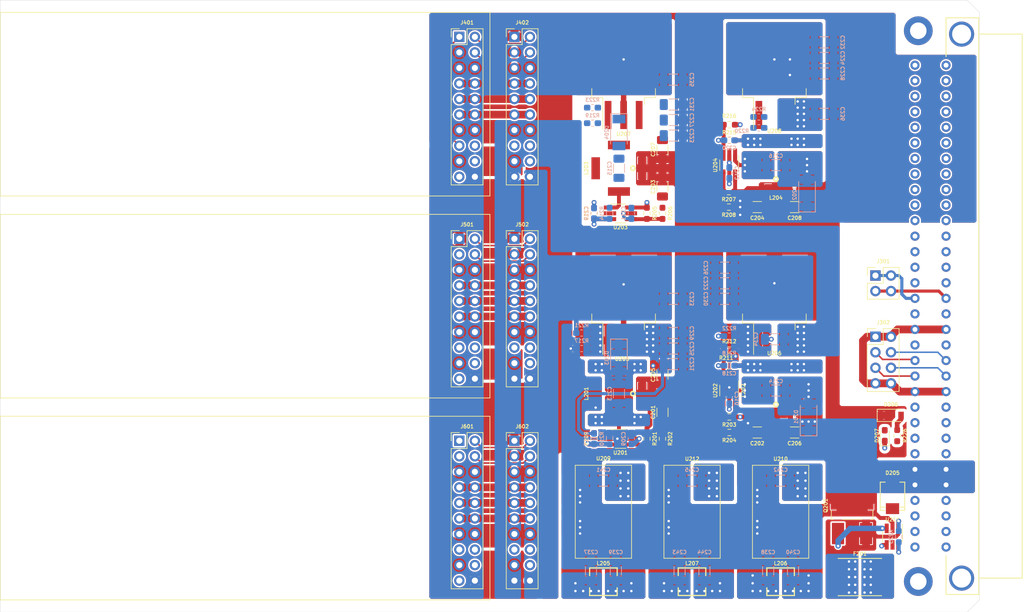
<source format=kicad_pcb>
(kicad_pcb (version 20171130) (host pcbnew 5.1.8)
  (layers (0 F.Cu power) (1 In1.Cu power) (2 In2.Cu power) (31 B.Cu power) (34 B.Paste user) (35 F.Paste user) (36 B.SilkS user) (37 F.SilkS user) (38 B.Mask user) (39 F.Mask user) (44 Edge.Cuts user))
  (net 0 "")
  (net 1 GND)
  (net 2 +24VF)
  (net 3 "Net-(C209-Pad1)")
  (net 4 "Net-(C210-Pad1)")
  (net 5 "Net-(C211-Pad1)")
  (net 6 "Net-(C212-Pad1)")
  (net 7 "Net-(C213-Pad2)")
  (net 8 "Net-(C213-Pad1)")
  (net 9 "Net-(C214-Pad2)")
  (net 10 "Net-(C214-Pad1)")
  (net 11 "Net-(C215-Pad2)")
  (net 12 "Net-(C215-Pad1)")
  (net 13 "Net-(C216-Pad2)")
  (net 14 "Net-(C216-Pad1)")
  (net 15 "Net-(C217-Pad2)")
  (net 16 "Net-(C217-Pad1)")
  (net 17 "Net-(C218-Pad2)")
  (net 18 "Net-(C218-Pad1)")
  (net 19 "Net-(C219-Pad2)")
  (net 20 "Net-(C219-Pad1)")
  (net 21 "Net-(C220-Pad2)")
  (net 22 "Net-(C220-Pad1)")
  (net 23 +3V3)
  (net 24 +5V)
  (net 25 +9V)
  (net 26 "Net-(D205-Pad1)")
  (net 27 "Net-(D206-Pad2)")
  (net 28 "Net-(D207-Pad2)")
  (net 29 +24V)
  (net 30 Earth)
  (net 31 "/Channel 1/SIGN3")
  (net 32 "/Channel 1/SIGN2")
  (net 33 "/Channel 1/SIGN1")
  (net 34 "/Channel 1/I2C_SDA")
  (net 35 "/Channel 1/I2C_SCL")
  (net 36 "/Channel 2/SIGN3")
  (net 37 "/Channel 2/SIGN2")
  (net 38 "/Channel 2/SIGN1")
  (net 39 "/Channel 2/I2C_SDA")
  (net 40 "/Channel 2/I2C_SCL")
  (net 41 "/Channel 3/SIGN3")
  (net 42 "/Channel 3/SIGN2")
  (net 43 "/Channel 3/SIGN1")
  (net 44 "/Channel 3/I2C_SDA")
  (net 45 "/Channel 3/I2C_SCL")
  (net 46 "Net-(Q201-Pad1)")
  (net 47 "Net-(R201-Pad2)")
  (net 48 "Net-(R203-Pad2)")
  (net 49 "Net-(R205-Pad2)")
  (net 50 "Net-(R207-Pad2)")
  (net 51 GND_TRIG)
  (net 52 /Connector/EXT_TRIG)
  (net 53 /Connector/TX-)
  (net 54 /Connector/RX-)
  (net 55 /Connector/TX+)
  (net 56 /Connector/RX+)
  (net 57 "Net-(C244-Pad1)")
  (net 58 +18V)
  (net 59 -18V)
  (net 60 +18VF)
  (net 61 -18VF)
  (net 62 "Net-(C239-Pad1)")
  (net 63 "Net-(C240-Pad1)")
  (net 64 "Net-(R217-Pad1)")
  (net 65 "Net-(R218-Pad1)")
  (net 66 "Net-(R219-Pad1)")
  (net 67 "Net-(R220-Pad1)")
  (net 68 "Net-(R225-Pad2)")
  (module ETH3CDAQ1:TSR1SM (layer F.Cu) (at 161.544 133.604 90)
    (fp_text reference U209 (at 8.706 0) (layer F.SilkS) (effects (font (size 0.6 0.6) (thickness 0.12))))
    (fp_text value TSR1-2433SM)
    (pad 10 smd rect (at -5.08 -5.6 90) (size 1.5 1.5) (layers F.Cu F.Paste F.Mask))
    (pad 9 smd rect (at -2.54 -5.6 90) (size 1.5 1.5) (layers F.Cu F.Paste F.Mask) (net 1 GND))
    (pad 7 smd rect (at 2.54 -5.6 90) (size 1.5 1.5) (layers F.Cu F.Paste F.Mask) (net 1 GND))
    (pad 6 smd rect (at 5.08 -5.6 90) (size 1.5 1.5) (layers F.Cu F.Paste F.Mask))
    (pad 5 smd rect (at 5.08 5.6 90) (size 1.5 1.5) (layers F.Cu F.Paste F.Mask) (net 23 +3V3))
    (pad 1 smd rect (at -5.08 5.6 90) (size 1.5 1.5) (layers F.Cu F.Paste F.Mask) (net 62 "Net-(C239-Pad1)"))
  )
  (module Package_TO_SOT_SMD:TO-263-3_TabPin2 (layer F.Cu) (at 164.846 99.822 90)
    (fp_text reference U205 (at -8.817 -0.254 180) (layer F.SilkS) (effects (font (size 0.6 0.6) (thickness 0.12))))
    (fp_text value LM317_TO263)
    (pad 2 smd rect (at 3.375 0 90) (size 9.4 10.8) (layers F.Cu F.Mask) (net 58 +18V))
    (pad 3 smd rect (at -5.775 2.54 90) (size 4.6 1.1) (layers F.Cu F.Paste F.Mask) (net 16 "Net-(C217-Pad1)"))
    (pad 2 smd rect (at -5.775 0 90) (size 4.6 1.1) (layers F.Cu F.Paste F.Mask) (net 58 +18V))
    (pad 1 smd rect (at -5.775 -2.54 90) (size 4.6 1.1) (layers F.Cu F.Paste F.Mask) (net 64 "Net-(R217-Pad1)"))
  )
  (module Diode_SMD:D_SOD-128 (layer B.Cu) (at 164.084 108.458 270)
    (fp_text reference D203 (at 0 2 90) (layer B.SilkS) (effects (font (size 0.6 0.6) (thickness 0.12)) (justify mirror)))
    (fp_text value PMEG6010EP,115)
    (pad 2 smd rect (at 2.2 0 270) (size 1.4 2.1) (layers B.Cu B.Paste B.Mask) (net 8 "Net-(C213-Pad1)"))
    (pad 1 smd rect (at -2.2 0 270) (size 1.4 2.1) (layers B.Cu B.Paste B.Mask) (net 16 "Net-(C217-Pad1)"))
  )
  (module Capacitor_SMD:C_1206_3216Metric_Pad1.33x1.80mm_HandSolder (layer B.Cu) (at 197.612 68.58)
    (fp_text reference C236 (at 3.048 0 270) (layer B.SilkS) (effects (font (size 0.6 0.6) (thickness 0.12)) (justify mirror)))
    (fp_text value 10u/35V)
    (pad 2 smd roundrect (at 1.5625 0) (size 1.325 1.8) (layers B.Cu B.Paste B.Mask) (roundrect_rratio 0.188679) (net 1 GND))
    (pad 1 smd roundrect (at -1.5625 0) (size 1.325 1.8) (layers B.Cu B.Paste B.Mask) (roundrect_rratio 0.188679) (net 61 -18VF))
  )
  (module Package_TO_SOT_SMD:TO-263-2 (layer F.Cu) (at 189.484 62.992 90)
    (fp_text reference U208 (at -8.382 0 180) (layer F.SilkS) (effects (font (size 0.6 0.6) (thickness 0.12))))
    (fp_text value LM337_TO263)
    (pad 2 smd rect (at 3.375 0 90) (size 9.4 10.8) (layers F.Cu F.Mask) (net 22 "Net-(C220-Pad1)"))
    (pad 3 smd rect (at -5.775 2.54 90) (size 4.6 1.1) (layers F.Cu F.Paste F.Mask) (net 61 -18VF))
    (pad 1 smd rect (at -5.775 -2.54 90) (size 4.6 1.1) (layers F.Cu F.Paste F.Mask) (net 67 "Net-(R220-Pad1)"))
  )
  (module Package_TO_SOT_SMD:TO-263-3_TabPin2 (layer F.Cu) (at 164.846 62.992 90)
    (fp_text reference U207 (at -8.89 0 180) (layer F.SilkS) (effects (font (size 0.6 0.6) (thickness 0.12))))
    (fp_text value LM317_TO263)
    (pad 2 smd rect (at 3.375 0 90) (size 9.4 10.8) (layers F.Cu F.Mask) (net 60 +18VF))
    (pad 3 smd rect (at -5.775 2.54 90) (size 4.6 1.1) (layers F.Cu F.Paste F.Mask) (net 20 "Net-(C219-Pad1)"))
    (pad 2 smd rect (at -5.775 0 90) (size 4.6 1.1) (layers F.Cu F.Paste F.Mask) (net 60 +18VF))
    (pad 1 smd rect (at -5.775 -2.54 90) (size 4.6 1.1) (layers F.Cu F.Paste F.Mask) (net 66 "Net-(R219-Pad1)"))
  )
  (module Package_TO_SOT_SMD:TO-263-2 (layer F.Cu) (at 189.484 99.822 90)
    (fp_text reference U206 (at -7.874 0 180) (layer F.SilkS) (effects (font (size 0.6 0.6) (thickness 0.12))))
    (fp_text value LM337_TO263)
    (pad 2 smd rect (at 3.375 0 90) (size 9.4 10.8) (layers F.Cu F.Mask) (net 18 "Net-(C218-Pad1)"))
    (pad 3 smd rect (at -5.775 2.54 90) (size 4.6 1.1) (layers F.Cu F.Paste F.Mask) (net 59 -18V))
    (pad 1 smd rect (at -5.775 -2.54 90) (size 4.6 1.1) (layers F.Cu F.Paste F.Mask) (net 65 "Net-(R218-Pad1)"))
  )
  (module Resistor_SMD:R_0603_1608Metric_Pad1.05x0.95mm_HandSolder (layer B.Cu) (at 186.944 69.088 180)
    (fp_text reference R224 (at 0 1.27) (layer B.SilkS) (effects (font (size 0.6 0.6) (thickness 0.12)) (justify mirror)))
    (fp_text value 120)
    (pad 2 smd roundrect (at 0.875 0 180) (size 1.05 0.95) (layers B.Cu B.Paste B.Mask) (net 67 "Net-(R220-Pad1)"))
    (pad 1 smd roundrect (at -0.875 0 180) (size 1.05 0.95) (layers B.Cu B.Paste B.Mask) (net 61 -18VF))
  )
  (module Resistor_SMD:R_0603_1608Metric_Pad1.05x0.95mm_HandSolder (layer B.Cu) (at 159.766 67.564)
    (fp_text reference R223 (at 0 -1.27) (layer B.SilkS) (effects (font (size 0.6 0.6) (thickness 0.12)) (justify mirror)))
    (fp_text value 240)
    (pad 2 smd roundrect (at 0.875 0) (size 1.05 0.95) (layers B.Cu B.Paste B.Mask) (net 66 "Net-(R219-Pad1)"))
    (pad 1 smd roundrect (at -0.875 0) (size 1.05 0.95) (layers B.Cu B.Paste B.Mask) (net 60 +18VF))
  )
  (module Resistor_SMD:R_0603_1608Metric_Pad1.05x0.95mm_HandSolder (layer B.Cu) (at 182.118 104.902)
    (fp_text reference R222 (at 0 -1.27) (layer B.SilkS) (effects (font (size 0.6 0.6) (thickness 0.12)) (justify mirror)))
    (fp_text value 120)
    (pad 2 smd roundrect (at 0.875 0) (size 1.05 0.95) (layers B.Cu B.Paste B.Mask) (net 65 "Net-(R218-Pad1)"))
    (pad 1 smd roundrect (at -0.875 0) (size 1.05 0.95) (layers B.Cu B.Paste B.Mask) (net 59 -18V))
  )
  (module Resistor_SMD:R_0603_1608Metric_Pad1.05x0.95mm_HandSolder (layer B.Cu) (at 157.988 104.394)
    (fp_text reference R221 (at 0 -1.27) (layer B.SilkS) (effects (font (size 0.6 0.6) (thickness 0.12)) (justify mirror)))
    (fp_text value 240)
    (pad 2 smd roundrect (at 0.875 0) (size 1.05 0.95) (layers B.Cu B.Paste B.Mask) (net 64 "Net-(R217-Pad1)"))
    (pad 1 smd roundrect (at -0.875 0) (size 1.05 0.95) (layers B.Cu B.Paste B.Mask) (net 58 +18V))
  )
  (module Resistor_SMD:R_0603_1608Metric_Pad1.05x0.95mm_HandSolder (layer B.Cu) (at 186.944 70.866)
    (fp_text reference R220 (at -2.794 0.508) (layer B.SilkS) (effects (font (size 0.6 0.6) (thickness 0.12)) (justify mirror)))
    (fp_text value 1k6)
    (pad 2 smd roundrect (at 0.875 0) (size 1.05 0.95) (layers B.Cu B.Paste B.Mask) (net 1 GND))
    (pad 1 smd roundrect (at -0.875 0) (size 1.05 0.95) (layers B.Cu B.Paste B.Mask) (net 67 "Net-(R220-Pad1)"))
  )
  (module Resistor_SMD:R_0603_1608Metric_Pad1.05x0.95mm_HandSolder (layer B.Cu) (at 159.766 70.104 180)
    (fp_text reference R219 (at 0 1.27) (layer B.SilkS) (effects (font (size 0.6 0.6) (thickness 0.12)) (justify mirror)))
    (fp_text value 3k2)
    (pad 2 smd roundrect (at 0.875 0 180) (size 1.05 0.95) (layers B.Cu B.Paste B.Mask) (net 1 GND))
    (pad 1 smd roundrect (at -0.875 0 180) (size 1.05 0.95) (layers B.Cu B.Paste B.Mask) (net 66 "Net-(R219-Pad1)"))
  )
  (module Resistor_SMD:R_0603_1608Metric_Pad1.05x0.95mm_HandSolder (layer B.Cu) (at 182.118 106.426 180)
    (fp_text reference R218 (at 0 -1.27) (layer B.SilkS) (effects (font (size 0.6 0.6) (thickness 0.12)) (justify mirror)))
    (fp_text value 1k6)
    (pad 2 smd roundrect (at 0.875 0 180) (size 1.05 0.95) (layers B.Cu B.Paste B.Mask) (net 1 GND))
    (pad 1 smd roundrect (at -0.875 0 180) (size 1.05 0.95) (layers B.Cu B.Paste B.Mask) (net 65 "Net-(R218-Pad1)"))
  )
  (module Resistor_SMD:R_0603_1608Metric_Pad1.05x0.95mm_HandSolder (layer B.Cu) (at 157.988 106.934 180)
    (fp_text reference R217 (at 0 1.27) (layer B.SilkS) (effects (font (size 0.6 0.6) (thickness 0.12)) (justify mirror)))
    (fp_text value 3k2)
    (pad 2 smd roundrect (at 0.875 0 180) (size 1.05 0.95) (layers B.Cu B.Paste B.Mask) (net 1 GND))
    (pad 1 smd roundrect (at -0.875 0 180) (size 1.05 0.95) (layers B.Cu B.Paste B.Mask) (net 64 "Net-(R217-Pad1)"))
  )
  (module MountingHole:MountingHole_2.7mm_M2.5_DIN965_Pad (layer F.Cu) (at 213 55)
    (fp_text reference H102)
    (fp_text value MountingHole)
    (pad 1 thru_hole circle (at 0 0) (size 4.7 4.7) (drill 2.7) (layers *.Cu *.Mask) (clearance 1.3))
  )
  (module MountingHole:MountingHole_2.7mm_M2.5_DIN965_Pad (layer F.Cu) (at 213 145)
    (fp_text reference H101)
    (fp_text value MountingHole)
    (pad 1 thru_hole circle (at 0 0) (size 4.7 4.7) (drill 2.7) (layers *.Cu *.Mask) (clearance 1.3))
  )
  (module ETH3CDAQ1:TCK-141 (layer F.Cu) (at 161.544 145.034)
    (fp_text reference L205 (at 0 -3) (layer F.SilkS) (effects (font (size 0.6 0.6) (thickness 0.12))))
    (fp_text value TCK-141)
    (pad 2 smd rect (at 2.05 0) (size 1.9 1.5) (layers F.Cu F.Paste F.Mask) (net 62 "Net-(C239-Pad1)"))
    (pad 1 smd rect (at -2.05 0) (size 1.9 1.5) (layers F.Cu F.Paste F.Mask) (net 2 +24VF))
  )
  (module Capacitor_SMD:C_1206_3216Metric_Pad1.33x1.80mm_HandSolder (layer B.Cu) (at 161.544 128.524 180)
    (fp_text reference C241 (at 0 1.778) (layer B.SilkS) (effects (font (size 0.6 0.6) (thickness 0.12)) (justify mirror)))
    (fp_text value 10u/16V)
    (pad 2 smd roundrect (at 1.5625 0 180) (size 1.325 1.8) (layers B.Cu B.Paste B.Mask) (roundrect_rratio 0.188679) (net 1 GND))
    (pad 1 smd roundrect (at -1.5625 0 180) (size 1.325 1.8) (layers B.Cu B.Paste B.Mask) (roundrect_rratio 0.188679) (net 23 +3V3))
  )
  (module Capacitor_SMD:C_1206_3216Metric_Pad1.33x1.80mm_HandSolder (layer B.Cu) (at 163.576 143.256 90)
    (fp_text reference C239 (at 3.048 0 180) (layer B.SilkS) (effects (font (size 0.6 0.6) (thickness 0.12)) (justify mirror)))
    (fp_text value 10u/50V)
    (pad 2 smd roundrect (at 1.5625 0 90) (size 1.325 1.8) (layers B.Cu B.Paste B.Mask) (roundrect_rratio 0.188679) (net 1 GND))
    (pad 1 smd roundrect (at -1.5625 0 90) (size 1.325 1.8) (layers B.Cu B.Paste B.Mask) (roundrect_rratio 0.188679) (net 62 "Net-(C239-Pad1)"))
  )
  (module Capacitor_SMD:C_1206_3216Metric_Pad1.33x1.80mm_HandSolder (layer B.Cu) (at 159.512 143.256 90)
    (fp_text reference C237 (at 3.048 0 180) (layer B.SilkS) (effects (font (size 0.6 0.6) (thickness 0.12)) (justify mirror)))
    (fp_text value 10u/50V)
    (pad 2 smd roundrect (at 1.5625 0 90) (size 1.325 1.8) (layers B.Cu B.Paste B.Mask) (roundrect_rratio 0.188679) (net 1 GND))
    (pad 1 smd roundrect (at -1.5625 0 90) (size 1.325 1.8) (layers B.Cu B.Paste B.Mask) (roundrect_rratio 0.188679) (net 2 +24VF))
  )
  (module ETH3CDAQ1:TSR1SM (layer F.Cu) (at 176.032 133.604 90)
    (fp_text reference U212 (at 8.636 0.016) (layer F.SilkS) (effects (font (size 0.6 0.6) (thickness 0.12))))
    (fp_text value TSR1-2490SM)
    (pad 10 smd rect (at -5.08 -5.6 90) (size 1.5 1.5) (layers F.Cu F.Paste F.Mask))
    (pad 9 smd rect (at -2.54 -5.6 90) (size 1.5 1.5) (layers F.Cu F.Paste F.Mask) (net 1 GND))
    (pad 7 smd rect (at 2.54 -5.6 90) (size 1.5 1.5) (layers F.Cu F.Paste F.Mask) (net 1 GND))
    (pad 6 smd rect (at 5.08 -5.6 90) (size 1.5 1.5) (layers F.Cu F.Paste F.Mask))
    (pad 5 smd rect (at 5.08 5.6 90) (size 1.5 1.5) (layers F.Cu F.Paste F.Mask) (net 25 +9V))
    (pad 1 smd rect (at -5.08 5.6 90) (size 1.5 1.5) (layers F.Cu F.Paste F.Mask) (net 57 "Net-(C244-Pad1)"))
  )
  (module ETH3CDAQ1:TSR1SM (layer F.Cu) (at 190.5 133.604 90)
    (fp_text reference U210 (at 8.636 0) (layer F.SilkS) (effects (font (size 0.6 0.6) (thickness 0.12))))
    (fp_text value TSR1-2450SM)
    (pad 10 smd rect (at -5.08 -5.6 90) (size 1.5 1.5) (layers F.Cu F.Paste F.Mask))
    (pad 9 smd rect (at -2.54 -5.6 90) (size 1.5 1.5) (layers F.Cu F.Paste F.Mask) (net 1 GND))
    (pad 7 smd rect (at 2.54 -5.6 90) (size 1.5 1.5) (layers F.Cu F.Paste F.Mask) (net 1 GND))
    (pad 6 smd rect (at 5.08 -5.6 90) (size 1.5 1.5) (layers F.Cu F.Paste F.Mask))
    (pad 5 smd rect (at 5.08 5.6 90) (size 1.5 1.5) (layers F.Cu F.Paste F.Mask) (net 24 +5V))
    (pad 1 smd rect (at -5.08 5.6 90) (size 1.5 1.5) (layers F.Cu F.Paste F.Mask) (net 63 "Net-(C240-Pad1)"))
  )
  (module Connector_PinHeader_2.54mm:PinHeader_2x04_P2.54mm_Vertical (layer F.Cu) (at 206 105)
    (fp_text reference J302 (at 1.27 -2.33) (layer F.SilkS) (effects (font (size 0.6 0.6) (thickness 0.12))))
    (fp_text value Conn_02x04_Odd_Even)
    (pad 8 thru_hole oval (at 2.54 7.62) (size 1.7 1.7) (drill 1) (layers *.Cu *.Mask) (net 30 Earth))
    (pad 7 thru_hole oval (at 0 7.62) (size 1.7 1.7) (drill 1) (layers *.Cu *.Mask) (net 30 Earth))
    (pad 6 thru_hole oval (at 2.54 5.08) (size 1.7 1.7) (drill 1) (layers *.Cu *.Mask) (net 53 /Connector/TX-))
    (pad 5 thru_hole oval (at 0 5.08) (size 1.7 1.7) (drill 1) (layers *.Cu *.Mask) (net 54 /Connector/RX-))
    (pad 4 thru_hole oval (at 2.54 2.54) (size 1.7 1.7) (drill 1) (layers *.Cu *.Mask) (net 55 /Connector/TX+))
    (pad 3 thru_hole oval (at 0 2.54) (size 1.7 1.7) (drill 1) (layers *.Cu *.Mask) (net 56 /Connector/RX+))
    (pad 2 thru_hole oval (at 2.54 0) (size 1.7 1.7) (drill 1) (layers *.Cu *.Mask) (net 30 Earth))
    (pad 1 thru_hole rect (at 0 0) (size 1.7 1.7) (drill 1) (layers *.Cu *.Mask) (net 30 Earth))
  )
  (module Connector_PinHeader_2.54mm:PinHeader_2x02_P2.54mm_Vertical (layer F.Cu) (at 206 95)
    (fp_text reference J301 (at 1.27 -2.33) (layer F.SilkS) (effects (font (size 0.6 0.6) (thickness 0.12))))
    (fp_text value Conn_02x02_Odd_Even)
    (pad 4 thru_hole oval (at 2.54 2.54) (size 1.7 1.7) (drill 1) (layers *.Cu *.Mask) (net 51 GND_TRIG))
    (pad 3 thru_hole oval (at 0 2.54) (size 1.7 1.7) (drill 1) (layers *.Cu *.Mask) (net 51 GND_TRIG))
    (pad 2 thru_hole oval (at 2.54 0) (size 1.7 1.7) (drill 1) (layers *.Cu *.Mask) (net 52 /Connector/EXT_TRIG))
    (pad 1 thru_hole rect (at 0 0) (size 1.7 1.7) (drill 1) (layers *.Cu *.Mask) (net 52 /Connector/EXT_TRIG))
  )
  (module Package_TO_SOT_SMD:SOT-23-6_Handsoldering (layer F.Cu) (at 208.788 137.668 270)
    (fp_text reference U211 (at -2.794 0) (layer F.SilkS) (effects (font (size 0.6 0.6) (thickness 0.12))))
    (fp_text value MAX5902)
    (pad 5 smd rect (at 1.35 0 270) (size 1.56 0.65) (layers F.Cu F.Paste F.Mask))
    (pad 6 smd rect (at 1.35 -0.95 270) (size 1.56 0.65) (layers F.Cu F.Paste F.Mask) (net 68 "Net-(R225-Pad2)"))
    (pad 4 smd rect (at 1.35 0.95 270) (size 1.56 0.65) (layers F.Cu F.Paste F.Mask) (net 1 GND))
    (pad 3 smd rect (at -1.35 0.95 270) (size 1.56 0.65) (layers F.Cu F.Paste F.Mask) (net 46 "Net-(Q201-Pad1)"))
    (pad 2 smd rect (at -1.35 0 270) (size 1.56 0.65) (layers F.Cu F.Paste F.Mask) (net 2 +24VF))
    (pad 1 smd rect (at -1.35 -0.95 270) (size 1.56 0.65) (layers F.Cu F.Paste F.Mask) (net 26 "Net-(D205-Pad1)"))
  )
  (module Package_TO_SOT_SMD:TSOT-23-6_HandSoldering (layer F.Cu) (at 182.118 76.962 270)
    (fp_text reference U204 (at 0 2.286 90) (layer F.SilkS) (effects (font (size 0.6 0.6) (thickness 0.12))))
    (fp_text value LT8330_S6)
    (pad 6 smd rect (at 1.71 -0.95 270) (size 2 0.65) (layers F.Cu F.Paste F.Mask) (net 2 +24VF))
    (pad 5 smd rect (at 1.71 0 270) (size 2 0.65) (layers F.Cu F.Paste F.Mask) (net 6 "Net-(C212-Pad1)"))
    (pad 4 smd rect (at 1.71 0.95 270) (size 2 0.65) (layers F.Cu F.Paste F.Mask) (net 50 "Net-(R207-Pad2)"))
    (pad 3 smd rect (at -1.71 0.95 270) (size 2 0.65) (layers F.Cu F.Paste F.Mask) (net 21 "Net-(C220-Pad2)"))
    (pad 2 smd rect (at -1.71 0 270) (size 2 0.65) (layers F.Cu F.Paste F.Mask) (net 1 GND))
    (pad 1 smd rect (at -1.71 -0.95 270) (size 2 0.65) (layers F.Cu F.Paste F.Mask) (net 13 "Net-(C216-Pad2)"))
  )
  (module Package_TO_SOT_SMD:TSOT-23-6_HandSoldering (layer F.Cu) (at 164.338 84.836)
    (fp_text reference U203 (at 0 2.286) (layer F.SilkS) (effects (font (size 0.6 0.6) (thickness 0.12))))
    (fp_text value LT8330_S6)
    (pad 6 smd rect (at 1.71 -0.95) (size 2 0.65) (layers F.Cu F.Paste F.Mask) (net 2 +24VF))
    (pad 5 smd rect (at 1.71 0) (size 2 0.65) (layers F.Cu F.Paste F.Mask) (net 5 "Net-(C211-Pad1)"))
    (pad 4 smd rect (at 1.71 0.95) (size 2 0.65) (layers F.Cu F.Paste F.Mask) (net 49 "Net-(R205-Pad2)"))
    (pad 3 smd rect (at -1.71 0.95) (size 2 0.65) (layers F.Cu F.Paste F.Mask) (net 19 "Net-(C219-Pad2)"))
    (pad 2 smd rect (at -1.71 0) (size 2 0.65) (layers F.Cu F.Paste F.Mask) (net 1 GND))
    (pad 1 smd rect (at -1.71 -0.95) (size 2 0.65) (layers F.Cu F.Paste F.Mask) (net 11 "Net-(C215-Pad2)"))
  )
  (module Package_TO_SOT_SMD:TSOT-23-6_HandSoldering (layer F.Cu) (at 182.118 113.792 270)
    (fp_text reference U202 (at 0 2.286 90) (layer F.SilkS) (effects (font (size 0.6 0.6) (thickness 0.12))))
    (fp_text value LT8330_S6)
    (pad 6 smd rect (at 1.71 -0.95 270) (size 2 0.65) (layers F.Cu F.Paste F.Mask) (net 2 +24VF))
    (pad 5 smd rect (at 1.71 0 270) (size 2 0.65) (layers F.Cu F.Paste F.Mask) (net 4 "Net-(C210-Pad1)"))
    (pad 4 smd rect (at 1.71 0.95 270) (size 2 0.65) (layers F.Cu F.Paste F.Mask) (net 48 "Net-(R203-Pad2)"))
    (pad 3 smd rect (at -1.71 0.95 270) (size 2 0.65) (layers F.Cu F.Paste F.Mask) (net 17 "Net-(C218-Pad2)"))
    (pad 2 smd rect (at -1.71 0 270) (size 2 0.65) (layers F.Cu F.Paste F.Mask) (net 1 GND))
    (pad 1 smd rect (at -1.71 -0.95 270) (size 2 0.65) (layers F.Cu F.Paste F.Mask) (net 9 "Net-(C214-Pad2)"))
  )
  (module Package_TO_SOT_SMD:TSOT-23-6_HandSoldering (layer F.Cu) (at 164.338 121.666)
    (fp_text reference U201 (at 0 2.286) (layer F.SilkS) (effects (font (size 0.6 0.6) (thickness 0.12))))
    (fp_text value LT8330_S6)
    (pad 6 smd rect (at 1.71 -0.95) (size 2 0.65) (layers F.Cu F.Paste F.Mask) (net 2 +24VF))
    (pad 5 smd rect (at 1.71 0) (size 2 0.65) (layers F.Cu F.Paste F.Mask) (net 3 "Net-(C209-Pad1)"))
    (pad 4 smd rect (at 1.71 0.95) (size 2 0.65) (layers F.Cu F.Paste F.Mask) (net 47 "Net-(R201-Pad2)"))
    (pad 3 smd rect (at -1.71 0.95) (size 2 0.65) (layers F.Cu F.Paste F.Mask) (net 15 "Net-(C217-Pad2)"))
    (pad 2 smd rect (at -1.71 0) (size 2 0.65) (layers F.Cu F.Paste F.Mask) (net 1 GND))
    (pad 1 smd rect (at -1.71 -0.95) (size 2 0.65) (layers F.Cu F.Paste F.Mask) (net 7 "Net-(C213-Pad2)"))
  )
  (module Resistor_SMD:R_0603_1608Metric_Pad0.98x0.95mm_HandSolder (layer F.Cu) (at 209.55 121.158 270)
    (fp_text reference R226 (at 0 -1.27 90) (layer F.SilkS) (effects (font (size 0.6 0.6) (thickness 0.12))))
    (fp_text value 370)
    (pad 2 smd roundrect (at 0.9125 0 270) (size 0.975 0.95) (layers F.Cu F.Paste F.Mask) (net 28 "Net-(D207-Pad2)"))
    (pad 1 smd roundrect (at -0.9125 0 270) (size 0.975 0.95) (layers F.Cu F.Paste F.Mask) (net 27 "Net-(D206-Pad2)"))
  )
  (module Resistor_SMD:R_0603_1608Metric_Pad0.98x0.95mm_HandSolder (layer B.Cu) (at 209.804 137.668 270)
    (fp_text reference R225 (at 0 1.27 90) (layer B.SilkS) (effects (font (size 0.6 0.6) (thickness 0.12)) (justify mirror)))
    (fp_text value 100k)
    (pad 2 smd roundrect (at 0.9125 0 270) (size 0.975 0.95) (layers B.Cu B.Paste B.Mask) (net 68 "Net-(R225-Pad2)"))
    (pad 1 smd roundrect (at -0.9125 0 270) (size 0.975 0.95) (layers B.Cu B.Paste B.Mask) (net 26 "Net-(D205-Pad1)"))
  )
  (module Resistor_SMD:R_0603_1608Metric_Pad0.98x0.95mm_HandSolder (layer F.Cu) (at 182.118 70.358)
    (fp_text reference R216 (at 0 -1.43) (layer F.SilkS) (effects (font (size 0.6 0.6) (thickness 0.12))))
    (fp_text value 39k2)
    (pad 2 smd roundrect (at 0.9125 0) (size 0.975 0.95) (layers F.Cu F.Paste F.Mask) (net 1 GND))
    (pad 1 smd roundrect (at -0.9125 0) (size 0.975 0.95) (layers F.Cu F.Paste F.Mask) (net 21 "Net-(C220-Pad2)"))
  )
  (module Resistor_SMD:R_0603_1608Metric_Pad0.98x0.95mm_HandSolder (layer F.Cu) (at 182.118 72.898 180)
    (fp_text reference R215 (at 0 1.27) (layer F.SilkS) (effects (font (size 0.6 0.6) (thickness 0.12))))
    (fp_text value 1M)
    (pad 2 smd roundrect (at 0.9125 0 180) (size 0.975 0.95) (layers F.Cu F.Paste F.Mask) (net 21 "Net-(C220-Pad2)"))
    (pad 1 smd roundrect (at -0.9125 0 180) (size 0.975 0.95) (layers F.Cu F.Paste F.Mask) (net 22 "Net-(C220-Pad1)"))
  )
  (module Resistor_SMD:R_0603_1608Metric_Pad0.98x0.95mm_HandSolder (layer B.Cu) (at 162.56 84.836 90)
    (fp_text reference R214 (at 0 -1.27 90) (layer B.SilkS) (effects (font (size 0.6 0.6) (thickness 0.12)) (justify mirror)))
    (fp_text value 82k5)
    (pad 2 smd roundrect (at 0.9125 0 90) (size 0.975 0.95) (layers B.Cu B.Paste B.Mask) (net 1 GND))
    (pad 1 smd roundrect (at -0.9125 0 90) (size 0.975 0.95) (layers B.Cu B.Paste B.Mask) (net 19 "Net-(C219-Pad2)"))
  )
  (module Resistor_SMD:R_0603_1608Metric_Pad0.98x0.95mm_HandSolder (layer F.Cu) (at 160.02 84.836 270)
    (fp_text reference R213 (at 0 1.27 90) (layer F.SilkS) (effects (font (size 0.6 0.6) (thickness 0.12))))
    (fp_text value 1M)
    (pad 2 smd roundrect (at 0.9125 0 270) (size 0.975 0.95) (layers F.Cu F.Paste F.Mask) (net 19 "Net-(C219-Pad2)"))
    (pad 1 smd roundrect (at -0.9125 0 270) (size 0.975 0.95) (layers F.Cu F.Paste F.Mask) (net 20 "Net-(C219-Pad1)"))
  )
  (module Resistor_SMD:R_0603_1608Metric_Pad0.98x0.95mm_HandSolder (layer F.Cu) (at 182.118 107.188)
    (fp_text reference R212 (at 0 -1.43) (layer F.SilkS) (effects (font (size 0.6 0.6) (thickness 0.12))))
    (fp_text value 39k2)
    (pad 2 smd roundrect (at 0.9125 0) (size 0.975 0.95) (layers F.Cu F.Paste F.Mask) (net 1 GND))
    (pad 1 smd roundrect (at -0.9125 0) (size 0.975 0.95) (layers F.Cu F.Paste F.Mask) (net 17 "Net-(C218-Pad2)"))
  )
  (module Resistor_SMD:R_0603_1608Metric_Pad0.98x0.95mm_HandSolder (layer F.Cu) (at 182.118 109.728 180)
    (fp_text reference R211 (at 0.508 1.27) (layer F.SilkS) (effects (font (size 0.6 0.6) (thickness 0.12))))
    (fp_text value 1M)
    (pad 2 smd roundrect (at 0.9125 0 180) (size 0.975 0.95) (layers F.Cu F.Paste F.Mask) (net 17 "Net-(C218-Pad2)"))
    (pad 1 smd roundrect (at -0.9125 0 180) (size 0.975 0.95) (layers F.Cu F.Paste F.Mask) (net 18 "Net-(C218-Pad1)"))
  )
  (module Resistor_SMD:R_0603_1608Metric_Pad0.98x0.95mm_HandSolder (layer B.Cu) (at 162.56 121.666 90)
    (fp_text reference R210 (at 0 -1.27 90) (layer B.SilkS) (effects (font (size 0.6 0.6) (thickness 0.12)) (justify mirror)))
    (fp_text value 82k5)
    (pad 2 smd roundrect (at 0.9125 0 90) (size 0.975 0.95) (layers B.Cu B.Paste B.Mask) (net 1 GND))
    (pad 1 smd roundrect (at -0.9125 0 90) (size 0.975 0.95) (layers B.Cu B.Paste B.Mask) (net 15 "Net-(C217-Pad2)"))
  )
  (module Resistor_SMD:R_0603_1608Metric_Pad0.98x0.95mm_HandSolder (layer F.Cu) (at 160.02 121.666 270)
    (fp_text reference R209 (at 0 1.27 90) (layer F.SilkS) (effects (font (size 0.6 0.6) (thickness 0.12))))
    (fp_text value 1M)
    (pad 2 smd roundrect (at 0.9125 0 270) (size 0.975 0.95) (layers F.Cu F.Paste F.Mask) (net 15 "Net-(C217-Pad2)"))
    (pad 1 smd roundrect (at -0.9125 0 270) (size 0.975 0.95) (layers F.Cu F.Paste F.Mask) (net 16 "Net-(C217-Pad1)"))
  )
  (module Resistor_SMD:R_0603_1608Metric_Pad0.98x0.95mm_HandSolder (layer F.Cu) (at 182.04 83.82)
    (fp_text reference R208 (at 0 1.27) (layer F.SilkS) (effects (font (size 0.6 0.6) (thickness 0.12))))
    (fp_text value 287k)
    (pad 2 smd roundrect (at 0.9125 0) (size 0.975 0.95) (layers F.Cu F.Paste F.Mask) (net 1 GND))
    (pad 1 smd roundrect (at -0.9125 0) (size 0.975 0.95) (layers F.Cu F.Paste F.Mask) (net 50 "Net-(R207-Pad2)"))
  )
  (module Resistor_SMD:R_0603_1608Metric_Pad0.98x0.95mm_HandSolder (layer F.Cu) (at 182.04 81.28 180)
    (fp_text reference R207 (at 0 -1.27) (layer F.SilkS) (effects (font (size 0.6 0.6) (thickness 0.12))))
    (fp_text value 1M)
    (pad 2 smd roundrect (at 0.9125 0 180) (size 0.975 0.95) (layers F.Cu F.Paste F.Mask) (net 50 "Net-(R207-Pad2)"))
    (pad 1 smd roundrect (at -0.9125 0 180) (size 0.975 0.95) (layers F.Cu F.Paste F.Mask) (net 2 +24VF))
  )
  (module Resistor_SMD:R_0603_1608Metric_Pad0.98x0.95mm_HandSolder (layer F.Cu) (at 171.196 84.836 90)
    (fp_text reference R206 (at 0 1.27 90) (layer F.SilkS) (effects (font (size 0.6 0.6) (thickness 0.12))))
    (fp_text value 287k)
    (pad 2 smd roundrect (at 0.9125 0 90) (size 0.975 0.95) (layers F.Cu F.Paste F.Mask) (net 1 GND))
    (pad 1 smd roundrect (at -0.9125 0 90) (size 0.975 0.95) (layers F.Cu F.Paste F.Mask) (net 49 "Net-(R205-Pad2)"))
  )
  (module Resistor_SMD:R_0603_1608Metric_Pad0.98x0.95mm_HandSolder (layer F.Cu) (at 168.656 84.836 270)
    (fp_text reference R205 (at 0 -1.27 90) (layer F.SilkS) (effects (font (size 0.6 0.6) (thickness 0.12))))
    (fp_text value 1M)
    (pad 2 smd roundrect (at 0.9125 0 270) (size 0.975 0.95) (layers F.Cu F.Paste F.Mask) (net 49 "Net-(R205-Pad2)"))
    (pad 1 smd roundrect (at -0.9125 0 270) (size 0.975 0.95) (layers F.Cu F.Paste F.Mask) (net 2 +24VF))
  )
  (module Resistor_SMD:R_0603_1608Metric_Pad0.98x0.95mm_HandSolder (layer F.Cu) (at 182.118 120.65)
    (fp_text reference R204 (at 0 1.27) (layer F.SilkS) (effects (font (size 0.6 0.6) (thickness 0.12))))
    (fp_text value 287k)
    (pad 2 smd roundrect (at 0.9125 0) (size 0.975 0.95) (layers F.Cu F.Paste F.Mask) (net 1 GND))
    (pad 1 smd roundrect (at -0.9125 0) (size 0.975 0.95) (layers F.Cu F.Paste F.Mask) (net 48 "Net-(R203-Pad2)"))
  )
  (module Resistor_SMD:R_0603_1608Metric_Pad0.98x0.95mm_HandSolder (layer F.Cu) (at 182.118 118.11 180)
    (fp_text reference R203 (at 0 -1.27) (layer F.SilkS) (effects (font (size 0.6 0.6) (thickness 0.12))))
    (fp_text value 1M)
    (pad 2 smd roundrect (at 0.9125 0 180) (size 0.975 0.95) (layers F.Cu F.Paste F.Mask) (net 48 "Net-(R203-Pad2)"))
    (pad 1 smd roundrect (at -0.9125 0 180) (size 0.975 0.95) (layers F.Cu F.Paste F.Mask) (net 2 +24VF))
  )
  (module Resistor_SMD:R_0603_1608Metric_Pad0.98x0.95mm_HandSolder (layer F.Cu) (at 171.196 121.666 90)
    (fp_text reference R202 (at 0 1.27 90) (layer F.SilkS) (effects (font (size 0.6 0.6) (thickness 0.12))))
    (fp_text value 287k)
    (pad 2 smd roundrect (at 0.9125 0 90) (size 0.975 0.95) (layers F.Cu F.Paste F.Mask) (net 1 GND))
    (pad 1 smd roundrect (at -0.9125 0 90) (size 0.975 0.95) (layers F.Cu F.Paste F.Mask) (net 47 "Net-(R201-Pad2)"))
  )
  (module Resistor_SMD:R_0603_1608Metric_Pad0.98x0.95mm_HandSolder (layer F.Cu) (at 168.656 121.666 270)
    (fp_text reference R201 (at 0 -1.27 90) (layer F.SilkS) (effects (font (size 0.6 0.6) (thickness 0.12))))
    (fp_text value 1M)
    (pad 2 smd roundrect (at 0.9125 0 270) (size 0.975 0.95) (layers F.Cu F.Paste F.Mask) (net 47 "Net-(R201-Pad2)"))
    (pad 1 smd roundrect (at -0.9125 0 270) (size 0.975 0.95) (layers F.Cu F.Paste F.Mask) (net 2 +24VF))
  )
  (module ETH3CDAQ1:TO-252-2_Rectifier (layer F.Cu) (at 202.184 132.588 90)
    (fp_text reference Q201 (at 0 -4.318 90) (layer F.SilkS) (effects (font (size 0.6 0.6) (thickness 0.12))))
    (fp_text value IRFR5410)
    (pad 2 smd rect (at 2.825 0) (size 7 7) (layers F.Cu F.Paste F.Mask) (net 2 +24VF) (thermal_gap 0.127))
    (pad 3 smd rect (at -4.575 2.28) (size 2 3.5) (layers F.Cu F.Paste F.Mask) (net 26 "Net-(D205-Pad1)"))
    (pad 1 smd rect (at -4.575 -2.3) (size 2 3.5) (layers F.Cu F.Paste F.Mask) (net 46 "Net-(Q201-Pad1)"))
  )
  (module ETH3CDAQ1:TCK-141 (layer F.Cu) (at 176.022 145.034)
    (fp_text reference L207 (at 0 -3) (layer F.SilkS) (effects (font (size 0.6 0.6) (thickness 0.12))))
    (fp_text value TCK-141)
    (pad 2 smd rect (at 2.05 0) (size 1.9 1.5) (layers F.Cu F.Paste F.Mask) (net 57 "Net-(C244-Pad1)"))
    (pad 1 smd rect (at -2.05 0) (size 1.9 1.5) (layers F.Cu F.Paste F.Mask) (net 2 +24VF))
  )
  (module ETH3CDAQ1:TCK-141 (layer F.Cu) (at 190.5 145.034)
    (fp_text reference L206 (at 0 -3) (layer F.SilkS) (effects (font (size 0.6 0.6) (thickness 0.12))))
    (fp_text value TCK-141)
    (pad 2 smd rect (at 2.05 0) (size 1.9 1.5) (layers F.Cu F.Paste F.Mask) (net 63 "Net-(C240-Pad1)"))
    (pad 1 smd rect (at -2.05 0) (size 1.9 1.5) (layers F.Cu F.Paste F.Mask) (net 2 +24VF))
  )
  (module ETH3CDAQ1:74489440068 (layer F.Cu) (at 189.738 76.962 180)
    (fp_text reference L204 (at 0 -5.334 180) (layer F.SilkS) (effects (font (size 0.6 0.6) (thickness 0.12))))
    (fp_text value 74489440068)
    (pad 4 smd rect (at 3.8 0 270) (size 3.6 1.4) (layers F.Cu F.Paste F.Mask) (net 13 "Net-(C216-Pad2)"))
    (pad 2 smd rect (at -3.8 0 270) (size 3.6 1.4) (layers F.Cu F.Paste F.Mask) (net 14 "Net-(C216-Pad1)"))
    (pad 3 smd rect (at 0 3.8 180) (size 3.6 1.4) (layers F.Cu F.Paste F.Mask) (net 22 "Net-(C220-Pad1)"))
    (pad 1 smd rect (at 0 -3.8 180) (size 3.6 1.4) (layers F.Cu F.Paste F.Mask) (net 2 +24VF))
  )
  (module ETH3CDAQ1:74489440068 (layer F.Cu) (at 164.084 77.47 270)
    (fp_text reference L203 (at 0 5.334 90) (layer F.SilkS) (effects (font (size 0.6 0.6) (thickness 0.12))))
    (fp_text value 74489440068)
    (pad 4 smd rect (at 3.8 0) (size 3.6 1.4) (layers F.Cu F.Paste F.Mask) (net 11 "Net-(C215-Pad2)"))
    (pad 2 smd rect (at -3.8 0) (size 3.6 1.4) (layers F.Cu F.Paste F.Mask) (net 12 "Net-(C215-Pad1)"))
    (pad 3 smd rect (at 0 3.8 270) (size 3.6 1.4) (layers F.Cu F.Paste F.Mask) (net 1 GND))
    (pad 1 smd rect (at 0 -3.8 270) (size 3.6 1.4) (layers F.Cu F.Paste F.Mask) (net 2 +24VF))
  )
  (module ETH3CDAQ1:74489440068 (layer F.Cu) (at 189.738 113.792 180)
    (fp_text reference L202 (at 5.334 0 90) (layer F.SilkS) (effects (font (size 0.6 0.6) (thickness 0.12))))
    (fp_text value 74489440068)
    (pad 4 smd rect (at 3.8 0 270) (size 3.6 1.4) (layers F.Cu F.Paste F.Mask) (net 9 "Net-(C214-Pad2)"))
    (pad 2 smd rect (at -3.8 0 270) (size 3.6 1.4) (layers F.Cu F.Paste F.Mask) (net 10 "Net-(C214-Pad1)"))
    (pad 3 smd rect (at 0 3.8 180) (size 3.6 1.4) (layers F.Cu F.Paste F.Mask) (net 18 "Net-(C218-Pad1)"))
    (pad 1 smd rect (at 0 -3.8 180) (size 3.6 1.4) (layers F.Cu F.Paste F.Mask) (net 2 +24VF))
  )
  (module ETH3CDAQ1:74489440068 (layer F.Cu) (at 164.084 114.3 270)
    (fp_text reference L201 (at 0 5.334 90) (layer F.SilkS) (effects (font (size 0.6 0.6) (thickness 0.12))))
    (fp_text value 74489440068)
    (pad 4 smd rect (at 3.8 0) (size 3.6 1.4) (layers F.Cu F.Paste F.Mask) (net 7 "Net-(C213-Pad2)"))
    (pad 2 smd rect (at -3.8 0) (size 3.6 1.4) (layers F.Cu F.Paste F.Mask) (net 8 "Net-(C213-Pad1)"))
    (pad 3 smd rect (at 0 3.8 270) (size 3.6 1.4) (layers F.Cu F.Paste F.Mask) (net 1 GND))
    (pad 1 smd rect (at 0 -3.8 270) (size 3.6 1.4) (layers F.Cu F.Paste F.Mask) (net 2 +24VF))
  )
  (module Connector_PinHeader_2.54mm:PinHeader_2x10_P2.54mm_Vertical (layer F.Cu) (at 147 122)
    (fp_text reference J602 (at 1.27 -2.33) (layer F.SilkS) (effects (font (size 0.6 0.6) (thickness 0.12))))
    (fp_text value Conn_02x10_Odd_Even)
    (pad 20 thru_hole oval (at 2.54 22.86) (size 1.7 1.7) (drill 1) (layers *.Cu *.Mask) (net 58 +18V))
    (pad 19 thru_hole oval (at 0 22.86) (size 1.7 1.7) (drill 1) (layers *.Cu *.Mask) (net 59 -18V))
    (pad 18 thru_hole oval (at 2.54 20.32) (size 1.7 1.7) (drill 1) (layers *.Cu *.Mask) (net 24 +5V))
    (pad 17 thru_hole oval (at 0 20.32) (size 1.7 1.7) (drill 1) (layers *.Cu *.Mask) (net 25 +9V))
    (pad 16 thru_hole oval (at 2.54 17.78) (size 1.7 1.7) (drill 1) (layers *.Cu *.Mask) (net 23 +3V3))
    (pad 15 thru_hole oval (at 0 17.78) (size 1.7 1.7) (drill 1) (layers *.Cu *.Mask) (net 23 +3V3))
    (pad 14 thru_hole oval (at 2.54 15.24) (size 1.7 1.7) (drill 1) (layers *.Cu *.Mask) (net 1 GND))
    (pad 13 thru_hole oval (at 0 15.24) (size 1.7 1.7) (drill 1) (layers *.Cu *.Mask) (net 1 GND))
    (pad 12 thru_hole oval (at 2.54 12.7) (size 1.7 1.7) (drill 1) (layers *.Cu *.Mask) (net 41 "/Channel 3/SIGN3"))
    (pad 11 thru_hole oval (at 0 12.7) (size 1.7 1.7) (drill 1) (layers *.Cu *.Mask) (net 41 "/Channel 3/SIGN3"))
    (pad 10 thru_hole oval (at 2.54 10.16) (size 1.7 1.7) (drill 1) (layers *.Cu *.Mask) (net 42 "/Channel 3/SIGN2"))
    (pad 9 thru_hole oval (at 0 10.16) (size 1.7 1.7) (drill 1) (layers *.Cu *.Mask) (net 42 "/Channel 3/SIGN2"))
    (pad 8 thru_hole oval (at 2.54 7.62) (size 1.7 1.7) (drill 1) (layers *.Cu *.Mask) (net 43 "/Channel 3/SIGN1"))
    (pad 7 thru_hole oval (at 0 7.62) (size 1.7 1.7) (drill 1) (layers *.Cu *.Mask) (net 43 "/Channel 3/SIGN1"))
    (pad 6 thru_hole oval (at 2.54 5.08) (size 1.7 1.7) (drill 1) (layers *.Cu *.Mask) (net 1 GND))
    (pad 5 thru_hole oval (at 0 5.08) (size 1.7 1.7) (drill 1) (layers *.Cu *.Mask) (net 1 GND))
    (pad 4 thru_hole oval (at 2.54 2.54) (size 1.7 1.7) (drill 1) (layers *.Cu *.Mask) (net 44 "/Channel 3/I2C_SDA"))
    (pad 3 thru_hole oval (at 0 2.54) (size 1.7 1.7) (drill 1) (layers *.Cu *.Mask) (net 1 GND))
    (pad 2 thru_hole oval (at 2.54 0) (size 1.7 1.7) (drill 1) (layers *.Cu *.Mask) (net 45 "/Channel 3/I2C_SCL"))
    (pad 1 thru_hole rect (at 0 0) (size 1.7 1.7) (drill 1) (layers *.Cu *.Mask) (net 1 GND))
  )
  (module Connector_PinHeader_2.54mm:PinHeader_2x10_P2.54mm_Vertical (layer F.Cu) (at 138 122)
    (fp_text reference J601 (at 1.27 -2.33) (layer F.SilkS) (effects (font (size 0.6 0.6) (thickness 0.12))))
    (fp_text value Conn_02x10_Odd_Even)
    (pad 20 thru_hole oval (at 2.54 22.86) (size 1.7 1.7) (drill 1) (layers *.Cu *.Mask) (net 60 +18VF))
    (pad 19 thru_hole oval (at 0 22.86) (size 1.7 1.7) (drill 1) (layers *.Cu *.Mask) (net 61 -18VF))
    (pad 18 thru_hole oval (at 2.54 20.32) (size 1.7 1.7) (drill 1) (layers *.Cu *.Mask) (net 24 +5V))
    (pad 17 thru_hole oval (at 0 20.32) (size 1.7 1.7) (drill 1) (layers *.Cu *.Mask) (net 25 +9V))
    (pad 16 thru_hole oval (at 2.54 17.78) (size 1.7 1.7) (drill 1) (layers *.Cu *.Mask) (net 23 +3V3))
    (pad 15 thru_hole oval (at 0 17.78) (size 1.7 1.7) (drill 1) (layers *.Cu *.Mask) (net 23 +3V3))
    (pad 14 thru_hole oval (at 2.54 15.24) (size 1.7 1.7) (drill 1) (layers *.Cu *.Mask) (net 1 GND))
    (pad 13 thru_hole oval (at 0 15.24) (size 1.7 1.7) (drill 1) (layers *.Cu *.Mask) (net 1 GND))
    (pad 12 thru_hole oval (at 2.54 12.7) (size 1.7 1.7) (drill 1) (layers *.Cu *.Mask) (net 41 "/Channel 3/SIGN3"))
    (pad 11 thru_hole oval (at 0 12.7) (size 1.7 1.7) (drill 1) (layers *.Cu *.Mask) (net 41 "/Channel 3/SIGN3"))
    (pad 10 thru_hole oval (at 2.54 10.16) (size 1.7 1.7) (drill 1) (layers *.Cu *.Mask) (net 42 "/Channel 3/SIGN2"))
    (pad 9 thru_hole oval (at 0 10.16) (size 1.7 1.7) (drill 1) (layers *.Cu *.Mask) (net 42 "/Channel 3/SIGN2"))
    (pad 8 thru_hole oval (at 2.54 7.62) (size 1.7 1.7) (drill 1) (layers *.Cu *.Mask) (net 43 "/Channel 3/SIGN1"))
    (pad 7 thru_hole oval (at 0 7.62) (size 1.7 1.7) (drill 1) (layers *.Cu *.Mask) (net 43 "/Channel 3/SIGN1"))
    (pad 6 thru_hole oval (at 2.54 5.08) (size 1.7 1.7) (drill 1) (layers *.Cu *.Mask) (net 1 GND))
    (pad 5 thru_hole oval (at 0 5.08) (size 1.7 1.7) (drill 1) (layers *.Cu *.Mask) (net 1 GND))
    (pad 4 thru_hole oval (at 2.54 2.54) (size 1.7 1.7) (drill 1) (layers *.Cu *.Mask) (net 44 "/Channel 3/I2C_SDA"))
    (pad 3 thru_hole oval (at 0 2.54) (size 1.7 1.7) (drill 1) (layers *.Cu *.Mask) (net 23 +3V3))
    (pad 2 thru_hole oval (at 2.54 0) (size 1.7 1.7) (drill 1) (layers *.Cu *.Mask) (net 45 "/Channel 3/I2C_SCL"))
    (pad 1 thru_hole rect (at 0 0) (size 1.7 1.7) (drill 1) (layers *.Cu *.Mask) (net 23 +3V3))
  )
  (module Connector_PinHeader_2.54mm:PinHeader_2x10_P2.54mm_Vertical (layer F.Cu) (at 147 89)
    (fp_text reference J502 (at 1.27 -2.33) (layer F.SilkS) (effects (font (size 0.6 0.6) (thickness 0.12))))
    (fp_text value Conn_02x10_Odd_Even)
    (pad 20 thru_hole oval (at 2.54 22.86) (size 1.7 1.7) (drill 1) (layers *.Cu *.Mask) (net 58 +18V))
    (pad 19 thru_hole oval (at 0 22.86) (size 1.7 1.7) (drill 1) (layers *.Cu *.Mask) (net 59 -18V))
    (pad 18 thru_hole oval (at 2.54 20.32) (size 1.7 1.7) (drill 1) (layers *.Cu *.Mask) (net 24 +5V))
    (pad 17 thru_hole oval (at 0 20.32) (size 1.7 1.7) (drill 1) (layers *.Cu *.Mask) (net 25 +9V))
    (pad 16 thru_hole oval (at 2.54 17.78) (size 1.7 1.7) (drill 1) (layers *.Cu *.Mask) (net 23 +3V3))
    (pad 15 thru_hole oval (at 0 17.78) (size 1.7 1.7) (drill 1) (layers *.Cu *.Mask) (net 23 +3V3))
    (pad 14 thru_hole oval (at 2.54 15.24) (size 1.7 1.7) (drill 1) (layers *.Cu *.Mask) (net 1 GND))
    (pad 13 thru_hole oval (at 0 15.24) (size 1.7 1.7) (drill 1) (layers *.Cu *.Mask) (net 1 GND))
    (pad 12 thru_hole oval (at 2.54 12.7) (size 1.7 1.7) (drill 1) (layers *.Cu *.Mask) (net 36 "/Channel 2/SIGN3"))
    (pad 11 thru_hole oval (at 0 12.7) (size 1.7 1.7) (drill 1) (layers *.Cu *.Mask) (net 36 "/Channel 2/SIGN3"))
    (pad 10 thru_hole oval (at 2.54 10.16) (size 1.7 1.7) (drill 1) (layers *.Cu *.Mask) (net 37 "/Channel 2/SIGN2"))
    (pad 9 thru_hole oval (at 0 10.16) (size 1.7 1.7) (drill 1) (layers *.Cu *.Mask) (net 37 "/Channel 2/SIGN2"))
    (pad 8 thru_hole oval (at 2.54 7.62) (size 1.7 1.7) (drill 1) (layers *.Cu *.Mask) (net 38 "/Channel 2/SIGN1"))
    (pad 7 thru_hole oval (at 0 7.62) (size 1.7 1.7) (drill 1) (layers *.Cu *.Mask) (net 38 "/Channel 2/SIGN1"))
    (pad 6 thru_hole oval (at 2.54 5.08) (size 1.7 1.7) (drill 1) (layers *.Cu *.Mask) (net 1 GND))
    (pad 5 thru_hole oval (at 0 5.08) (size 1.7 1.7) (drill 1) (layers *.Cu *.Mask) (net 1 GND))
    (pad 4 thru_hole oval (at 2.54 2.54) (size 1.7 1.7) (drill 1) (layers *.Cu *.Mask) (net 39 "/Channel 2/I2C_SDA"))
    (pad 3 thru_hole oval (at 0 2.54) (size 1.7 1.7) (drill 1) (layers *.Cu *.Mask) (net 1 GND))
    (pad 2 thru_hole oval (at 2.54 0) (size 1.7 1.7) (drill 1) (layers *.Cu *.Mask) (net 40 "/Channel 2/I2C_SCL"))
    (pad 1 thru_hole rect (at 0 0) (size 1.7 1.7) (drill 1) (layers *.Cu *.Mask) (net 1 GND))
  )
  (module Connector_PinHeader_2.54mm:PinHeader_2x10_P2.54mm_Vertical (layer F.Cu) (at 138 89)
    (fp_text reference J501 (at 1.27 -2.33) (layer F.SilkS) (effects (font (size 0.6 0.6) (thickness 0.12))))
    (fp_text value Conn_02x10_Odd_Even)
    (pad 20 thru_hole oval (at 2.54 22.86) (size 1.7 1.7) (drill 1) (layers *.Cu *.Mask) (net 60 +18VF))
    (pad 19 thru_hole oval (at 0 22.86) (size 1.7 1.7) (drill 1) (layers *.Cu *.Mask) (net 61 -18VF))
    (pad 18 thru_hole oval (at 2.54 20.32) (size 1.7 1.7) (drill 1) (layers *.Cu *.Mask) (net 24 +5V))
    (pad 17 thru_hole oval (at 0 20.32) (size 1.7 1.7) (drill 1) (layers *.Cu *.Mask) (net 25 +9V))
    (pad 16 thru_hole oval (at 2.54 17.78) (size 1.7 1.7) (drill 1) (layers *.Cu *.Mask) (net 23 +3V3))
    (pad 15 thru_hole oval (at 0 17.78) (size 1.7 1.7) (drill 1) (layers *.Cu *.Mask) (net 23 +3V3))
    (pad 14 thru_hole oval (at 2.54 15.24) (size 1.7 1.7) (drill 1) (layers *.Cu *.Mask) (net 1 GND))
    (pad 13 thru_hole oval (at 0 15.24) (size 1.7 1.7) (drill 1) (layers *.Cu *.Mask) (net 1 GND))
    (pad 12 thru_hole oval (at 2.54 12.7) (size 1.7 1.7) (drill 1) (layers *.Cu *.Mask) (net 36 "/Channel 2/SIGN3"))
    (pad 11 thru_hole oval (at 0 12.7) (size 1.7 1.7) (drill 1) (layers *.Cu *.Mask) (net 36 "/Channel 2/SIGN3"))
    (pad 10 thru_hole oval (at 2.54 10.16) (size 1.7 1.7) (drill 1) (layers *.Cu *.Mask) (net 37 "/Channel 2/SIGN2"))
    (pad 9 thru_hole oval (at 0 10.16) (size 1.7 1.7) (drill 1) (layers *.Cu *.Mask) (net 37 "/Channel 2/SIGN2"))
    (pad 8 thru_hole oval (at 2.54 7.62) (size 1.7 1.7) (drill 1) (layers *.Cu *.Mask) (net 38 "/Channel 2/SIGN1"))
    (pad 7 thru_hole oval (at 0 7.62) (size 1.7 1.7) (drill 1) (layers *.Cu *.Mask) (net 38 "/Channel 2/SIGN1"))
    (pad 6 thru_hole oval (at 2.54 5.08) (size 1.7 1.7) (drill 1) (layers *.Cu *.Mask) (net 1 GND))
    (pad 5 thru_hole oval (at 0 5.08) (size 1.7 1.7) (drill 1) (layers *.Cu *.Mask) (net 1 GND))
    (pad 4 thru_hole oval (at 2.54 2.54) (size 1.7 1.7) (drill 1) (layers *.Cu *.Mask) (net 39 "/Channel 2/I2C_SDA"))
    (pad 3 thru_hole oval (at 0 2.54) (size 1.7 1.7) (drill 1) (layers *.Cu *.Mask) (net 23 +3V3))
    (pad 2 thru_hole oval (at 2.54 0) (size 1.7 1.7) (drill 1) (layers *.Cu *.Mask) (net 40 "/Channel 2/I2C_SCL"))
    (pad 1 thru_hole rect (at 0 0) (size 1.7 1.7) (drill 1) (layers *.Cu *.Mask) (net 1 GND))
  )
  (module Connector_PinHeader_2.54mm:PinHeader_2x10_P2.54mm_Vertical (layer F.Cu) (at 147 56)
    (fp_text reference J402 (at 1.27 -2.33) (layer F.SilkS) (effects (font (size 0.6 0.6) (thickness 0.12))))
    (fp_text value Conn_02x10_Odd_Even)
    (pad 20 thru_hole oval (at 2.54 22.86) (size 1.7 1.7) (drill 1) (layers *.Cu *.Mask) (net 58 +18V))
    (pad 19 thru_hole oval (at 0 22.86) (size 1.7 1.7) (drill 1) (layers *.Cu *.Mask) (net 59 -18V))
    (pad 18 thru_hole oval (at 2.54 20.32) (size 1.7 1.7) (drill 1) (layers *.Cu *.Mask) (net 24 +5V))
    (pad 17 thru_hole oval (at 0 20.32) (size 1.7 1.7) (drill 1) (layers *.Cu *.Mask) (net 25 +9V))
    (pad 16 thru_hole oval (at 2.54 17.78) (size 1.7 1.7) (drill 1) (layers *.Cu *.Mask) (net 23 +3V3))
    (pad 15 thru_hole oval (at 0 17.78) (size 1.7 1.7) (drill 1) (layers *.Cu *.Mask) (net 23 +3V3))
    (pad 14 thru_hole oval (at 2.54 15.24) (size 1.7 1.7) (drill 1) (layers *.Cu *.Mask) (net 1 GND))
    (pad 13 thru_hole oval (at 0 15.24) (size 1.7 1.7) (drill 1) (layers *.Cu *.Mask) (net 1 GND))
    (pad 12 thru_hole oval (at 2.54 12.7) (size 1.7 1.7) (drill 1) (layers *.Cu *.Mask) (net 31 "/Channel 1/SIGN3"))
    (pad 11 thru_hole oval (at 0 12.7) (size 1.7 1.7) (drill 1) (layers *.Cu *.Mask) (net 31 "/Channel 1/SIGN3"))
    (pad 10 thru_hole oval (at 2.54 10.16) (size 1.7 1.7) (drill 1) (layers *.Cu *.Mask) (net 32 "/Channel 1/SIGN2"))
    (pad 9 thru_hole oval (at 0 10.16) (size 1.7 1.7) (drill 1) (layers *.Cu *.Mask) (net 32 "/Channel 1/SIGN2"))
    (pad 8 thru_hole oval (at 2.54 7.62) (size 1.7 1.7) (drill 1) (layers *.Cu *.Mask) (net 33 "/Channel 1/SIGN1"))
    (pad 7 thru_hole oval (at 0 7.62) (size 1.7 1.7) (drill 1) (layers *.Cu *.Mask) (net 33 "/Channel 1/SIGN1"))
    (pad 6 thru_hole oval (at 2.54 5.08) (size 1.7 1.7) (drill 1) (layers *.Cu *.Mask) (net 1 GND))
    (pad 5 thru_hole oval (at 0 5.08) (size 1.7 1.7) (drill 1) (layers *.Cu *.Mask) (net 1 GND))
    (pad 4 thru_hole oval (at 2.54 2.54) (size 1.7 1.7) (drill 1) (layers *.Cu *.Mask) (net 34 "/Channel 1/I2C_SDA"))
    (pad 3 thru_hole oval (at 0 2.54) (size 1.7 1.7) (drill 1) (layers *.Cu *.Mask) (net 1 GND))
    (pad 2 thru_hole oval (at 2.54 0) (size 1.7 1.7) (drill 1) (layers *.Cu *.Mask) (net 35 "/Channel 1/I2C_SCL"))
    (pad 1 thru_hole rect (at 0 0) (size 1.7 1.7) (drill 1) (layers *.Cu *.Mask) (net 1 GND))
  )
  (module Connector_PinHeader_2.54mm:PinHeader_2x10_P2.54mm_Vertical (layer F.Cu) (at 138 56)
    (fp_text reference J401 (at 1.27 -2.33) (layer F.SilkS) (effects (font (size 0.6 0.6) (thickness 0.12))))
    (fp_text value Conn_02x10_Odd_Even)
    (pad 20 thru_hole oval (at 2.54 22.86) (size 1.7 1.7) (drill 1) (layers *.Cu *.Mask) (net 60 +18VF))
    (pad 19 thru_hole oval (at 0 22.86) (size 1.7 1.7) (drill 1) (layers *.Cu *.Mask) (net 61 -18VF))
    (pad 18 thru_hole oval (at 2.54 20.32) (size 1.7 1.7) (drill 1) (layers *.Cu *.Mask) (net 24 +5V))
    (pad 17 thru_hole oval (at 0 20.32) (size 1.7 1.7) (drill 1) (layers *.Cu *.Mask) (net 25 +9V))
    (pad 16 thru_hole oval (at 2.54 17.78) (size 1.7 1.7) (drill 1) (layers *.Cu *.Mask) (net 23 +3V3))
    (pad 15 thru_hole oval (at 0 17.78) (size 1.7 1.7) (drill 1) (layers *.Cu *.Mask) (net 23 +3V3))
    (pad 14 thru_hole oval (at 2.54 15.24) (size 1.7 1.7) (drill 1) (layers *.Cu *.Mask) (net 1 GND))
    (pad 13 thru_hole oval (at 0 15.24) (size 1.7 1.7) (drill 1) (layers *.Cu *.Mask) (net 1 GND))
    (pad 12 thru_hole oval (at 2.54 12.7) (size 1.7 1.7) (drill 1) (layers *.Cu *.Mask) (net 31 "/Channel 1/SIGN3"))
    (pad 11 thru_hole oval (at 0 12.7) (size 1.7 1.7) (drill 1) (layers *.Cu *.Mask) (net 31 "/Channel 1/SIGN3"))
    (pad 10 thru_hole oval (at 2.54 10.16) (size 1.7 1.7) (drill 1) (layers *.Cu *.Mask) (net 32 "/Channel 1/SIGN2"))
    (pad 9 thru_hole oval (at 0 10.16) (size 1.7 1.7) (drill 1) (layers *.Cu *.Mask) (net 32 "/Channel 1/SIGN2"))
    (pad 8 thru_hole oval (at 2.54 7.62) (size 1.7 1.7) (drill 1) (layers *.Cu *.Mask) (net 33 "/Channel 1/SIGN1"))
    (pad 7 thru_hole oval (at 0 7.62) (size 1.7 1.7) (drill 1) (layers *.Cu *.Mask) (net 33 "/Channel 1/SIGN1"))
    (pad 6 thru_hole oval (at 2.54 5.08) (size 1.7 1.7) (drill 1) (layers *.Cu *.Mask) (net 1 GND))
    (pad 5 thru_hole oval (at 0 5.08) (size 1.7 1.7) (drill 1) (layers *.Cu *.Mask) (net 1 GND))
    (pad 4 thru_hole oval (at 2.54 2.54) (size 1.7 1.7) (drill 1) (layers *.Cu *.Mask) (net 34 "/Channel 1/I2C_SDA"))
    (pad 3 thru_hole oval (at 0 2.54) (size 1.7 1.7) (drill 1) (layers *.Cu *.Mask) (net 1 GND))
    (pad 2 thru_hole oval (at 2.54 0) (size 1.7 1.7) (drill 1) (layers *.Cu *.Mask) (net 35 "/Channel 1/I2C_SCL"))
    (pad 1 thru_hole rect (at 0 0) (size 1.7 1.7) (drill 1) (layers *.Cu *.Mask) (net 23 +3V3))
  )
  (module ETH3CDAQ1:Socket_DIN41612-CaseC1-AC-Male-64Pin-2rows (layer F.Cu) (at 215 100 90)
    (fp_text reference J303 hide)
    (fp_text value C64AC)
    (pad C1 thru_hole circle (at 39.37 2.54 270) (size 1.50114 1.50114) (drill 0.8001) (layers *.Cu *.Mask))
    (pad C2 thru_hole circle (at 36.83 2.54 270) (size 1.50114 1.50114) (drill 0.8001) (layers *.Cu *.Mask))
    (pad C4 thru_hole circle (at 31.75 2.54 270) (size 1.50114 1.50114) (drill 0.8001) (layers *.Cu *.Mask))
    (pad C3 thru_hole circle (at 34.29 2.54 270) (size 1.50114 1.50114) (drill 0.8001) (layers *.Cu *.Mask))
    (pad C5 thru_hole circle (at 29.21 2.54 270) (size 1.50114 1.50114) (drill 0.8001) (layers *.Cu *.Mask))
    (pad C6 thru_hole circle (at 26.67 2.54 270) (size 1.50114 1.50114) (drill 0.8001) (layers *.Cu *.Mask))
    (pad C7 thru_hole circle (at 24.13 2.54 270) (size 1.50114 1.50114) (drill 0.8001) (layers *.Cu *.Mask))
    (pad C8 thru_hole circle (at 21.59 2.54 270) (size 1.50114 1.50114) (drill 0.8001) (layers *.Cu *.Mask))
    (pad C9 thru_hole circle (at 19.05 2.54 270) (size 1.50114 1.50114) (drill 0.8001) (layers *.Cu *.Mask))
    (pad C10 thru_hole circle (at 16.51 2.54 270) (size 1.50114 1.50114) (drill 0.8001) (layers *.Cu *.Mask))
    (pad C11 thru_hole circle (at 13.97 2.54 270) (size 1.50114 1.50114) (drill 0.8001) (layers *.Cu *.Mask))
    (pad C12 thru_hole circle (at 11.43 2.54 270) (size 1.50114 1.50114) (drill 0.8001) (layers *.Cu *.Mask))
    (pad C13 thru_hole circle (at 8.89 2.54 270) (size 1.50114 1.50114) (drill 0.8001) (layers *.Cu *.Mask))
    (pad C14 thru_hole circle (at 6.35 2.54 270) (size 1.50114 1.50114) (drill 0.8001) (layers *.Cu *.Mask))
    (pad C15 thru_hole circle (at 3.81 2.54 270) (size 1.50114 1.50114) (drill 0.8001) (layers *.Cu *.Mask))
    (pad C16 thru_hole circle (at 1.27 2.54 270) (size 1.50114 1.50114) (drill 0.8001) (layers *.Cu *.Mask) (net 51 GND_TRIG))
    (pad C17 thru_hole circle (at -1.27 2.54 270) (size 1.50114 1.50114) (drill 0.8001) (layers *.Cu *.Mask))
    (pad C18 thru_hole circle (at -3.81 2.54 270) (size 1.50114 1.50114) (drill 0.8001) (layers *.Cu *.Mask) (net 30 Earth))
    (pad C19 thru_hole circle (at -6.35 2.54 270) (size 1.50114 1.50114) (drill 0.8001) (layers *.Cu *.Mask))
    (pad C20 thru_hole circle (at -8.89 2.54 270) (size 1.50114 1.50114) (drill 0.8001) (layers *.Cu *.Mask) (net 55 /Connector/TX+))
    (pad C21 thru_hole circle (at -11.43 2.54 270) (size 1.50114 1.50114) (drill 0.8001) (layers *.Cu *.Mask) (net 53 /Connector/TX-))
    (pad C22 thru_hole circle (at -13.97 2.54 270) (size 1.50114 1.50114) (drill 0.8001) (layers *.Cu *.Mask) (net 30 Earth))
    (pad C23 thru_hole circle (at -16.51 2.54 270) (size 1.50114 1.50114) (drill 0.8001) (layers *.Cu *.Mask))
    (pad C24 thru_hole circle (at -19.05 2.54 270) (size 1.50114 1.50114) (drill 0.8001) (layers *.Cu *.Mask))
    (pad C25 thru_hole circle (at -21.59 2.54 270) (size 1.50114 1.50114) (drill 0.8001) (layers *.Cu *.Mask))
    (pad C26 thru_hole circle (at -24.13 2.54 270) (size 1.50114 1.50114) (drill 0.8001) (layers *.Cu *.Mask))
    (pad C27 thru_hole circle (at -26.67 2.54 270) (size 1.50114 1.50114) (drill 0.8001) (layers *.Cu *.Mask) (net 1 GND))
    (pad C28 thru_hole circle (at -29.21 2.54 270) (size 1.50114 1.50114) (drill 0.8001) (layers *.Cu *.Mask) (net 1 GND))
    (pad C29 thru_hole circle (at -31.75 2.54 270) (size 1.50114 1.50114) (drill 0.8001) (layers *.Cu *.Mask))
    (pad C30 thru_hole circle (at -34.29 2.54 270) (size 1.50114 1.50114) (drill 0.8001) (layers *.Cu *.Mask))
    (pad C31 thru_hole circle (at -36.83 2.54 270) (size 1.50114 1.50114) (drill 0.8001) (layers *.Cu *.Mask) (net 29 +24V))
    (pad C32 thru_hole circle (at -39.37 2.54 270) (size 1.50114 1.50114) (drill 0.8001) (layers *.Cu *.Mask) (net 29 +24V))
    (pad A1 thru_hole circle (at 39.37 -2.54 270) (size 1.50114 1.50114) (drill 0.8001) (layers *.Cu *.Mask))
    (pad A2 thru_hole circle (at 36.83 -2.54 270) (size 1.50114 1.50114) (drill 0.8001) (layers *.Cu *.Mask))
    (pad A4 thru_hole circle (at 31.75 -2.54 270) (size 1.50114 1.50114) (drill 0.8001) (layers *.Cu *.Mask))
    (pad A3 thru_hole circle (at 34.29 -2.54 270) (size 1.50114 1.50114) (drill 0.8001) (layers *.Cu *.Mask))
    (pad A5 thru_hole circle (at 29.21 -2.54 270) (size 1.50114 1.50114) (drill 0.8001) (layers *.Cu *.Mask))
    (pad A6 thru_hole circle (at 26.67 -2.54 270) (size 1.50114 1.50114) (drill 0.8001) (layers *.Cu *.Mask))
    (pad A7 thru_hole circle (at 24.13 -2.54 270) (size 1.50114 1.50114) (drill 0.8001) (layers *.Cu *.Mask))
    (pad A8 thru_hole circle (at 21.59 -2.54 270) (size 1.50114 1.50114) (drill 0.8001) (layers *.Cu *.Mask))
    (pad A9 thru_hole circle (at 19.05 -2.54 270) (size 1.50114 1.50114) (drill 0.8001) (layers *.Cu *.Mask))
    (pad A10 thru_hole circle (at 16.51 -2.54 270) (size 1.50114 1.50114) (drill 0.8001) (layers *.Cu *.Mask))
    (pad A11 thru_hole circle (at 13.97 -2.54 270) (size 1.50114 1.50114) (drill 0.8001) (layers *.Cu *.Mask))
    (pad A12 thru_hole circle (at 11.43 -2.54 270) (size 1.50114 1.50114) (drill 0.8001) (layers *.Cu *.Mask))
    (pad A13 thru_hole circle (at 8.89 -2.54 270) (size 1.50114 1.50114) (drill 0.8001) (layers *.Cu *.Mask))
    (pad A14 thru_hole circle (at 6.35 -2.54 270) (size 1.50114 1.50114) (drill 0.8001) (layers *.Cu *.Mask))
    (pad A15 thru_hole circle (at 3.81 -2.54 270) (size 1.50114 1.50114) (drill 0.8001) (layers *.Cu *.Mask))
    (pad A16 thru_hole circle (at 1.27 -2.54 270) (size 1.50114 1.50114) (drill 0.8001) (layers *.Cu *.Mask) (net 52 /Connector/EXT_TRIG))
    (pad A17 thru_hole circle (at -1.27 -2.54 270) (size 1.50114 1.50114) (drill 0.8001) (layers *.Cu *.Mask))
    (pad A18 thru_hole circle (at -3.81 -2.54 270) (size 1.50114 1.50114) (drill 0.8001) (layers *.Cu *.Mask) (net 30 Earth))
    (pad A19 thru_hole circle (at -6.35 -2.54 270) (size 1.50114 1.50114) (drill 0.8001) (layers *.Cu *.Mask))
    (pad A20 thru_hole circle (at -8.89 -2.54 270) (size 1.50114 1.50114) (drill 0.8001) (layers *.Cu *.Mask) (net 56 /Connector/RX+))
    (pad A21 thru_hole circle (at -11.43 -2.54 270) (size 1.50114 1.50114) (drill 0.8001) (layers *.Cu *.Mask) (net 54 /Connector/RX-))
    (pad A22 thru_hole circle (at -13.97 -2.54 270) (size 1.50114 1.50114) (drill 0.8001) (layers *.Cu *.Mask) (net 30 Earth))
    (pad A23 thru_hole circle (at -16.51 -2.54 270) (size 1.50114 1.50114) (drill 0.8001) (layers *.Cu *.Mask))
    (pad A24 thru_hole circle (at -19.05 -2.54 270) (size 1.50114 1.50114) (drill 0.8001) (layers *.Cu *.Mask))
    (pad A25 thru_hole circle (at -21.59 -2.54 270) (size 1.50114 1.50114) (drill 0.8001) (layers *.Cu *.Mask))
    (pad A26 thru_hole circle (at -24.13 -2.54 270) (size 1.50114 1.50114) (drill 0.8001) (layers *.Cu *.Mask))
    (pad A27 thru_hole circle (at -26.67 -2.54 270) (size 1.50114 1.50114) (drill 0.8001) (layers *.Cu *.Mask) (net 1 GND))
    (pad A28 thru_hole circle (at -29.21 -2.54 270) (size 1.50114 1.50114) (drill 0.8001) (layers *.Cu *.Mask) (net 1 GND))
    (pad A29 thru_hole circle (at -31.75 -2.54 270) (size 1.50114 1.50114) (drill 0.8001) (layers *.Cu *.Mask))
    (pad A30 thru_hole circle (at -34.29 -2.54 270) (size 1.50114 1.50114) (drill 0.8001) (layers *.Cu *.Mask))
    (pad A31 thru_hole circle (at -36.83 -2.54 270) (size 1.50114 1.50114) (drill 0.8001) (layers *.Cu *.Mask) (net 29 +24V))
    (pad A32 thru_hole circle (at -39.37 -2.54 270) (size 1.50114 1.50114) (drill 0.8001) (layers *.Cu *.Mask) (net 29 +24V))
    (pad 1 thru_hole circle (at -44.45 5.08 90) (size 4.1 4.1) (drill 3.1) (layers *.Cu *.Mask) (clearance 1.3))
    (pad 1 thru_hole circle (at 44.45 5.08 90) (size 4.1 4.1) (drill 3.1) (layers *.Cu *.Mask) (clearance 1.3))
  )
  (module ETH3CDAQ1:Fuse_SMD2920 (layer F.Cu) (at 203.454 144.272)
    (fp_text reference F201 (at 0 -3.81 180) (layer F.SilkS) (effects (font (size 0.6 0.6) (thickness 0.12))))
    (fp_text value MF-LSMF185/33X)
    (pad 1 smd rect (at -3.7 0 90) (size 5.6 2.3) (layers F.Cu F.Paste F.Mask) (net 26 "Net-(D205-Pad1)") (thermal_gap 0.127))
    (pad 2 smd rect (at 3.7 0 90) (size 5.6 2.3) (layers F.Cu F.Paste F.Mask) (net 29 +24V) (thermal_gap 0.127))
  )
  (module LED_SMD:LED_0603_1608Metric_Pad1.05x0.95mm_HandSolder (layer F.Cu) (at 207.518 121.158 90)
    (fp_text reference D207 (at 0 -1.27 90) (layer F.SilkS) (effects (font (size 0.6 0.6) (thickness 0.12))))
    (fp_text value RED)
    (pad 2 smd roundrect (at 0.875 0 90) (size 1.05 0.95) (layers F.Cu F.Paste F.Mask) (net 28 "Net-(D207-Pad2)"))
    (pad 1 smd roundrect (at -0.875 0 90) (size 1.05 0.95) (layers F.Cu F.Paste F.Mask) (net 1 GND))
  )
  (module Diode_SMD:D_SOD-123 (layer F.Cu) (at 208.534 117.856)
    (fp_text reference D206 (at 0 -1.778) (layer F.SilkS) (effects (font (size 0.6 0.6) (thickness 0.12))))
    (fp_text value MMSZ5249B)
    (pad 2 smd rect (at 1.65 0) (size 0.9 1.2) (layers F.Cu F.Paste F.Mask) (net 27 "Net-(D206-Pad2)"))
    (pad 1 smd rect (at -1.65 0) (size 0.9 1.2) (layers F.Cu F.Paste F.Mask) (net 2 +24VF))
  )
  (module ETH3CDAQ1:DO_214AA_REV (layer F.Cu) (at 208.788 131.064 270)
    (fp_text reference D205 (at -3.81 0 180) (layer F.SilkS) (effects (font (size 0.6 0.6) (thickness 0.12))))
    (fp_text value SM6T30AY)
    (pad 1 smd rect (at 2.032 0 270) (size 1.778 2.159) (layers F.Cu F.Paste F.Mask) (net 26 "Net-(D205-Pad1)"))
    (pad 2 smd rect (at -2.032 0 270) (size 1.778 2.159) (layers F.Cu F.Paste F.Mask) (net 1 GND))
  )
  (module Diode_SMD:D_SOD-128 (layer B.Cu) (at 164.084 71.628 270)
    (fp_text reference D204 (at 0 2 90) (layer B.SilkS) (effects (font (size 0.6 0.6) (thickness 0.12)) (justify mirror)))
    (fp_text value PMEG6010EP,115)
    (pad 2 smd rect (at 2.2 0 270) (size 1.4 2.1) (layers B.Cu B.Paste B.Mask) (net 12 "Net-(C215-Pad1)"))
    (pad 1 smd rect (at -2.2 0 270) (size 1.4 2.1) (layers B.Cu B.Paste B.Mask) (net 20 "Net-(C219-Pad1)"))
  )
  (module Diode_SMD:D_SOD-128 (layer B.Cu) (at 194.818 81.534 90)
    (fp_text reference D202 (at 0 -2.032 90) (layer B.SilkS) (effects (font (size 0.6 0.6) (thickness 0.12)) (justify mirror)))
    (fp_text value PMEG6010EP,115)
    (pad 2 smd rect (at 2.2 0 90) (size 1.4 2.1) (layers B.Cu B.Paste B.Mask) (net 14 "Net-(C216-Pad1)"))
    (pad 1 smd rect (at -2.2 0 90) (size 1.4 2.1) (layers B.Cu B.Paste B.Mask) (net 1 GND))
  )
  (module Diode_SMD:D_SOD-128 (layer B.Cu) (at 195.072 118.11 90)
    (fp_text reference D201 (at 0 -2.032 90) (layer B.SilkS) (effects (font (size 0.6 0.6) (thickness 0.12)) (justify mirror)))
    (fp_text value PMEG6010EP,115)
    (pad 2 smd rect (at 2.2 0 90) (size 1.4 2.1) (layers B.Cu B.Paste B.Mask) (net 10 "Net-(C214-Pad1)"))
    (pad 1 smd rect (at -2.2 0 90) (size 1.4 2.1) (layers B.Cu B.Paste B.Mask) (net 1 GND))
  )
  (module Capacitor_SMD:C_1206_3216Metric_Pad1.33x1.80mm_HandSolder (layer B.Cu) (at 176.022 128.524 180)
    (fp_text reference C245 (at 0 1.778) (layer B.SilkS) (effects (font (size 0.6 0.6) (thickness 0.12)) (justify mirror)))
    (fp_text value 10u/16V)
    (pad 2 smd roundrect (at 1.5625 0 180) (size 1.325 1.8) (layers B.Cu B.Paste B.Mask) (roundrect_rratio 0.188679) (net 1 GND))
    (pad 1 smd roundrect (at -1.5625 0 180) (size 1.325 1.8) (layers B.Cu B.Paste B.Mask) (roundrect_rratio 0.188679) (net 25 +9V))
  )
  (module Capacitor_SMD:C_1206_3216Metric_Pad1.33x1.80mm_HandSolder (layer B.Cu) (at 190.5 128.524 180)
    (fp_text reference C242 (at 0 1.778) (layer B.SilkS) (effects (font (size 0.6 0.6) (thickness 0.12)) (justify mirror)))
    (fp_text value 10u/16V)
    (pad 2 smd roundrect (at 1.5625 0 180) (size 1.325 1.8) (layers B.Cu B.Paste B.Mask) (roundrect_rratio 0.188679) (net 1 GND))
    (pad 1 smd roundrect (at -1.5625 0 180) (size 1.325 1.8) (layers B.Cu B.Paste B.Mask) (roundrect_rratio 0.188679) (net 24 +5V))
  )
  (module Capacitor_SMD:C_1206_3216Metric_Pad1.33x1.80mm_HandSolder (layer B.Cu) (at 178.054 143.256 90)
    (fp_text reference C244 (at 3.048 0 180) (layer B.SilkS) (effects (font (size 0.6 0.6) (thickness 0.12)) (justify mirror)))
    (fp_text value 10u/50V)
    (pad 2 smd roundrect (at 1.5625 0 90) (size 1.325 1.8) (layers B.Cu B.Paste B.Mask) (roundrect_rratio 0.188679) (net 1 GND))
    (pad 1 smd roundrect (at -1.5625 0 90) (size 1.325 1.8) (layers B.Cu B.Paste B.Mask) (roundrect_rratio 0.188679) (net 57 "Net-(C244-Pad1)"))
  )
  (module Capacitor_SMD:C_1206_3216Metric_Pad1.33x1.80mm_HandSolder (layer B.Cu) (at 192.532 143.256 90)
    (fp_text reference C240 (at 3.048 0 180) (layer B.SilkS) (effects (font (size 0.6 0.6) (thickness 0.12)) (justify mirror)))
    (fp_text value 10u/50V)
    (pad 2 smd roundrect (at 1.5625 0 90) (size 1.325 1.8) (layers B.Cu B.Paste B.Mask) (roundrect_rratio 0.188679) (net 1 GND))
    (pad 1 smd roundrect (at -1.5625 0 90) (size 1.325 1.8) (layers B.Cu B.Paste B.Mask) (roundrect_rratio 0.188679) (net 63 "Net-(C240-Pad1)"))
  )
  (module Capacitor_SMD:C_1206_3216Metric_Pad1.33x1.80mm_HandSolder (layer B.Cu) (at 173.99 143.256 90)
    (fp_text reference C243 (at 3.048 0 180) (layer B.SilkS) (effects (font (size 0.6 0.6) (thickness 0.12)) (justify mirror)))
    (fp_text value 10u/50V)
    (pad 2 smd roundrect (at 1.5625 0 90) (size 1.325 1.8) (layers B.Cu B.Paste B.Mask) (roundrect_rratio 0.188679) (net 1 GND))
    (pad 1 smd roundrect (at -1.5625 0 90) (size 1.325 1.8) (layers B.Cu B.Paste B.Mask) (roundrect_rratio 0.188679) (net 2 +24VF))
  )
  (module Capacitor_SMD:C_1206_3216Metric_Pad1.33x1.80mm_HandSolder (layer B.Cu) (at 188.468 143.256 90)
    (fp_text reference C238 (at 3.048 0 180) (layer B.SilkS) (effects (font (size 0.6 0.6) (thickness 0.12)) (justify mirror)))
    (fp_text value 10u/50V)
    (pad 2 smd roundrect (at 1.5625 0 90) (size 1.325 1.8) (layers B.Cu B.Paste B.Mask) (roundrect_rratio 0.188679) (net 1 GND))
    (pad 1 smd roundrect (at -1.5625 0 90) (size 1.325 1.8) (layers B.Cu B.Paste B.Mask) (roundrect_rratio 0.188679) (net 2 +24VF))
  )
  (module Capacitor_SMD:C_1206_3216Metric_Pad1.33x1.80mm_HandSolder (layer B.Cu) (at 172.974 62.992)
    (fp_text reference C235 (at 3.048 0 90) (layer B.SilkS) (effects (font (size 0.6 0.6) (thickness 0.12)) (justify mirror)))
    (fp_text value 10u/35V)
    (pad 2 smd roundrect (at 1.5625 0) (size 1.325 1.8) (layers B.Cu B.Paste B.Mask) (roundrect_rratio 0.188679) (net 1 GND))
    (pad 1 smd roundrect (at -1.5625 0) (size 1.325 1.8) (layers B.Cu B.Paste B.Mask) (roundrect_rratio 0.188679) (net 60 +18VF))
  )
  (module Capacitor_SMD:C_1206_3216Metric_Pad1.33x1.80mm_HandSolder (layer B.Cu) (at 189.484 105.41 180)
    (fp_text reference C234 (at 3.048 0 90) (layer B.SilkS) (effects (font (size 0.6 0.6) (thickness 0.12)) (justify mirror)))
    (fp_text value 10u/35V)
    (pad 2 smd roundrect (at 1.5625 0 180) (size 1.325 1.8) (layers B.Cu B.Paste B.Mask) (roundrect_rratio 0.188679) (net 1 GND))
    (pad 1 smd roundrect (at -1.5625 0 180) (size 1.325 1.8) (layers B.Cu B.Paste B.Mask) (roundrect_rratio 0.188679) (net 59 -18V))
  )
  (module Capacitor_SMD:C_1206_3216Metric_Pad1.33x1.80mm_HandSolder (layer B.Cu) (at 172.974 98.806)
    (fp_text reference C233 (at 3.048 0 90) (layer B.SilkS) (effects (font (size 0.6 0.6) (thickness 0.12)) (justify mirror)))
    (fp_text value 10u/35V)
    (pad 2 smd roundrect (at 1.5625 0) (size 1.325 1.8) (layers B.Cu B.Paste B.Mask) (roundrect_rratio 0.188679) (net 1 GND))
    (pad 1 smd roundrect (at -1.5625 0) (size 1.325 1.8) (layers B.Cu B.Paste B.Mask) (roundrect_rratio 0.188679) (net 58 +18V))
  )
  (module Capacitor_SMD:C_1206_3216Metric_Pad1.33x1.80mm_HandSolder (layer B.Cu) (at 197.612 56.896)
    (fp_text reference C232 (at 3.048 0 90) (layer B.SilkS) (effects (font (size 0.6 0.6) (thickness 0.12)) (justify mirror)))
    (fp_text value 10u/50V)
    (pad 2 smd roundrect (at 1.5625 0) (size 1.325 1.8) (layers B.Cu B.Paste B.Mask) (roundrect_rratio 0.188679) (net 1 GND))
    (pad 1 smd roundrect (at -1.5625 0) (size 1.325 1.8) (layers B.Cu B.Paste B.Mask) (roundrect_rratio 0.188679) (net 22 "Net-(C220-Pad1)"))
  )
  (module Capacitor_SMD:C_1206_3216Metric_Pad1.33x1.80mm_HandSolder (layer B.Cu) (at 172.974 67.056)
    (fp_text reference C231 (at 3.048 0 90) (layer B.SilkS) (effects (font (size 0.6 0.6) (thickness 0.12)) (justify mirror)))
    (fp_text value 10u/50V)
    (pad 2 smd roundrect (at 1.5625 0) (size 1.325 1.8) (layers B.Cu B.Paste B.Mask) (roundrect_rratio 0.188679) (net 1 GND))
    (pad 1 smd roundrect (at -1.5625 0) (size 1.325 1.8) (layers B.Cu B.Paste B.Mask) (roundrect_rratio 0.188679) (net 20 "Net-(C219-Pad1)"))
  )
  (module Capacitor_SMD:C_1206_3216Metric_Pad1.33x1.80mm_HandSolder (layer B.Cu) (at 181.356 98.806 180)
    (fp_text reference C230 (at 3.048 0 90) (layer B.SilkS) (effects (font (size 0.6 0.6) (thickness 0.12)) (justify mirror)))
    (fp_text value 10u/50V)
    (pad 2 smd roundrect (at 1.5625 0 180) (size 1.325 1.8) (layers B.Cu B.Paste B.Mask) (roundrect_rratio 0.188679) (net 1 GND))
    (pad 1 smd roundrect (at -1.5625 0 180) (size 1.325 1.8) (layers B.Cu B.Paste B.Mask) (roundrect_rratio 0.188679) (net 18 "Net-(C218-Pad1)"))
  )
  (module Capacitor_SMD:C_1206_3216Metric_Pad1.33x1.80mm_HandSolder (layer B.Cu) (at 172.974 104.394)
    (fp_text reference C229 (at 3.048 0 90) (layer B.SilkS) (effects (font (size 0.6 0.6) (thickness 0.12)) (justify mirror)))
    (fp_text value 10u/50V)
    (pad 2 smd roundrect (at 1.5625 0) (size 1.325 1.8) (layers B.Cu B.Paste B.Mask) (roundrect_rratio 0.188679) (net 1 GND))
    (pad 1 smd roundrect (at -1.5625 0) (size 1.325 1.8) (layers B.Cu B.Paste B.Mask) (roundrect_rratio 0.188679) (net 16 "Net-(C217-Pad1)"))
  )
  (module Capacitor_SMD:C_1206_3216Metric_Pad1.33x1.80mm_HandSolder (layer B.Cu) (at 197.612 61.976)
    (fp_text reference C228 (at 3.048 0 90) (layer B.SilkS) (effects (font (size 0.6 0.6) (thickness 0.12)) (justify mirror)))
    (fp_text value 4u7/50V)
    (pad 2 smd roundrect (at 1.5625 0) (size 1.325 1.8) (layers B.Cu B.Paste B.Mask) (roundrect_rratio 0.188679) (net 1 GND))
    (pad 1 smd roundrect (at -1.5625 0) (size 1.325 1.8) (layers B.Cu B.Paste B.Mask) (roundrect_rratio 0.188679) (net 22 "Net-(C220-Pad1)"))
  )
  (module Capacitor_SMD:C_1206_3216Metric_Pad1.33x1.80mm_HandSolder (layer B.Cu) (at 172.974 69.596)
    (fp_text reference C227 (at 3.048 0 90) (layer B.SilkS) (effects (font (size 0.6 0.6) (thickness 0.12)) (justify mirror)))
    (fp_text value 4u7/50V)
    (pad 2 smd roundrect (at 1.5625 0) (size 1.325 1.8) (layers B.Cu B.Paste B.Mask) (roundrect_rratio 0.188679) (net 1 GND))
    (pad 1 smd roundrect (at -1.5625 0) (size 1.325 1.8) (layers B.Cu B.Paste B.Mask) (roundrect_rratio 0.188679) (net 20 "Net-(C219-Pad1)"))
  )
  (module Capacitor_SMD:C_1206_3216Metric_Pad1.33x1.80mm_HandSolder (layer B.Cu) (at 181.356 93.726 180)
    (fp_text reference C226 (at 3.048 0 90) (layer B.SilkS) (effects (font (size 0.6 0.6) (thickness 0.12)) (justify mirror)))
    (fp_text value 4u7/50V)
    (pad 2 smd roundrect (at 1.5625 0 180) (size 1.325 1.8) (layers B.Cu B.Paste B.Mask) (roundrect_rratio 0.188679) (net 1 GND))
    (pad 1 smd roundrect (at -1.5625 0 180) (size 1.325 1.8) (layers B.Cu B.Paste B.Mask) (roundrect_rratio 0.188679) (net 18 "Net-(C218-Pad1)"))
  )
  (module Capacitor_SMD:C_1206_3216Metric_Pad1.33x1.80mm_HandSolder (layer B.Cu) (at 172.974 106.934)
    (fp_text reference C225 (at 3.048 0 90) (layer B.SilkS) (effects (font (size 0.6 0.6) (thickness 0.12)) (justify mirror)))
    (fp_text value 4u7/50V)
    (pad 2 smd roundrect (at 1.5625 0) (size 1.325 1.8) (layers B.Cu B.Paste B.Mask) (roundrect_rratio 0.188679) (net 1 GND))
    (pad 1 smd roundrect (at -1.5625 0) (size 1.325 1.8) (layers B.Cu B.Paste B.Mask) (roundrect_rratio 0.188679) (net 16 "Net-(C217-Pad1)"))
  )
  (module Capacitor_SMD:C_1206_3216Metric_Pad1.33x1.80mm_HandSolder (layer B.Cu) (at 197.612 59.436)
    (fp_text reference C224 (at 3.048 0 90) (layer B.SilkS) (effects (font (size 0.6 0.6) (thickness 0.12)) (justify mirror)))
    (fp_text value 4u7/50V)
    (pad 2 smd roundrect (at 1.5625 0) (size 1.325 1.8) (layers B.Cu B.Paste B.Mask) (roundrect_rratio 0.188679) (net 1 GND))
    (pad 1 smd roundrect (at -1.5625 0) (size 1.325 1.8) (layers B.Cu B.Paste B.Mask) (roundrect_rratio 0.188679) (net 22 "Net-(C220-Pad1)"))
  )
  (module Capacitor_SMD:C_1206_3216Metric_Pad1.33x1.80mm_HandSolder (layer B.Cu) (at 172.974 72.136)
    (fp_text reference C223 (at 3.048 0 90) (layer B.SilkS) (effects (font (size 0.6 0.6) (thickness 0.12)) (justify mirror)))
    (fp_text value 4u7/50V)
    (pad 2 smd roundrect (at 1.5625 0) (size 1.325 1.8) (layers B.Cu B.Paste B.Mask) (roundrect_rratio 0.188679) (net 1 GND))
    (pad 1 smd roundrect (at -1.5625 0) (size 1.325 1.8) (layers B.Cu B.Paste B.Mask) (roundrect_rratio 0.188679) (net 20 "Net-(C219-Pad1)"))
  )
  (module Capacitor_SMD:C_1206_3216Metric_Pad1.33x1.80mm_HandSolder (layer B.Cu) (at 181.356 96.266 180)
    (fp_text reference C222 (at 3.048 0 270) (layer B.SilkS) (effects (font (size 0.6 0.6) (thickness 0.12)) (justify mirror)))
    (fp_text value 4u7/50V)
    (pad 2 smd roundrect (at 1.5625 0 180) (size 1.325 1.8) (layers B.Cu B.Paste B.Mask) (roundrect_rratio 0.188679) (net 1 GND))
    (pad 1 smd roundrect (at -1.5625 0 180) (size 1.325 1.8) (layers B.Cu B.Paste B.Mask) (roundrect_rratio 0.188679) (net 18 "Net-(C218-Pad1)"))
  )
  (module Capacitor_SMD:C_1206_3216Metric_Pad1.33x1.80mm_HandSolder (layer B.Cu) (at 172.974 109.474)
    (fp_text reference C221 (at 3.048 0 90) (layer B.SilkS) (effects (font (size 0.6 0.6) (thickness 0.12)) (justify mirror)))
    (fp_text value 4u7/50V)
    (pad 2 smd roundrect (at 1.5625 0) (size 1.325 1.8) (layers B.Cu B.Paste B.Mask) (roundrect_rratio 0.188679) (net 1 GND))
    (pad 1 smd roundrect (at -1.5625 0) (size 1.325 1.8) (layers B.Cu B.Paste B.Mask) (roundrect_rratio 0.188679) (net 16 "Net-(C217-Pad1)"))
  )
  (module Capacitor_SMD:C_0603_1608Metric_Pad1.08x0.95mm_HandSolder (layer B.Cu) (at 182.118 72.898 180)
    (fp_text reference C220 (at 0 -1.27) (layer B.SilkS) (effects (font (size 0.6 0.6) (thickness 0.12)) (justify mirror)))
    (fp_text value 4p7)
    (pad 2 smd roundrect (at 0.8625 0 180) (size 1.075 0.95) (layers B.Cu B.Paste B.Mask) (net 21 "Net-(C220-Pad2)"))
    (pad 1 smd roundrect (at -0.8625 0 180) (size 1.075 0.95) (layers B.Cu B.Paste B.Mask) (net 22 "Net-(C220-Pad1)"))
  )
  (module Capacitor_SMD:C_0603_1608Metric_Pad1.08x0.95mm_HandSolder (layer B.Cu) (at 160.02 84.836 270)
    (fp_text reference C219 (at 0 1.27 90) (layer B.SilkS) (effects (font (size 0.6 0.6) (thickness 0.12)) (justify mirror)))
    (fp_text value 4p7)
    (pad 2 smd roundrect (at 0.8625 0 270) (size 1.075 0.95) (layers B.Cu B.Paste B.Mask) (net 19 "Net-(C219-Pad2)"))
    (pad 1 smd roundrect (at -0.8625 0 270) (size 1.075 0.95) (layers B.Cu B.Paste B.Mask) (net 20 "Net-(C219-Pad1)"))
  )
  (module Capacitor_SMD:C_0603_1608Metric_Pad1.08x0.95mm_HandSolder (layer B.Cu) (at 182.118 109.728 180)
    (fp_text reference C218 (at 0 -1.27) (layer B.SilkS) (effects (font (size 0.6 0.6) (thickness 0.12)) (justify mirror)))
    (fp_text value 4p7)
    (pad 2 smd roundrect (at 0.8625 0 180) (size 1.075 0.95) (layers B.Cu B.Paste B.Mask) (net 17 "Net-(C218-Pad2)"))
    (pad 1 smd roundrect (at -0.8625 0 180) (size 1.075 0.95) (layers B.Cu B.Paste B.Mask) (net 18 "Net-(C218-Pad1)"))
  )
  (module Capacitor_SMD:C_0603_1608Metric_Pad1.08x0.95mm_HandSolder (layer B.Cu) (at 160.02 121.666 270)
    (fp_text reference C217 (at 0 1.27 90) (layer B.SilkS) (effects (font (size 0.6 0.6) (thickness 0.12)) (justify mirror)))
    (fp_text value 4p7)
    (pad 2 smd roundrect (at 0.8625 0 270) (size 1.075 0.95) (layers B.Cu B.Paste B.Mask) (net 15 "Net-(C217-Pad2)"))
    (pad 1 smd roundrect (at -0.8625 0 270) (size 1.075 0.95) (layers B.Cu B.Paste B.Mask) (net 16 "Net-(C217-Pad1)"))
  )
  (module Capacitor_SMD:C_1206_3216Metric_Pad1.33x1.80mm_HandSolder (layer B.Cu) (at 189.738 76.962 180)
    (fp_text reference C216 (at 0 1.524) (layer B.SilkS) (effects (font (size 0.6 0.6) (thickness 0.12)) (justify mirror)))
    (fp_text value 1u/HC)
    (pad 2 smd roundrect (at 1.5625 0 180) (size 1.325 1.8) (layers B.Cu B.Paste B.Mask) (roundrect_rratio 0.188679) (net 13 "Net-(C216-Pad2)"))
    (pad 1 smd roundrect (at -1.5625 0 180) (size 1.325 1.8) (layers B.Cu B.Paste B.Mask) (roundrect_rratio 0.188679) (net 14 "Net-(C216-Pad1)"))
  )
  (module Capacitor_SMD:C_1206_3216Metric_Pad1.33x1.80mm_HandSolder (layer B.Cu) (at 164.084 77.47 270)
    (fp_text reference C215 (at 0 1.524 90) (layer B.SilkS) (effects (font (size 0.6 0.6) (thickness 0.12)) (justify mirror)))
    (fp_text value 1u/HC)
    (pad 2 smd roundrect (at 1.5625 0 270) (size 1.325 1.8) (layers B.Cu B.Paste B.Mask) (roundrect_rratio 0.188679) (net 11 "Net-(C215-Pad2)"))
    (pad 1 smd roundrect (at -1.5625 0 270) (size 1.325 1.8) (layers B.Cu B.Paste B.Mask) (roundrect_rratio 0.188679) (net 12 "Net-(C215-Pad1)"))
  )
  (module Capacitor_SMD:C_1206_3216Metric_Pad1.33x1.80mm_HandSolder (layer B.Cu) (at 189.738 113.792 180)
    (fp_text reference C214 (at 0 1.524) (layer B.SilkS) (effects (font (size 0.6 0.6) (thickness 0.12)) (justify mirror)))
    (fp_text value 1u/HC)
    (pad 2 smd roundrect (at 1.5625 0 180) (size 1.325 1.8) (layers B.Cu B.Paste B.Mask) (roundrect_rratio 0.188679) (net 9 "Net-(C214-Pad2)"))
    (pad 1 smd roundrect (at -1.5625 0 180) (size 1.325 1.8) (layers B.Cu B.Paste B.Mask) (roundrect_rratio 0.188679) (net 10 "Net-(C214-Pad1)"))
  )
  (module Capacitor_SMD:C_1206_3216Metric_Pad1.33x1.80mm_HandSolder (layer B.Cu) (at 164.084 114.3 270)
    (fp_text reference C213 (at 0 1.524 90) (layer B.SilkS) (effects (font (size 0.6 0.6) (thickness 0.12)) (justify mirror)))
    (fp_text value 1u/HC)
    (pad 2 smd roundrect (at 1.5625 0 270) (size 1.325 1.8) (layers B.Cu B.Paste B.Mask) (roundrect_rratio 0.188679) (net 7 "Net-(C213-Pad2)"))
    (pad 1 smd roundrect (at -1.5625 0 270) (size 1.325 1.8) (layers B.Cu B.Paste B.Mask) (roundrect_rratio 0.188679) (net 8 "Net-(C213-Pad1)"))
  )
  (module Capacitor_SMD:C_0603_1608Metric_Pad1.08x0.95mm_HandSolder (layer B.Cu) (at 182.118 78.232 90)
    (fp_text reference C212 (at 0 1.27 90) (layer B.SilkS) (effects (font (size 0.6 0.6) (thickness 0.12)) (justify mirror)))
    (fp_text value 1u)
    (pad 2 smd roundrect (at 0.8625 0 90) (size 1.075 0.95) (layers B.Cu B.Paste B.Mask) (net 1 GND))
    (pad 1 smd roundrect (at -0.8625 0 90) (size 1.075 0.95) (layers B.Cu B.Paste B.Mask) (net 6 "Net-(C212-Pad1)"))
  )
  (module Capacitor_SMD:C_0603_1608Metric_Pad1.08x0.95mm_HandSolder (layer B.Cu) (at 166.116 84.836 90)
    (fp_text reference C211 (at 0 -1.27 90) (layer B.SilkS) (effects (font (size 0.6 0.6) (thickness 0.12)) (justify mirror)))
    (fp_text value 1u)
    (pad 2 smd roundrect (at 0.8625 0 90) (size 1.075 0.95) (layers B.Cu B.Paste B.Mask) (net 1 GND))
    (pad 1 smd roundrect (at -0.8625 0 90) (size 1.075 0.95) (layers B.Cu B.Paste B.Mask) (net 5 "Net-(C211-Pad1)"))
  )
  (module Capacitor_SMD:C_0603_1608Metric_Pad1.08x0.95mm_HandSolder (layer B.Cu) (at 182.118 115.062 90)
    (fp_text reference C210 (at 0 1.27 90) (layer B.SilkS) (effects (font (size 0.6 0.6) (thickness 0.12)) (justify mirror)))
    (fp_text value 1u)
    (pad 2 smd roundrect (at 0.8625 0 90) (size 1.075 0.95) (layers B.Cu B.Paste B.Mask) (net 1 GND))
    (pad 1 smd roundrect (at -0.8625 0 90) (size 1.075 0.95) (layers B.Cu B.Paste B.Mask) (net 4 "Net-(C210-Pad1)"))
  )
  (module Capacitor_SMD:C_0603_1608Metric_Pad1.08x0.95mm_HandSolder (layer B.Cu) (at 166.116 121.666 90)
    (fp_text reference C209 (at 0 -1.27 90) (layer B.SilkS) (effects (font (size 0.6 0.6) (thickness 0.12)) (justify mirror)))
    (fp_text value 1u)
    (pad 2 smd roundrect (at 0.8625 0 90) (size 1.075 0.95) (layers B.Cu B.Paste B.Mask) (net 1 GND))
    (pad 1 smd roundrect (at -0.8625 0 90) (size 1.075 0.95) (layers B.Cu B.Paste B.Mask) (net 3 "Net-(C209-Pad1)"))
  )
  (module Capacitor_SMD:C_1206_3216Metric_Pad1.33x1.80mm_HandSolder (layer F.Cu) (at 192.786 83.82)
    (fp_text reference C208 (at 0 1.778) (layer F.SilkS) (effects (font (size 0.6 0.6) (thickness 0.12))))
    (fp_text value 4u7/50V)
    (pad 2 smd roundrect (at 1.5625 0) (size 1.325 1.8) (layers F.Cu F.Paste F.Mask) (roundrect_rratio 0.188679) (net 1 GND))
    (pad 1 smd roundrect (at -1.5625 0) (size 1.325 1.8) (layers F.Cu F.Paste F.Mask) (roundrect_rratio 0.188679) (net 2 +24VF))
  )
  (module Capacitor_SMD:C_1206_3216Metric_Pad1.33x1.80mm_HandSolder (layer F.Cu) (at 171.196 74.422 90)
    (fp_text reference C207 (at 0 -1.524 90) (layer F.SilkS) (effects (font (size 0.6 0.6) (thickness 0.12))))
    (fp_text value 4u7/50V)
    (pad 2 smd roundrect (at 1.5625 0 90) (size 1.325 1.8) (layers F.Cu F.Paste F.Mask) (roundrect_rratio 0.188679) (net 1 GND))
    (pad 1 smd roundrect (at -1.5625 0 90) (size 1.325 1.8) (layers F.Cu F.Paste F.Mask) (roundrect_rratio 0.188679) (net 2 +24VF))
  )
  (module Capacitor_SMD:C_1206_3216Metric_Pad1.33x1.80mm_HandSolder (layer F.Cu) (at 192.786 120.65)
    (fp_text reference C206 (at 0 1.778) (layer F.SilkS) (effects (font (size 0.6 0.6) (thickness 0.12))))
    (fp_text value 4u7/50V)
    (pad 2 smd roundrect (at 1.5625 0) (size 1.325 1.8) (layers F.Cu F.Paste F.Mask) (roundrect_rratio 0.188679) (net 1 GND))
    (pad 1 smd roundrect (at -1.5625 0) (size 1.325 1.8) (layers F.Cu F.Paste F.Mask) (roundrect_rratio 0.188679) (net 2 +24VF))
  )
  (module Capacitor_SMD:C_1206_3216Metric_Pad1.33x1.80mm_HandSolder (layer F.Cu) (at 171.196 111.252 90)
    (fp_text reference C205 (at 0 -1.524 90) (layer F.SilkS) (effects (font (size 0.6 0.6) (thickness 0.12))))
    (fp_text value 4u7/50V)
    (pad 2 smd roundrect (at 1.5625 0 90) (size 1.325 1.8) (layers F.Cu F.Paste F.Mask) (roundrect_rratio 0.188679) (net 1 GND))
    (pad 1 smd roundrect (at -1.5625 0 90) (size 1.325 1.8) (layers F.Cu F.Paste F.Mask) (roundrect_rratio 0.188679) (net 2 +24VF))
  )
  (module Capacitor_SMD:C_1206_3216Metric_Pad1.33x1.80mm_HandSolder (layer F.Cu) (at 186.69 83.82 180)
    (fp_text reference C204 (at 0 -1.778) (layer F.SilkS) (effects (font (size 0.6 0.6) (thickness 0.12))))
    (fp_text value 10u/50V)
    (pad 2 smd roundrect (at 1.5625 0 180) (size 1.325 1.8) (layers F.Cu F.Paste F.Mask) (roundrect_rratio 0.188679) (net 1 GND))
    (pad 1 smd roundrect (at -1.5625 0 180) (size 1.325 1.8) (layers F.Cu F.Paste F.Mask) (roundrect_rratio 0.188679) (net 2 +24VF))
  )
  (module Capacitor_SMD:C_1206_3216Metric_Pad1.33x1.80mm_HandSolder (layer F.Cu) (at 171.196 80.518 270)
    (fp_text reference C203 (at 0 1.524 90) (layer F.SilkS) (effects (font (size 0.6 0.6) (thickness 0.12))))
    (fp_text value 10u/50V)
    (pad 2 smd roundrect (at 1.5625 0 270) (size 1.325 1.8) (layers F.Cu F.Paste F.Mask) (roundrect_rratio 0.188679) (net 1 GND))
    (pad 1 smd roundrect (at -1.5625 0 270) (size 1.325 1.8) (layers F.Cu F.Paste F.Mask) (roundrect_rratio 0.188679) (net 2 +24VF))
  )
  (module Capacitor_SMD:C_1206_3216Metric_Pad1.33x1.80mm_HandSolder (layer F.Cu) (at 186.69 120.65 180)
    (fp_text reference C202 (at 0 -1.778) (layer F.SilkS) (effects (font (size 0.6 0.6) (thickness 0.12))))
    (fp_text value 10u/50V)
    (pad 2 smd roundrect (at 1.5625 0 180) (size 1.325 1.8) (layers F.Cu F.Paste F.Mask) (roundrect_rratio 0.188679) (net 1 GND))
    (pad 1 smd roundrect (at -1.5625 0 180) (size 1.325 1.8) (layers F.Cu F.Paste F.Mask) (roundrect_rratio 0.188679) (net 2 +24VF))
  )
  (module Capacitor_SMD:C_1206_3216Metric_Pad1.33x1.80mm_HandSolder (layer F.Cu) (at 171.196 117.348 270)
    (fp_text reference C201 (at 0 1.524 90) (layer F.SilkS) (effects (font (size 0.6 0.6) (thickness 0.12))))
    (fp_text value 10u/50V)
    (pad 2 smd roundrect (at 1.5625 0 270) (size 1.325 1.8) (layers F.Cu F.Paste F.Mask) (roundrect_rratio 0.188679) (net 1 GND))
    (pad 1 smd roundrect (at -1.5625 0 270) (size 1.325 1.8) (layers F.Cu F.Paste F.Mask) (roundrect_rratio 0.188679) (net 2 +24VF))
  )
  (gr_line (start 221 150) (end 223 148) (layer Edge.Cuts) (width 0.05))
  (gr_line (start 221 50) (end 223 52) (layer Edge.Cuts) (width 0.05))
  (gr_line (start 63 118) (end 143 118) (layer F.SilkS) (width 0.12))
  (gr_line (start 143 118) (end 143 148) (layer F.SilkS) (width 0.12))
  (gr_line (start 63 148) (end 63 118) (layer F.SilkS) (width 0.12))
  (gr_line (start 143 148) (end 63 148) (layer F.SilkS) (width 0.12))
  (gr_line (start 63 85) (end 143 85) (layer F.SilkS) (width 0.12))
  (gr_line (start 143 85) (end 143 115) (layer F.SilkS) (width 0.12))
  (gr_line (start 63 115) (end 63 85) (layer F.SilkS) (width 0.12))
  (gr_line (start 143 115) (end 63 115) (layer F.SilkS) (width 0.12))
  (gr_line (start 63 82) (end 63 52) (layer F.SilkS) (width 0.12))
  (gr_line (start 143 82) (end 63 82) (layer F.SilkS) (width 0.12))
  (gr_line (start 143 52) (end 143 82) (layer F.SilkS) (width 0.12))
  (gr_line (start 63 52) (end 143 52) (layer F.SilkS) (width 0.12))
  (gr_line (start 63 150) (end 63 50) (layer Edge.Cuts) (width 0.05))
  (gr_line (start 221 150) (end 63 150) (layer Edge.Cuts) (width 0.05))
  (gr_line (start 223 52) (end 223 148) (layer Edge.Cuts) (width 0.05))
  (gr_line (start 63 50) (end 221 50) (layer Edge.Cuts) (width 0.05))
  (via (at 192.024 62.23) (size 0.8) (drill 0.4) (layers F.Cu B.Cu) (net 22))
  (via (at 192.024 59.69) (size 0.8) (drill 0.4) (layers F.Cu B.Cu) (net 22))
  (via (at 183.896 83.82) (size 0.8) (drill 0.4) (layers F.Cu B.Cu) (net 1))
  (segment (start 182.9525 83.82) (end 183.896 83.82) (width 0.254) (layer F.Cu) (net 1))
  (via (at 183.896 82.804) (size 0.8) (drill 0.4) (layers F.Cu B.Cu) (net 1))
  (via (at 183.896 85.09) (size 0.8) (drill 0.4) (layers F.Cu B.Cu) (net 1))
  (segment (start 183.896 83.82) (end 183.896 85.09) (width 0.254) (layer F.Cu) (net 1))
  (segment (start 183.896 83.82) (end 183.896 82.804) (width 0.254) (layer F.Cu) (net 1))
  (via (at 188.976 105.41) (size 0.8) (drill 0.4) (layers F.Cu B.Cu) (net 1))
  (segment (start 187.9215 105.41) (end 188.976 105.41) (width 0.635) (layer B.Cu) (net 1))
  (via (at 182.118 113.284) (size 0.8) (drill 0.4) (layers F.Cu B.Cu) (net 1))
  (segment (start 182.118 112.082) (end 182.118 113.284) (width 0.635) (layer F.Cu) (net 1))
  (segment (start 182.118 113.284) (end 182.118 114.1995) (width 0.635) (layer B.Cu) (net 1))
  (via (at 163.83 121.666) (size 0.8) (drill 0.4) (layers F.Cu B.Cu) (net 1))
  (segment (start 162.628 121.666) (end 163.83 121.666) (width 0.635) (layer F.Cu) (net 1))
  (segment (start 163.4255 120.7535) (end 162.56 120.7535) (width 0.762) (layer B.Cu) (net 1))
  (segment (start 163.83 121.158) (end 163.4255 120.7535) (width 0.762) (layer B.Cu) (net 1))
  (segment (start 163.83 121.666) (end 163.83 121.158) (width 0.762) (layer B.Cu) (net 1))
  (via (at 207.01 139.192) (size 0.8) (drill 0.4) (layers F.Cu B.Cu) (net 1))
  (segment (start 207.184 139.018) (end 207.01 139.192) (width 0.635) (layer F.Cu) (net 1))
  (segment (start 207.838 139.018) (end 207.184 139.018) (width 0.635) (layer F.Cu) (net 1))
  (via (at 185.166 119.126) (size 0.8) (drill 0.4) (layers F.Cu B.Cu) (net 1))
  (segment (start 185.1275 119.1645) (end 185.166 119.126) (width 0.127) (layer F.Cu) (net 1))
  (segment (start 185.1275 120.65) (end 185.1275 119.1645) (width 0.127) (layer F.Cu) (net 1))
  (via (at 195.072 118.872) (size 0.8) (drill 0.4) (layers F.Cu B.Cu) (net 1))
  (segment (start 194.3485 119.5955) (end 195.072 118.872) (width 0.127) (layer F.Cu) (net 1))
  (segment (start 194.3485 120.65) (end 194.3485 119.5955) (width 0.127) (layer F.Cu) (net 1))
  (via (at 194.056 118.872) (size 0.8) (drill 0.4) (layers F.Cu B.Cu) (net 1))
  (segment (start 195.072 118.872) (end 194.056 118.872) (width 0.127) (layer B.Cu) (net 1))
  (via (at 196.088 118.872) (size 0.8) (drill 0.4) (layers F.Cu B.Cu) (net 1))
  (segment (start 195.072 118.872) (end 196.088 118.872) (width 0.127) (layer F.Cu) (net 1))
  (via (at 183.134 108.204) (size 0.8) (drill 0.4) (layers F.Cu B.Cu) (net 1))
  (segment (start 183.0305 108.1005) (end 183.134 108.204) (width 0.762) (layer F.Cu) (net 1))
  (segment (start 183.0305 107.188) (end 183.0305 108.1005) (width 0.762) (layer F.Cu) (net 1))
  (segment (start 181.243 106.426) (end 181.243 107.583) (width 0.762) (layer B.Cu) (net 1))
  (segment (start 181.864 108.204) (end 183.134 108.204) (width 0.762) (layer B.Cu) (net 1))
  (segment (start 181.243 107.583) (end 181.864 108.204) (width 0.762) (layer B.Cu) (net 1))
  (via (at 156.21 106.934) (size 0.8) (drill 0.4) (layers F.Cu B.Cu) (net 1))
  (segment (start 157.113 106.934) (end 156.21 106.934) (width 0.762) (layer B.Cu) (net 1))
  (via (at 207.518 123.19) (size 0.8) (drill 0.4) (layers F.Cu B.Cu) (net 1))
  (segment (start 207.518 122.033) (end 207.518 123.19) (width 0.762) (layer F.Cu) (net 1))
  (segment (start 155.944 131.064) (end 156.718 131.064) (width 0.127) (layer F.Cu) (net 1))
  (via (at 157.734 132.08) (size 0.8) (drill 0.4) (layers F.Cu B.Cu) (net 1))
  (segment (start 156.718 131.064) (end 157.734 132.08) (width 0.127) (layer F.Cu) (net 1))
  (via (at 157.734 131.064) (size 0.8) (drill 0.4) (layers F.Cu B.Cu) (net 1))
  (segment (start 157.734 132.08) (end 157.734 131.064) (width 0.127) (layer B.Cu) (net 1))
  (via (at 157.734 130.048) (size 0.8) (drill 0.4) (layers F.Cu B.Cu) (net 1))
  (segment (start 157.734 131.064) (end 157.734 130.048) (width 0.127) (layer F.Cu) (net 1))
  (via (at 157.734 136.144) (size 0.8) (drill 0.4) (layers F.Cu B.Cu) (net 1))
  (segment (start 155.944 136.144) (end 157.734 136.144) (width 0.127) (layer F.Cu) (net 1))
  (via (at 157.734 135.128) (size 0.8) (drill 0.4) (layers F.Cu B.Cu) (net 1))
  (segment (start 157.734 136.144) (end 157.734 135.128) (width 0.127) (layer B.Cu) (net 1))
  (via (at 157.734 137.16) (size 0.8) (drill 0.4) (layers F.Cu B.Cu) (net 1))
  (segment (start 157.734 136.144) (end 157.734 137.16) (width 0.127) (layer F.Cu) (net 1))
  (via (at 172.212 136.144) (size 0.8) (drill 0.4) (layers F.Cu B.Cu) (net 1))
  (segment (start 170.432 136.144) (end 172.212 136.144) (width 0.127) (layer F.Cu) (net 1))
  (via (at 172.212 135.128) (size 0.8) (drill 0.4) (layers F.Cu B.Cu) (net 1))
  (segment (start 172.212 136.144) (end 172.212 135.128) (width 0.127) (layer B.Cu) (net 1))
  (via (at 172.212 137.16) (size 0.8) (drill 0.4) (layers F.Cu B.Cu) (net 1))
  (segment (start 172.212 136.144) (end 172.212 137.16) (width 0.127) (layer F.Cu) (net 1))
  (via (at 172.212 131.064) (size 0.8) (drill 0.4) (layers F.Cu B.Cu) (net 1))
  (segment (start 170.432 131.064) (end 172.212 131.064) (width 0.127) (layer F.Cu) (net 1))
  (via (at 172.212 130.048) (size 0.8) (drill 0.4) (layers F.Cu B.Cu) (net 1))
  (segment (start 172.212 131.064) (end 172.212 130.048) (width 0.127) (layer B.Cu) (net 1))
  (via (at 172.212 132.08) (size 0.8) (drill 0.4) (layers F.Cu B.Cu) (net 1))
  (segment (start 172.212 131.064) (end 172.212 132.08) (width 0.127) (layer F.Cu) (net 1))
  (via (at 186.69 131.064) (size 0.8) (drill 0.4) (layers F.Cu B.Cu) (net 1))
  (segment (start 184.9 131.064) (end 186.69 131.064) (width 0.127) (layer F.Cu) (net 1))
  (via (at 186.69 130.048) (size 0.8) (drill 0.4) (layers F.Cu B.Cu) (net 1))
  (segment (start 186.69 131.064) (end 186.69 130.048) (width 0.127) (layer B.Cu) (net 1))
  (via (at 186.69 132.08) (size 0.8) (drill 0.4) (layers F.Cu B.Cu) (net 1))
  (segment (start 186.69 131.064) (end 186.69 132.08) (width 0.127) (layer F.Cu) (net 1))
  (via (at 186.69 136.144) (size 0.8) (drill 0.4) (layers F.Cu B.Cu) (net 1))
  (segment (start 184.9 136.144) (end 186.69 136.144) (width 0.127) (layer F.Cu) (net 1))
  (via (at 186.69 135.128) (size 0.8) (drill 0.4) (layers F.Cu B.Cu) (net 1))
  (segment (start 186.69 136.144) (end 186.69 135.128) (width 0.127) (layer B.Cu) (net 1))
  (via (at 186.69 137.16) (size 0.8) (drill 0.4) (layers F.Cu B.Cu) (net 1))
  (segment (start 186.69 136.144) (end 186.69 137.16) (width 0.127) (layer F.Cu) (net 1))
  (segment (start 169.7105 109.6895) (end 169.672 109.728) (width 0.127) (layer F.Cu) (net 1))
  (via (at 169.672 109.728) (size 0.8) (drill 0.4) (layers F.Cu B.Cu) (net 1))
  (segment (start 171.196 109.6895) (end 169.7105 109.6895) (width 0.127) (layer F.Cu) (net 1))
  (segment (start 160.284 116.576) (end 160.274 116.586) (width 0.127) (layer F.Cu) (net 1))
  (via (at 160.274 116.586) (size 0.8) (drill 0.4) (layers F.Cu B.Cu) (net 1))
  (segment (start 160.284 114.3) (end 160.284 116.576) (width 0.127) (layer F.Cu) (net 1))
  (via (at 182.118 76.581) (size 0.8) (drill 0.4) (layers F.Cu B.Cu) (net 1))
  (segment (start 182.118 75.252) (end 182.118 76.581) (width 0.635) (layer F.Cu) (net 1))
  (segment (start 182.118 76.581) (end 182.118 77.3695) (width 0.635) (layer B.Cu) (net 1))
  (via (at 183.896 70.358) (size 0.8) (drill 0.4) (layers F.Cu B.Cu) (net 1))
  (segment (start 183.0305 70.358) (end 183.896 70.358) (width 0.762) (layer F.Cu) (net 1))
  (via (at 183.896 118.11) (size 0.8) (drill 0.4) (layers F.Cu B.Cu) (net 2))
  (segment (start 183.0305 118.11) (end 183.896 118.11) (width 0.762) (layer F.Cu) (net 2))
  (segment (start 183.068 118.0725) (end 183.0305 118.11) (width 0.635) (layer F.Cu) (net 2))
  (segment (start 183.068 115.502) (end 183.068 118.0725) (width 0.635) (layer F.Cu) (net 2))
  (segment (start 168.6185 120.716) (end 168.656 120.7535) (width 0.635) (layer F.Cu) (net 2))
  (segment (start 166.048 120.716) (end 168.6185 120.716) (width 0.635) (layer F.Cu) (net 2))
  (segment (start 208.026 134.62) (end 206.756 134.62) (width 0.635) (layer F.Cu) (net 2))
  (segment (start 206.756 134.62) (end 205.994 133.858) (width 0.635) (layer F.Cu) (net 2))
  (segment (start 208.788 135.382) (end 208.026 134.62) (width 0.635) (layer F.Cu) (net 2))
  (segment (start 208.788 136.318) (end 208.788 135.382) (width 0.635) (layer F.Cu) (net 2))
  (segment (start 168.6185 83.886) (end 168.656 83.9235) (width 0.635) (layer F.Cu) (net 2))
  (segment (start 166.048 83.886) (end 168.6185 83.886) (width 0.635) (layer F.Cu) (net 2))
  (via (at 168.656 83.058) (size 0.8) (drill 0.4) (layers F.Cu B.Cu) (net 2))
  (segment (start 168.656 83.9235) (end 168.656 83.058) (width 0.762) (layer F.Cu) (net 2))
  (via (at 159.512 146.558) (size 0.8) (drill 0.4) (layers F.Cu B.Cu) (net 2))
  (segment (start 159.494 146.54) (end 159.512 146.558) (width 0.127) (layer F.Cu) (net 2))
  (segment (start 159.494 145.034) (end 159.494 146.54) (width 0.127) (layer F.Cu) (net 2))
  (via (at 160.782 146.558) (size 0.8) (drill 0.4) (layers F.Cu B.Cu) (net 2))
  (segment (start 159.512 146.558) (end 160.782 146.558) (width 0.127) (layer B.Cu) (net 2))
  (via (at 158.242 146.558) (size 0.8) (drill 0.4) (layers F.Cu B.Cu) (net 2))
  (segment (start 159.512 146.558) (end 158.242 146.558) (width 0.127) (layer F.Cu) (net 2))
  (via (at 173.99 146.558) (size 0.8) (drill 0.4) (layers F.Cu B.Cu) (net 2))
  (segment (start 173.972 146.54) (end 173.99 146.558) (width 0.127) (layer F.Cu) (net 2))
  (segment (start 173.972 145.034) (end 173.972 146.54) (width 0.127) (layer F.Cu) (net 2))
  (via (at 175.26 146.558) (size 0.8) (drill 0.4) (layers F.Cu B.Cu) (net 2))
  (segment (start 173.99 146.558) (end 175.26 146.558) (width 0.127) (layer B.Cu) (net 2))
  (via (at 172.72 146.558) (size 0.8) (drill 0.4) (layers F.Cu B.Cu) (net 2))
  (segment (start 173.99 146.558) (end 172.72 146.558) (width 0.127) (layer F.Cu) (net 2))
  (via (at 188.468 146.558) (size 0.8) (drill 0.4) (layers F.Cu B.Cu) (net 2))
  (segment (start 188.476 146.55) (end 188.468 146.558) (width 0.127) (layer F.Cu) (net 2))
  (segment (start 188.476 145.034) (end 188.476 146.55) (width 0.127) (layer F.Cu) (net 2))
  (via (at 189.738 146.558) (size 0.8) (drill 0.4) (layers F.Cu B.Cu) (net 2))
  (segment (start 188.468 146.558) (end 189.738 146.558) (width 0.127) (layer B.Cu) (net 2))
  (via (at 187.198 146.558) (size 0.8) (drill 0.4) (layers F.Cu B.Cu) (net 2))
  (segment (start 188.468 146.558) (end 187.198 146.558) (width 0.127) (layer F.Cu) (net 2))
  (via (at 156.972 146.558) (size 0.8) (drill 0.4) (layers F.Cu B.Cu) (net 2))
  (segment (start 158.242 146.558) (end 156.972 146.558) (width 0.127) (layer F.Cu) (net 2))
  (via (at 156.972 145.288) (size 0.8) (drill 0.4) (layers F.Cu B.Cu) (net 2))
  (segment (start 156.972 146.558) (end 156.972 145.288) (width 0.127) (layer B.Cu) (net 2))
  (segment (start 156.972 145.288) (end 156.972 144.018) (width 0.127) (layer F.Cu) (net 2))
  (via (at 171.45 146.558) (size 0.8) (drill 0.4) (layers F.Cu B.Cu) (net 2))
  (segment (start 172.72 146.558) (end 171.45 146.558) (width 0.127) (layer B.Cu) (net 2))
  (via (at 171.45 145.288) (size 0.8) (drill 0.4) (layers F.Cu B.Cu) (net 2))
  (segment (start 171.45 146.558) (end 171.45 145.288) (width 0.127) (layer F.Cu) (net 2))
  (segment (start 156.972 145.288) (end 156.972 144.018) (width 0.127) (layer B.Cu) (net 2))
  (segment (start 171.45 145.288) (end 171.45 144.018) (width 0.127) (layer B.Cu) (net 2))
  (via (at 185.928 146.558) (size 0.8) (drill 0.4) (layers F.Cu B.Cu) (net 2))
  (segment (start 187.198 146.558) (end 185.928 146.558) (width 0.127) (layer B.Cu) (net 2))
  (via (at 185.928 145.288) (size 0.8) (drill 0.4) (layers F.Cu B.Cu) (net 2))
  (segment (start 185.928 146.558) (end 185.928 145.288) (width 0.127) (layer F.Cu) (net 2))
  (via (at 185.928 144.018) (size 0.8) (drill 0.4) (layers F.Cu B.Cu) (net 2))
  (segment (start 185.928 145.288) (end 185.928 144.018) (width 0.127) (layer B.Cu) (net 2))
  (segment (start 183.896 118.11) (end 187.198 118.11) (width 0.762) (layer F.Cu) (net 2))
  (segment (start 169.164 119.38) (end 169.164 116.332) (width 0.762) (layer F.Cu) (net 2))
  (segment (start 168.656 119.888) (end 169.164 119.38) (width 0.762) (layer F.Cu) (net 2))
  (segment (start 168.656 120.7535) (end 168.656 119.888) (width 0.762) (layer F.Cu) (net 2))
  (segment (start 183.068 81.1645) (end 182.9525 81.28) (width 0.635) (layer F.Cu) (net 2))
  (segment (start 183.068 78.672) (end 183.068 81.1645) (width 0.635) (layer F.Cu) (net 2))
  (segment (start 182.9525 81.28) (end 184.658 81.28) (width 0.762) (layer F.Cu) (net 2))
  (segment (start 184.658 81.28) (end 185.166 80.772) (width 0.762) (layer F.Cu) (net 2))
  (segment (start 185.166 80.772) (end 187.706 80.772) (width 0.762) (layer F.Cu) (net 2))
  (via (at 167.386 121.666) (size 0.8) (drill 0.4) (layers F.Cu B.Cu) (net 3))
  (segment (start 166.048 121.666) (end 167.386 121.666) (width 0.635) (layer F.Cu) (net 3))
  (segment (start 166.5235 122.5285) (end 167.386 121.666) (width 0.762) (layer B.Cu) (net 3))
  (segment (start 166.116 122.5285) (end 166.5235 122.5285) (width 0.762) (layer B.Cu) (net 3))
  (via (at 182.118 116.84) (size 0.8) (drill 0.4) (layers F.Cu B.Cu) (net 4))
  (segment (start 182.118 115.502) (end 182.118 116.84) (width 0.635) (layer F.Cu) (net 4))
  (segment (start 182.118 116.84) (end 182.118 115.9245) (width 0.635) (layer B.Cu) (net 4))
  (via (at 164.846 84.836) (size 0.8) (drill 0.4) (layers F.Cu B.Cu) (net 5))
  (segment (start 166.048 84.836) (end 164.846 84.836) (width 0.508) (layer F.Cu) (net 5))
  (segment (start 164.846 85.344) (end 165.2005 85.6985) (width 0.508) (layer B.Cu) (net 5))
  (segment (start 165.2005 85.6985) (end 166.116 85.6985) (width 0.508) (layer B.Cu) (net 5))
  (segment (start 164.846 84.836) (end 164.846 85.344) (width 0.508) (layer B.Cu) (net 5))
  (via (at 182.118 80.01) (size 0.8) (drill 0.4) (layers F.Cu B.Cu) (net 6))
  (segment (start 182.118 78.672) (end 182.118 80.01) (width 0.635) (layer F.Cu) (net 6))
  (segment (start 182.118 80.01) (end 182.118 79.0945) (width 0.635) (layer B.Cu) (net 6))
  (via (at 160.274 118.11) (size 0.8) (drill 0.4) (layers F.Cu B.Cu) (net 7))
  (via (at 161.290005 118.110005) (size 0.8) (drill 0.4) (layers F.Cu B.Cu) (net 7))
  (segment (start 161.30001 118.1) (end 161.290005 118.110005) (width 0.127) (layer F.Cu) (net 7))
  (segment (start 164.084 118.1) (end 161.30001 118.1) (width 0.127) (layer F.Cu) (net 7))
  (segment (start 160.274 118.11) (end 161.29 118.11) (width 0.127) (layer B.Cu) (net 7))
  (segment (start 161.29 118.11) (end 161.290005 118.110005) (width 0.127) (layer B.Cu) (net 7))
  (via (at 160.274 119.126) (size 0.8) (drill 0.4) (layers F.Cu B.Cu) (net 7))
  (segment (start 160.274 118.11) (end 160.274 119.126) (width 0.127) (layer F.Cu) (net 7))
  (via (at 161.29 119.126) (size 0.8) (drill 0.4) (layers F.Cu B.Cu) (net 7))
  (segment (start 160.274 119.126) (end 161.29 119.126) (width 0.127) (layer B.Cu) (net 7))
  (via (at 166.624 118.11) (size 0.8) (drill 0.4) (layers F.Cu B.Cu) (net 7))
  (segment (start 166.614 118.1) (end 166.624 118.11) (width 0.127) (layer F.Cu) (net 7))
  (segment (start 164.084 118.1) (end 166.614 118.1) (width 0.127) (layer F.Cu) (net 7))
  (via (at 166.624 119.126) (size 0.8) (drill 0.4) (layers F.Cu B.Cu) (net 7))
  (segment (start 166.624 118.11) (end 166.624 119.126) (width 0.127) (layer B.Cu) (net 7))
  (via (at 167.64 118.11) (size 0.8) (drill 0.4) (layers F.Cu B.Cu) (net 7))
  (segment (start 166.624 118.11) (end 167.64 118.11) (width 0.127) (layer F.Cu) (net 7))
  (segment (start 167.64 118.11) (end 167.64 119.126) (width 0.127) (layer B.Cu) (net 7))
  (segment (start 164.084 120.396) (end 164.084 118.872) (width 0.635) (layer F.Cu) (net 7))
  (segment (start 163.764 120.716) (end 164.084 120.396) (width 0.635) (layer F.Cu) (net 7))
  (segment (start 162.628 120.716) (end 163.764 120.716) (width 0.635) (layer F.Cu) (net 7))
  (via (at 161.29 110.49) (size 0.8) (drill 0.4) (layers F.Cu B.Cu) (net 8))
  (segment (start 161.3 110.5) (end 161.29 110.49) (width 0.127) (layer F.Cu) (net 8))
  (segment (start 164.084 110.5) (end 161.3 110.5) (width 0.127) (layer F.Cu) (net 8))
  (via (at 160.274 110.49) (size 0.8) (drill 0.4) (layers F.Cu B.Cu) (net 8))
  (segment (start 161.29 110.49) (end 160.274 110.49) (width 0.127) (layer B.Cu) (net 8))
  (via (at 160.274 109.474) (size 0.8) (drill 0.4) (layers F.Cu B.Cu) (net 8))
  (segment (start 160.274 110.49) (end 160.274 109.474) (width 0.127) (layer F.Cu) (net 8))
  (via (at 161.29 109.474) (size 0.8) (drill 0.4) (layers F.Cu B.Cu) (net 8))
  (segment (start 160.274 109.474) (end 161.29 109.474) (width 0.127) (layer B.Cu) (net 8))
  (via (at 166.624 110.49) (size 0.8) (drill 0.4) (layers F.Cu B.Cu) (net 8))
  (segment (start 166.614 110.5) (end 166.624 110.49) (width 0.127) (layer F.Cu) (net 8))
  (segment (start 164.084 110.5) (end 166.614 110.5) (width 0.127) (layer F.Cu) (net 8))
  (via (at 166.624 109.474) (size 0.8) (drill 0.4) (layers F.Cu B.Cu) (net 8))
  (segment (start 166.624 110.49) (end 166.624 109.474) (width 0.127) (layer B.Cu) (net 8))
  (via (at 167.64 109.474) (size 0.8) (drill 0.4) (layers F.Cu B.Cu) (net 8))
  (segment (start 166.624 109.474) (end 167.64 109.474) (width 0.127) (layer F.Cu) (net 8))
  (via (at 167.64 110.49) (size 0.8) (drill 0.4) (layers F.Cu B.Cu) (net 8))
  (segment (start 167.64 109.474) (end 167.64 110.49) (width 0.127) (layer B.Cu) (net 8))
  (via (at 184.658 113.792) (size 0.8) (drill 0.4) (layers F.Cu B.Cu) (net 9))
  (segment (start 185.938 113.792) (end 184.658 113.792) (width 0.254) (layer F.Cu) (net 9))
  (via (at 184.658 112.776) (size 0.8) (drill 0.4) (layers F.Cu B.Cu) (net 9))
  (segment (start 184.658 113.792) (end 184.658 112.776) (width 0.254) (layer B.Cu) (net 9))
  (via (at 184.658 114.808) (size 0.8) (drill 0.4) (layers F.Cu B.Cu) (net 9))
  (segment (start 184.658 113.792) (end 184.658 114.808) (width 0.254) (layer F.Cu) (net 9))
  (segment (start 183.642 113.792) (end 183.068 113.218) (width 0.635) (layer F.Cu) (net 9))
  (segment (start 183.068 113.218) (end 183.068 112.082) (width 0.635) (layer F.Cu) (net 9))
  (segment (start 184.658 113.792) (end 183.642 113.792) (width 0.635) (layer F.Cu) (net 9))
  (via (at 195.072 113.792) (size 0.8) (drill 0.4) (layers F.Cu B.Cu) (net 10))
  (segment (start 193.538 113.792) (end 195.072 113.792) (width 0.254) (layer F.Cu) (net 10))
  (via (at 195.072 112.776) (size 0.8) (drill 0.4) (layers F.Cu B.Cu) (net 10))
  (segment (start 195.072 113.792) (end 195.072 112.776) (width 0.254) (layer B.Cu) (net 10))
  (segment (start 195.072 112.776) (end 195.072 114.808) (width 0.254) (layer F.Cu) (net 10))
  (via (at 195.072 114.808) (size 0.8) (drill 0.4) (layers F.Cu B.Cu) (net 10))
  (segment (start 162.628 83.886) (end 163.764 83.886) (width 0.635) (layer F.Cu) (net 11))
  (segment (start 164.084 83.566) (end 164.084 81.27) (width 0.635) (layer F.Cu) (net 11))
  (segment (start 163.764 83.886) (end 164.084 83.566) (width 0.635) (layer F.Cu) (net 11))
  (via (at 184.658 76.962) (size 0.8) (drill 0.4) (layers F.Cu B.Cu) (net 13))
  (segment (start 185.938 76.962) (end 184.658 76.962) (width 0.254) (layer F.Cu) (net 13))
  (via (at 184.658 75.946) (size 0.8) (drill 0.4) (layers F.Cu B.Cu) (net 13))
  (segment (start 184.658 76.962) (end 184.658 75.946) (width 0.254) (layer B.Cu) (net 13))
  (segment (start 184.658 76.962) (end 184.658 77.978) (width 0.254) (layer F.Cu) (net 13))
  (via (at 184.658 77.978) (size 0.8) (drill 0.4) (layers F.Cu B.Cu) (net 13))
  (segment (start 183.769 76.962) (end 184.658 76.962) (width 0.635) (layer F.Cu) (net 13))
  (segment (start 183.068 76.261) (end 183.769 76.962) (width 0.635) (layer F.Cu) (net 13))
  (segment (start 183.068 75.252) (end 183.068 76.261) (width 0.635) (layer F.Cu) (net 13))
  (via (at 194.818 76.962) (size 0.8) (drill 0.4) (layers F.Cu B.Cu) (net 14))
  (segment (start 193.538 76.962) (end 194.818 76.962) (width 0.254) (layer F.Cu) (net 14))
  (via (at 194.818 75.946) (size 0.8) (drill 0.4) (layers F.Cu B.Cu) (net 14))
  (segment (start 194.818 76.962) (end 194.818 75.946) (width 0.254) (layer B.Cu) (net 14))
  (via (at 194.818 77.978) (size 0.8) (drill 0.4) (layers F.Cu B.Cu) (net 14))
  (segment (start 194.818 76.962) (end 194.818 77.978) (width 0.254) (layer F.Cu) (net 14))
  (segment (start 160.0575 122.616) (end 160.02 122.5785) (width 0.635) (layer F.Cu) (net 15))
  (segment (start 162.628 122.616) (end 160.0575 122.616) (width 0.635) (layer F.Cu) (net 15))
  (segment (start 162.51 122.5285) (end 162.56 122.5785) (width 0.762) (layer B.Cu) (net 15))
  (segment (start 160.02 122.5285) (end 162.51 122.5285) (width 0.762) (layer B.Cu) (net 15))
  (via (at 159.003982 122.428) (size 0.8) (drill 0.4) (layers F.Cu B.Cu) (net 15))
  (segment (start 159.154482 122.5785) (end 159.003982 122.428) (width 0.762) (layer F.Cu) (net 15))
  (segment (start 160.02 122.5285) (end 159.104482 122.5285) (width 0.762) (layer B.Cu) (net 15))
  (segment (start 160.02 122.5785) (end 159.154482 122.5785) (width 0.762) (layer F.Cu) (net 15))
  (segment (start 159.104482 122.5285) (end 159.003982 122.428) (width 0.762) (layer B.Cu) (net 15))
  (via (at 168.656 105.41) (size 0.8) (drill 0.4) (layers F.Cu B.Cu) (net 16))
  (segment (start 168.469 105.597) (end 168.656 105.41) (width 0.127) (layer F.Cu) (net 16))
  (segment (start 167.386 105.597) (end 168.469 105.597) (width 0.127) (layer F.Cu) (net 16))
  (via (at 168.656 104.394) (size 0.8) (drill 0.4) (layers F.Cu B.Cu) (net 16))
  (segment (start 168.656 105.41) (end 168.656 104.394) (width 0.127) (layer B.Cu) (net 16))
  (via (at 168.656 103.378) (size 0.8) (drill 0.4) (layers F.Cu B.Cu) (net 16))
  (segment (start 168.656 104.394) (end 168.656 103.378) (width 0.127) (layer F.Cu) (net 16))
  (via (at 168.656 106.426) (size 0.8) (drill 0.4) (layers F.Cu B.Cu) (net 16))
  (segment (start 168.656 105.41) (end 168.656 106.426) (width 0.127) (layer B.Cu) (net 16))
  (via (at 168.656 107.442) (size 0.8) (drill 0.4) (layers F.Cu B.Cu) (net 16))
  (segment (start 168.656 106.426) (end 168.656 107.442) (width 0.127) (layer F.Cu) (net 16))
  (via (at 169.672 107.442) (size 0.8) (drill 0.4) (layers F.Cu B.Cu) (net 16))
  (segment (start 168.656 107.442) (end 169.672 107.442) (width 0.127) (layer B.Cu) (net 16))
  (via (at 169.672 106.426) (size 0.8) (drill 0.4) (layers F.Cu B.Cu) (net 16))
  (segment (start 169.672 107.442) (end 169.672 106.426) (width 0.127) (layer F.Cu) (net 16))
  (via (at 169.672 105.41) (size 0.8) (drill 0.4) (layers F.Cu B.Cu) (net 16))
  (segment (start 169.672 106.426) (end 169.672 105.41) (width 0.127) (layer B.Cu) (net 16))
  (via (at 169.672 104.394) (size 0.8) (drill 0.4) (layers F.Cu B.Cu) (net 16))
  (segment (start 169.672 105.41) (end 169.672 104.394) (width 0.127) (layer F.Cu) (net 16))
  (via (at 169.672 103.378) (size 0.8) (drill 0.4) (layers F.Cu B.Cu) (net 16))
  (segment (start 169.672 104.394) (end 169.672 103.378) (width 0.127) (layer B.Cu) (net 16))
  (segment (start 171.196 109.6895) (end 171.4115 109.474) (width 0.508) (layer B.Cu) (net 16))
  (segment (start 171.196 113.03) (end 171.196 109.6895) (width 0.508) (layer B.Cu) (net 16))
  (segment (start 169.926 114.3) (end 171.196 113.03) (width 0.508) (layer B.Cu) (net 16))
  (segment (start 157.48 115.316) (end 158.496 114.3) (width 0.508) (layer B.Cu) (net 16))
  (segment (start 158.1415 120.8035) (end 157.48 120.142) (width 0.508) (layer B.Cu) (net 16))
  (segment (start 158.496 114.3) (end 169.926 114.3) (width 0.508) (layer B.Cu) (net 16))
  (segment (start 157.48 120.142) (end 157.48 115.316) (width 0.508) (layer B.Cu) (net 16))
  (segment (start 160.02 120.8035) (end 158.1415 120.8035) (width 0.508) (layer B.Cu) (net 16))
  (segment (start 181.168 109.7655) (end 181.2055 109.728) (width 0.635) (layer F.Cu) (net 17))
  (segment (start 181.168 112.082) (end 181.168 109.7655) (width 0.635) (layer F.Cu) (net 17))
  (segment (start 181.2055 109.728) (end 181.2055 107.188) (width 0.635) (layer F.Cu) (net 17))
  (via (at 180.34 109.728) (size 0.8) (drill 0.4) (layers F.Cu B.Cu) (net 17))
  (segment (start 181.2055 109.728) (end 180.34 109.728) (width 0.635) (layer F.Cu) (net 17))
  (segment (start 180.34 109.728) (end 181.2555 109.728) (width 0.635) (layer B.Cu) (net 17))
  (via (at 189.484 96.266) (size 0.8) (drill 0.4) (layers F.Cu B.Cu) (net 18))
  (segment (start 189.484 96.447) (end 189.484 96.266) (width 0.254) (layer F.Cu) (net 18))
  (via (at 192.278 109.473994) (size 0.8) (drill 0.4) (layers F.Cu B.Cu) (net 18))
  (segment (start 189.738 109.992) (end 191.759994 109.992) (width 0.127) (layer F.Cu) (net 18))
  (segment (start 191.759994 109.992) (end 192.278 109.473994) (width 0.127) (layer F.Cu) (net 18))
  (via (at 193.294 109.474) (size 0.8) (drill 0.4) (layers F.Cu B.Cu) (net 18))
  (segment (start 192.278 109.473994) (end 193.293994 109.473994) (width 0.127) (layer B.Cu) (net 18))
  (segment (start 193.293994 109.473994) (end 193.294 109.474) (width 0.127) (layer B.Cu) (net 18))
  (via (at 194.31 109.474) (size 0.8) (drill 0.4) (layers F.Cu B.Cu) (net 18))
  (segment (start 193.294 109.474) (end 194.31 109.474) (width 0.127) (layer F.Cu) (net 18))
  (via (at 192.278 110.49) (size 0.8) (drill 0.4) (layers F.Cu B.Cu) (net 18))
  (segment (start 192.278 109.473994) (end 192.278 110.49) (width 0.127) (layer F.Cu) (net 18))
  (via (at 193.294 110.49) (size 0.8) (drill 0.4) (layers F.Cu B.Cu) (net 18))
  (segment (start 192.278 110.49) (end 193.294 110.49) (width 0.127) (layer B.Cu) (net 18))
  (via (at 194.31 110.49) (size 0.8) (drill 0.4) (layers F.Cu B.Cu) (net 18))
  (segment (start 193.294 110.49) (end 194.31 110.49) (width 0.127) (layer F.Cu) (net 18))
  (via (at 187.198 109.474) (size 0.8) (drill 0.4) (layers F.Cu B.Cu) (net 18))
  (segment (start 187.716 109.992) (end 187.198 109.474) (width 0.127) (layer F.Cu) (net 18))
  (segment (start 189.738 109.992) (end 187.716 109.992) (width 0.127) (layer F.Cu) (net 18))
  (via (at 186.182 109.474) (size 0.8) (drill 0.4) (layers F.Cu B.Cu) (net 18))
  (segment (start 187.198 109.474) (end 186.182 109.474) (width 0.127) (layer B.Cu) (net 18))
  (via (at 185.166 109.474) (size 0.8) (drill 0.4) (layers F.Cu B.Cu) (net 18))
  (segment (start 186.182 109.474) (end 185.166 109.474) (width 0.127) (layer F.Cu) (net 18))
  (via (at 185.166 110.49) (size 0.8) (drill 0.4) (layers F.Cu B.Cu) (net 18))
  (segment (start 185.166 109.474) (end 185.166 110.49) (width 0.127) (layer B.Cu) (net 18))
  (via (at 186.182 110.49) (size 0.8) (drill 0.4) (layers F.Cu B.Cu) (net 18))
  (segment (start 185.166 110.49) (end 186.182 110.49) (width 0.127) (layer F.Cu) (net 18))
  (via (at 187.198 110.49) (size 0.8) (drill 0.4) (layers F.Cu B.Cu) (net 18))
  (segment (start 186.182 110.49) (end 187.198 110.49) (width 0.127) (layer B.Cu) (net 18))
  (segment (start 182.9805 109.728) (end 184.658 109.728) (width 0.762) (layer B.Cu) (net 18))
  (segment (start 183.0305 109.728) (end 184.658 109.728) (width 0.762) (layer F.Cu) (net 18))
  (segment (start 160.0575 85.786) (end 160.02 85.7485) (width 0.635) (layer F.Cu) (net 19))
  (segment (start 162.628 85.786) (end 160.0575 85.786) (width 0.635) (layer F.Cu) (net 19))
  (via (at 160.02 86.614) (size 0.8) (drill 0.4) (layers F.Cu B.Cu) (net 19))
  (segment (start 160.02 85.6985) (end 160.02 86.614) (width 0.635) (layer B.Cu) (net 19))
  (segment (start 160.02 86.614) (end 160.02 85.7485) (width 0.635) (layer F.Cu) (net 19))
  (segment (start 160.07 85.7485) (end 160.02 85.6985) (width 0.762) (layer B.Cu) (net 19))
  (segment (start 162.56 85.7485) (end 160.07 85.7485) (width 0.762) (layer B.Cu) (net 19))
  (via (at 160.02 83.058) (size 0.8) (drill 0.4) (layers F.Cu B.Cu) (net 20))
  (segment (start 160.02 83.9235) (end 160.02 83.058) (width 0.635) (layer F.Cu) (net 20))
  (segment (start 160.02 83.058) (end 160.02 83.9735) (width 0.635) (layer B.Cu) (net 20))
  (segment (start 181.168 72.9355) (end 181.2055 72.898) (width 0.635) (layer F.Cu) (net 21))
  (segment (start 181.168 75.252) (end 181.168 72.9355) (width 0.635) (layer F.Cu) (net 21))
  (segment (start 181.2055 72.898) (end 181.2055 70.358) (width 0.635) (layer F.Cu) (net 21))
  (via (at 180.34 72.898) (size 0.8) (drill 0.4) (layers F.Cu B.Cu) (net 21))
  (segment (start 181.2055 72.898) (end 180.34 72.898) (width 0.635) (layer F.Cu) (net 21))
  (segment (start 180.34 72.898) (end 181.2555 72.898) (width 0.635) (layer B.Cu) (net 21))
  (segment (start 189.738 73.162) (end 191.78 73.162) (width 0.254) (layer F.Cu) (net 22))
  (segment (start 191.78 73.162) (end 192.278 73.66) (width 0.254) (layer F.Cu) (net 22))
  (via (at 192.278 73.66) (size 0.8) (drill 0.4) (layers F.Cu B.Cu) (net 22))
  (segment (start 192.278 73.66) (end 193.294 73.66) (width 0.254) (layer B.Cu) (net 22))
  (via (at 193.294 73.66) (size 0.8) (drill 0.4) (layers F.Cu B.Cu) (net 22))
  (segment (start 193.294 73.66) (end 194.31 73.66) (width 0.254) (layer F.Cu) (net 22))
  (via (at 194.31 73.66) (size 0.8) (drill 0.4) (layers F.Cu B.Cu) (net 22))
  (via (at 194.31 72.644) (size 0.8) (drill 0.4) (layers F.Cu B.Cu) (net 22))
  (segment (start 194.31 73.66) (end 194.31 72.644) (width 0.254) (layer B.Cu) (net 22))
  (via (at 192.278 72.644) (size 0.8) (drill 0.4) (layers F.Cu B.Cu) (net 22))
  (segment (start 192.278 73.66) (end 192.278 72.644) (width 0.254) (layer F.Cu) (net 22))
  (via (at 193.294 72.644) (size 0.8) (drill 0.4) (layers F.Cu B.Cu) (net 22))
  (segment (start 192.278 72.644) (end 193.294 72.644) (width 0.254) (layer B.Cu) (net 22))
  (segment (start 187.696 73.162) (end 187.198 73.66) (width 0.254) (layer F.Cu) (net 22))
  (segment (start 189.738 73.162) (end 187.696 73.162) (width 0.254) (layer F.Cu) (net 22))
  (via (at 187.198 73.66) (size 0.8) (drill 0.4) (layers F.Cu B.Cu) (net 22))
  (segment (start 187.198 73.66) (end 186.182 73.66) (width 0.254) (layer B.Cu) (net 22))
  (via (at 186.182 73.66) (size 0.8) (drill 0.4) (layers F.Cu B.Cu) (net 22))
  (via (at 185.166 73.66) (size 0.8) (drill 0.4) (layers F.Cu B.Cu) (net 22))
  (segment (start 186.182 73.66) (end 185.166 73.66) (width 0.254) (layer B.Cu) (net 22))
  (via (at 185.166 72.644) (size 0.8) (drill 0.4) (layers F.Cu B.Cu) (net 22))
  (segment (start 185.166 73.66) (end 185.166 72.644) (width 0.254) (layer F.Cu) (net 22))
  (via (at 186.182 72.644) (size 0.8) (drill 0.4) (layers F.Cu B.Cu) (net 22))
  (segment (start 185.166 72.644) (end 186.182 72.644) (width 0.254) (layer B.Cu) (net 22))
  (via (at 187.198 72.644) (size 0.8) (drill 0.4) (layers F.Cu B.Cu) (net 22))
  (segment (start 186.182 72.644) (end 187.198 72.644) (width 0.254) (layer F.Cu) (net 22))
  (via (at 189.484 59.69) (size 0.8) (drill 0.4) (layers F.Cu B.Cu) (net 22))
  (segment (start 189.484 59.617) (end 189.484 59.69) (width 0.254) (layer F.Cu) (net 22))
  (segment (start 184.912 72.898) (end 185.166 72.644) (width 0.635) (layer B.Cu) (net 22))
  (segment (start 182.9805 72.898) (end 184.912 72.898) (width 0.635) (layer B.Cu) (net 22))
  (segment (start 184.912 72.898) (end 185.166 72.644) (width 0.635) (layer F.Cu) (net 22))
  (segment (start 183.0305 72.898) (end 184.912 72.898) (width 0.635) (layer F.Cu) (net 22))
  (via (at 165.608 128.524) (size 0.8) (drill 0.4) (layers F.Cu B.Cu) (net 23))
  (segment (start 167.144 128.524) (end 165.608 128.524) (width 0.254) (layer F.Cu) (net 23))
  (via (at 165.608 127.254) (size 0.8) (drill 0.4) (layers F.Cu B.Cu) (net 23))
  (segment (start 165.608 128.524) (end 165.608 127.254) (width 0.254) (layer B.Cu) (net 23))
  (via (at 164.338 127.254) (size 0.8) (drill 0.4) (layers F.Cu B.Cu) (net 23))
  (segment (start 165.608 127.254) (end 164.338 127.254) (width 0.254) (layer F.Cu) (net 23))
  (via (at 164.338 128.524) (size 0.8) (drill 0.4) (layers F.Cu B.Cu) (net 23))
  (segment (start 164.338 127.254) (end 164.338 128.524) (width 0.254) (layer B.Cu) (net 23))
  (via (at 164.338 129.794) (size 0.8) (drill 0.4) (layers F.Cu B.Cu) (net 23))
  (segment (start 164.338 128.524) (end 164.338 129.794) (width 0.254) (layer F.Cu) (net 23))
  (via (at 165.608 129.794) (size 0.8) (drill 0.4) (layers F.Cu B.Cu) (net 23))
  (segment (start 164.338 129.794) (end 165.608 129.794) (width 0.254) (layer B.Cu) (net 23))
  (via (at 165.608 131.064) (size 0.8) (drill 0.4) (layers F.Cu B.Cu) (net 23))
  (segment (start 165.608 129.794) (end 165.608 131.064) (width 0.254) (layer F.Cu) (net 23))
  (via (at 164.338 131.064) (size 0.8) (drill 0.4) (layers F.Cu B.Cu) (net 23))
  (segment (start 165.608 131.064) (end 164.338 131.064) (width 0.254) (layer B.Cu) (net 23))
  (segment (start 138 73.78) (end 136.398 72.178) (width 0.254) (layer F.Cu) (net 23))
  (segment (start 136.398 57.602) (end 138 56) (width 0.254) (layer F.Cu) (net 23))
  (segment (start 136.398 72.178) (end 136.398 57.602) (width 0.254) (layer F.Cu) (net 23))
  (via (at 194.564 128.524) (size 0.8) (drill 0.4) (layers F.Cu B.Cu) (net 24))
  (segment (start 196.1 128.524) (end 194.564 128.524) (width 0.25) (layer F.Cu) (net 24))
  (via (at 194.564 127.254) (size 0.8) (drill 0.4) (layers F.Cu B.Cu) (net 24))
  (segment (start 194.564 127.254) (end 194.564 128.524) (width 0.25) (layer F.Cu) (net 24))
  (via (at 194.564 129.794) (size 0.8) (drill 0.4) (layers F.Cu B.Cu) (net 24))
  (segment (start 194.564 128.524) (end 194.564 129.794) (width 0.25) (layer F.Cu) (net 24))
  (via (at 193.294 129.794) (size 0.8) (drill 0.4) (layers F.Cu B.Cu) (net 24))
  (segment (start 194.564 129.794) (end 193.294 129.794) (width 0.25) (layer B.Cu) (net 24))
  (via (at 193.294 128.524) (size 0.8) (drill 0.4) (layers F.Cu B.Cu) (net 24))
  (segment (start 193.294 129.794) (end 193.294 128.524) (width 0.25) (layer F.Cu) (net 24))
  (via (at 193.294 127.254) (size 0.8) (drill 0.4) (layers F.Cu B.Cu) (net 24))
  (segment (start 193.294 128.524) (end 193.294 127.254) (width 0.25) (layer B.Cu) (net 24))
  (via (at 193.294 131.064) (size 0.8) (drill 0.4) (layers F.Cu B.Cu) (net 24))
  (segment (start 193.294 129.794) (end 193.294 131.064) (width 0.254) (layer F.Cu) (net 24))
  (via (at 194.564 131.064) (size 0.8) (drill 0.4) (layers F.Cu B.Cu) (net 24))
  (segment (start 193.294 131.064) (end 194.564 131.064) (width 0.254) (layer B.Cu) (net 24))
  (via (at 178.816 129.794) (size 0.8) (drill 0.4) (layers F.Cu B.Cu) (net 25))
  (segment (start 178.816 128.524) (end 178.816 129.794) (width 0.254) (layer F.Cu) (net 25))
  (via (at 178.816 128.524) (size 0.8) (drill 0.4) (layers F.Cu B.Cu) (net 25))
  (segment (start 178.816 127.254) (end 178.816 128.524) (width 0.254) (layer B.Cu) (net 25))
  (via (at 178.816 127.254) (size 0.8) (drill 0.4) (layers F.Cu B.Cu) (net 25))
  (segment (start 180.086 127.254) (end 178.816 127.254) (width 0.254) (layer F.Cu) (net 25))
  (via (at 180.086 127.254) (size 0.8) (drill 0.4) (layers F.Cu B.Cu) (net 25))
  (segment (start 180.086 128.524) (end 180.086 127.254) (width 0.254) (layer B.Cu) (net 25))
  (segment (start 181.632 128.524) (end 180.086 128.524) (width 0.254) (layer F.Cu) (net 25))
  (via (at 180.086 128.524) (size 0.8) (drill 0.4) (layers F.Cu B.Cu) (net 25))
  (segment (start 178.816 129.794) (end 180.086 129.794) (width 0.254) (layer B.Cu) (net 25))
  (via (at 180.086 129.794) (size 0.8) (drill 0.4) (layers F.Cu B.Cu) (net 25))
  (via (at 178.816 131.064) (size 0.8) (drill 0.4) (layers F.Cu B.Cu) (net 25))
  (segment (start 178.816 129.794) (end 178.816 131.064) (width 0.254) (layer F.Cu) (net 25))
  (via (at 180.086 131.064) (size 0.8) (drill 0.4) (layers F.Cu B.Cu) (net 25))
  (segment (start 178.816 131.064) (end 180.086 131.064) (width 0.254) (layer B.Cu) (net 25))
  (via (at 201.676 144.272) (size 0.8) (drill 0.4) (layers F.Cu B.Cu) (net 26))
  (segment (start 199.754 144.272) (end 201.676 144.272) (width 0.254) (layer F.Cu) (net 26))
  (via (at 201.676 143.002) (size 0.8) (drill 0.4) (layers F.Cu B.Cu) (net 26))
  (segment (start 201.676 144.272) (end 201.676 143.002) (width 0.254) (layer B.Cu) (net 26))
  (via (at 201.676 141.732) (size 0.8) (drill 0.4) (layers F.Cu B.Cu) (net 26))
  (segment (start 201.676 143.002) (end 201.676 141.732) (width 0.254) (layer F.Cu) (net 26))
  (via (at 202.692 141.732) (size 0.8) (drill 0.4) (layers F.Cu B.Cu) (net 26))
  (segment (start 201.676 141.732) (end 202.692 141.732) (width 0.254) (layer B.Cu) (net 26))
  (via (at 202.692 143.002) (size 0.8) (drill 0.4) (layers F.Cu B.Cu) (net 26))
  (segment (start 202.692 141.732) (end 202.692 143.002) (width 0.254) (layer F.Cu) (net 26))
  (via (at 202.692 144.272) (size 0.8) (drill 0.4) (layers F.Cu B.Cu) (net 26))
  (segment (start 202.692 143.002) (end 202.692 144.272) (width 0.254) (layer B.Cu) (net 26))
  (via (at 202.692 145.542) (size 0.8) (drill 0.4) (layers F.Cu B.Cu) (net 26))
  (segment (start 202.692 144.272) (end 202.692 145.542) (width 0.254) (layer F.Cu) (net 26))
  (via (at 202.692 146.812) (size 0.8) (drill 0.4) (layers F.Cu B.Cu) (net 26))
  (segment (start 202.692 145.542) (end 202.692 146.812) (width 0.254) (layer B.Cu) (net 26))
  (via (at 201.676 146.812) (size 0.8) (drill 0.4) (layers F.Cu B.Cu) (net 26))
  (segment (start 202.692 146.812) (end 201.676 146.812) (width 0.254) (layer F.Cu) (net 26))
  (via (at 201.676 145.542) (size 0.8) (drill 0.4) (layers F.Cu B.Cu) (net 26))
  (segment (start 201.676 146.812) (end 201.676 145.542) (width 0.254) (layer B.Cu) (net 26))
  (via (at 209.804 135.128) (size 0.8) (drill 0.4) (layers F.Cu B.Cu) (net 26))
  (segment (start 209.804 136.7555) (end 209.804 135.128) (width 0.635) (layer B.Cu) (net 26))
  (segment (start 209.738 135.194) (end 209.804 135.128) (width 0.635) (layer F.Cu) (net 26))
  (segment (start 209.738 136.318) (end 209.738 135.194) (width 0.635) (layer F.Cu) (net 26))
  (segment (start 205.743 137.163) (end 204.464 137.163) (width 0.635) (layer F.Cu) (net 26))
  (segment (start 206.248 137.668) (end 205.743 137.163) (width 0.635) (layer F.Cu) (net 26))
  (segment (start 209.343102 137.668) (end 206.248 137.668) (width 0.635) (layer F.Cu) (net 26))
  (segment (start 209.738 137.273102) (end 209.343102 137.668) (width 0.635) (layer F.Cu) (net 26))
  (segment (start 209.738 136.318) (end 209.738 137.273102) (width 0.635) (layer F.Cu) (net 26))
  (segment (start 210.184 117.856) (end 210.184 118.492) (width 0.762) (layer F.Cu) (net 27))
  (segment (start 209.55 119.126) (end 209.55 120.2455) (width 0.762) (layer F.Cu) (net 27))
  (segment (start 210.184 118.492) (end 209.55 119.126) (width 0.762) (layer F.Cu) (net 27))
  (via (at 205.232 144.272) (size 0.8) (drill 0.4) (layers F.Cu B.Cu) (net 29))
  (segment (start 207.154 144.272) (end 205.232 144.272) (width 0.25) (layer F.Cu) (net 29))
  (via (at 205.232 143.002) (size 0.8) (drill 0.4) (layers F.Cu B.Cu) (net 29))
  (segment (start 205.232 144.272) (end 205.232 143.002) (width 0.25) (layer B.Cu) (net 29))
  (via (at 205.232 141.732) (size 0.8) (drill 0.4) (layers F.Cu B.Cu) (net 29))
  (segment (start 205.232 143.002) (end 205.232 141.732) (width 0.25) (layer F.Cu) (net 29))
  (via (at 204.216 141.732) (size 0.8) (drill 0.4) (layers F.Cu B.Cu) (net 29))
  (segment (start 205.232 141.732) (end 204.216 141.732) (width 0.25) (layer B.Cu) (net 29))
  (via (at 204.216 143.002) (size 0.8) (drill 0.4) (layers F.Cu B.Cu) (net 29))
  (segment (start 204.216 141.732) (end 204.216 143.002) (width 0.25) (layer F.Cu) (net 29))
  (via (at 204.216 144.272) (size 0.8) (drill 0.4) (layers F.Cu B.Cu) (net 29))
  (segment (start 204.216 143.002) (end 204.216 144.272) (width 0.25) (layer B.Cu) (net 29))
  (via (at 204.216 145.542) (size 0.8) (drill 0.4) (layers F.Cu B.Cu) (net 29))
  (segment (start 204.216 144.272) (end 204.216 145.542) (width 0.25) (layer F.Cu) (net 29))
  (via (at 204.216 146.812) (size 0.8) (drill 0.4) (layers F.Cu B.Cu) (net 29))
  (segment (start 204.216 145.542) (end 204.216 146.812) (width 0.25) (layer B.Cu) (net 29))
  (via (at 205.232 146.812) (size 0.8) (drill 0.4) (layers F.Cu B.Cu) (net 29))
  (segment (start 204.216 146.812) (end 205.232 146.812) (width 0.25) (layer F.Cu) (net 29))
  (via (at 205.232 145.542) (size 0.8) (drill 0.4) (layers F.Cu B.Cu) (net 29))
  (segment (start 205.232 146.812) (end 205.232 145.542) (width 0.25) (layer B.Cu) (net 29))
  (segment (start 206 112.62) (end 208.54 112.62) (width 1.27) (layer F.Cu) (net 30))
  (segment (start 217.54 113.97) (end 212.46 113.97) (width 1.27) (layer F.Cu) (net 30))
  (segment (start 208.436 105) (end 206 105) (width 1.27) (layer F.Cu) (net 30))
  (segment (start 209.626 103.81) (end 208.436 105) (width 1.27) (layer F.Cu) (net 30))
  (segment (start 217.54 103.81) (end 209.626 103.81) (width 1.27) (layer F.Cu) (net 30))
  (segment (start 208.632 112.62) (end 208.54 112.62) (width 1.27) (layer F.Cu) (net 30))
  (segment (start 209.982 113.97) (end 208.632 112.62) (width 1.27) (layer F.Cu) (net 30))
  (segment (start 212.46 113.97) (end 209.982 113.97) (width 1.27) (layer F.Cu) (net 30))
  (segment (start 204.568 112.62) (end 206 112.62) (width 1.27) (layer F.Cu) (net 30))
  (segment (start 203.962 112.014) (end 204.568 112.62) (width 1.27) (layer F.Cu) (net 30))
  (segment (start 203.962 105.664) (end 203.962 112.014) (width 1.27) (layer F.Cu) (net 30))
  (segment (start 204.626 105) (end 203.962 105.664) (width 1.27) (layer F.Cu) (net 30))
  (segment (start 206 105) (end 204.626 105) (width 1.27) (layer F.Cu) (net 30))
  (segment (start 138 68.7) (end 149.54 68.7) (width 1.27) (layer F.Cu) (net 31))
  (segment (start 138 66.16) (end 149.54 66.16) (width 1.27) (layer F.Cu) (net 32))
  (segment (start 138 63.62) (end 149.54 63.62) (width 1.27) (layer F.Cu) (net 33))
  (segment (start 148.435999 59.644001) (end 149.54 58.54) (width 0.254) (layer F.Cu) (net 34))
  (segment (start 141.644001 59.644001) (end 148.435999 59.644001) (width 0.254) (layer F.Cu) (net 34))
  (segment (start 140.54 58.54) (end 141.644001 59.644001) (width 0.254) (layer F.Cu) (net 34))
  (segment (start 148.435999 57.104001) (end 149.54 56) (width 0.254) (layer F.Cu) (net 35))
  (segment (start 141.644001 57.104001) (end 148.435999 57.104001) (width 0.254) (layer F.Cu) (net 35))
  (segment (start 140.54 56) (end 141.644001 57.104001) (width 0.254) (layer F.Cu) (net 35))
  (segment (start 138 101.7) (end 149.54 101.7) (width 1.27) (layer F.Cu) (net 36))
  (segment (start 138 99.16) (end 140.54 99.16) (width 1.27) (layer F.Cu) (net 37))
  (segment (start 140.54 99.16) (end 149.54 99.16) (width 1.27) (layer F.Cu) (net 37))
  (segment (start 138 96.62) (end 149.54 96.62) (width 1.27) (layer F.Cu) (net 38))
  (segment (start 148.435999 92.644001) (end 149.54 91.54) (width 0.254) (layer F.Cu) (net 39))
  (segment (start 141.644001 92.644001) (end 148.435999 92.644001) (width 0.254) (layer F.Cu) (net 39))
  (segment (start 140.54 91.54) (end 141.644001 92.644001) (width 0.254) (layer F.Cu) (net 39))
  (segment (start 148.435999 90.104001) (end 149.54 89) (width 0.254) (layer F.Cu) (net 40))
  (segment (start 141.644001 90.104001) (end 148.435999 90.104001) (width 0.254) (layer F.Cu) (net 40))
  (segment (start 140.54 89) (end 141.644001 90.104001) (width 0.254) (layer F.Cu) (net 40))
  (segment (start 138 134.7) (end 149.54 134.7) (width 1.27) (layer F.Cu) (net 41))
  (segment (start 149.54 132.16) (end 138 132.16) (width 1.27) (layer F.Cu) (net 42))
  (segment (start 138 129.62) (end 149.54 129.62) (width 1.27) (layer F.Cu) (net 43))
  (segment (start 148.435999 125.644001) (end 149.54 124.54) (width 0.254) (layer F.Cu) (net 44))
  (segment (start 141.644001 125.644001) (end 148.435999 125.644001) (width 0.254) (layer F.Cu) (net 44))
  (segment (start 140.54 124.54) (end 141.644001 125.644001) (width 0.254) (layer F.Cu) (net 44))
  (segment (start 148.435999 123.104001) (end 149.54 122) (width 0.254) (layer F.Cu) (net 45))
  (segment (start 141.644001 123.104001) (end 148.435999 123.104001) (width 0.254) (layer F.Cu) (net 45))
  (segment (start 140.54 122) (end 141.644001 123.104001) (width 0.254) (layer F.Cu) (net 45))
  (via (at 199.898 139.192) (size 0.8) (drill 0.4) (layers F.Cu B.Cu) (net 46))
  (segment (start 199.884 139.178) (end 199.898 139.192) (width 0.635) (layer F.Cu) (net 46))
  (segment (start 199.884 137.163) (end 199.884 139.178) (width 0.635) (layer F.Cu) (net 46))
  (via (at 207.136997 136.318) (size 0.8) (drill 0.4) (layers F.Cu B.Cu) (net 46))
  (segment (start 207.838 136.318) (end 207.136997 136.318) (width 0.635) (layer F.Cu) (net 46))
  (segment (start 201.883 136.318) (end 207.136997 136.318) (width 0.889) (layer B.Cu) (net 46))
  (segment (start 199.898 138.303) (end 201.883 136.318) (width 0.889) (layer B.Cu) (net 46))
  (segment (start 199.898 139.192) (end 199.898 138.303) (width 0.889) (layer B.Cu) (net 46))
  (segment (start 168.6185 122.616) (end 168.656 122.5785) (width 0.635) (layer F.Cu) (net 47))
  (segment (start 166.048 122.616) (end 168.6185 122.616) (width 0.635) (layer F.Cu) (net 47))
  (segment (start 168.656 122.5785) (end 171.196 122.5785) (width 0.635) (layer F.Cu) (net 47))
  (segment (start 181.168 118.0725) (end 181.2055 118.11) (width 0.635) (layer F.Cu) (net 48))
  (segment (start 181.168 115.502) (end 181.168 118.0725) (width 0.635) (layer F.Cu) (net 48))
  (segment (start 181.2055 118.11) (end 181.2055 120.65) (width 0.635) (layer F.Cu) (net 48))
  (segment (start 168.6185 85.786) (end 168.656 85.7485) (width 0.635) (layer F.Cu) (net 49))
  (segment (start 166.048 85.786) (end 168.6185 85.786) (width 0.635) (layer F.Cu) (net 49))
  (segment (start 168.656 85.7485) (end 171.196 85.7485) (width 0.635) (layer F.Cu) (net 49))
  (segment (start 181.168 81.2395) (end 181.1275 81.28) (width 0.635) (layer F.Cu) (net 50))
  (segment (start 181.168 78.672) (end 181.168 81.2395) (width 0.635) (layer F.Cu) (net 50))
  (segment (start 181.1275 81.28) (end 181.1275 83.82) (width 0.635) (layer F.Cu) (net 50))
  (segment (start 206 97.54) (end 208.54 97.54) (width 0.508) (layer F.Cu) (net 51))
  (segment (start 216.35 97.54) (end 217.54 98.73) (width 0.508) (layer F.Cu) (net 51))
  (segment (start 208.54 97.54) (end 216.35 97.54) (width 0.508) (layer F.Cu) (net 51))
  (segment (start 206 95) (end 208.54 95) (width 0.508) (layer B.Cu) (net 52))
  (segment (start 212.46 98.73) (end 210.998 98.73) (width 0.508) (layer B.Cu) (net 52))
  (segment (start 210.998 98.73) (end 210.312 98.044) (width 0.508) (layer B.Cu) (net 52))
  (segment (start 210.312 98.044) (end 210.312 95.504) (width 0.508) (layer B.Cu) (net 52))
  (segment (start 209.808 95) (end 208.54 95) (width 0.508) (layer B.Cu) (net 52))
  (segment (start 210.312 95.504) (end 209.808 95) (width 0.508) (layer B.Cu) (net 52))
  (segment (start 216.19 110.08) (end 217.54 111.43) (width 0.254) (layer B.Cu) (net 53))
  (segment (start 208.54 110.08) (end 216.19 110.08) (width 0.254) (layer B.Cu) (net 53))
  (segment (start 207.35 111.43) (end 212.46 111.43) (width 0.254) (layer F.Cu) (net 54))
  (segment (start 206 110.08) (end 207.35 111.43) (width 0.254) (layer F.Cu) (net 54))
  (segment (start 216.19 107.54) (end 217.54 108.89) (width 0.254) (layer B.Cu) (net 55))
  (segment (start 208.54 107.54) (end 216.19 107.54) (width 0.254) (layer B.Cu) (net 55))
  (segment (start 212.282 108.712) (end 212.46 108.89) (width 0.254) (layer F.Cu) (net 56))
  (segment (start 207.172 108.712) (end 212.282 108.712) (width 0.254) (layer F.Cu) (net 56))
  (segment (start 206 107.54) (end 207.172 108.712) (width 0.254) (layer F.Cu) (net 56))
  (via (at 178.054 146.558) (size 0.8) (drill 0.4) (layers F.Cu B.Cu) (net 57))
  (segment (start 178.072 146.54) (end 178.054 146.558) (width 0.127) (layer F.Cu) (net 57))
  (segment (start 178.072 145.034) (end 178.072 146.54) (width 0.127) (layer F.Cu) (net 57))
  (via (at 176.784 146.558) (size 0.8) (drill 0.4) (layers F.Cu B.Cu) (net 57))
  (segment (start 178.054 146.558) (end 176.784 146.558) (width 0.127) (layer B.Cu) (net 57))
  (via (at 179.324 146.558) (size 0.8) (drill 0.4) (layers F.Cu B.Cu) (net 57))
  (segment (start 178.054 146.558) (end 179.324 146.558) (width 0.127) (layer F.Cu) (net 57))
  (via (at 180.594 146.558) (size 0.8) (drill 0.4) (layers F.Cu B.Cu) (net 57))
  (segment (start 179.324 146.558) (end 180.594 146.558) (width 0.127) (layer B.Cu) (net 57))
  (via (at 180.594 145.288) (size 0.8) (drill 0.4) (layers F.Cu B.Cu) (net 57))
  (segment (start 180.594 146.558) (end 180.594 145.288) (width 0.127) (layer F.Cu) (net 57))
  (segment (start 180.594 145.288) (end 180.594 144.018) (width 0.127) (layer F.Cu) (net 57))
  (segment (start 164.846 96.447) (end 164.846 96.52) (width 0.254) (layer F.Cu) (net 58))
  (segment (start 164.846 96.447) (end 164.846 105.597) (width 0.889) (layer F.Cu) (net 58))
  (via (at 164.846 96.447) (size 0.8) (drill 0.4) (layers F.Cu B.Cu) (net 58))
  (segment (start 157.113 104.394) (end 157.113 101.967) (width 0.762) (layer B.Cu) (net 58))
  (via (at 193.294 105.41) (size 0.8) (drill 0.4) (layers F.Cu B.Cu) (net 59))
  (segment (start 193.107 105.597) (end 193.294 105.41) (width 0.254) (layer F.Cu) (net 59))
  (segment (start 192.024 105.597) (end 193.107 105.597) (width 0.254) (layer F.Cu) (net 59))
  (via (at 193.294 104.394) (size 0.8) (drill 0.4) (layers F.Cu B.Cu) (net 59))
  (segment (start 193.294 105.41) (end 193.294 104.394) (width 0.254) (layer B.Cu) (net 59))
  (via (at 193.294 103.378) (size 0.8) (drill 0.4) (layers F.Cu B.Cu) (net 59))
  (segment (start 193.294 104.394) (end 193.294 103.378) (width 0.254) (layer F.Cu) (net 59))
  (via (at 194.31 103.378) (size 0.8) (drill 0.4) (layers F.Cu B.Cu) (net 59))
  (segment (start 193.294 103.378) (end 194.31 103.378) (width 0.254) (layer B.Cu) (net 59))
  (via (at 194.31 104.394) (size 0.8) (drill 0.4) (layers F.Cu B.Cu) (net 59))
  (segment (start 194.31 103.378) (end 194.31 104.394) (width 0.254) (layer F.Cu) (net 59))
  (via (at 194.31 105.41) (size 0.8) (drill 0.4) (layers F.Cu B.Cu) (net 59))
  (segment (start 194.31 104.394) (end 194.31 105.41) (width 0.254) (layer B.Cu) (net 59))
  (via (at 194.31 106.426) (size 0.8) (drill 0.4) (layers F.Cu B.Cu) (net 59))
  (segment (start 194.31 105.41) (end 194.31 106.426) (width 0.254) (layer F.Cu) (net 59))
  (via (at 194.31 107.442) (size 0.8) (drill 0.4) (layers F.Cu B.Cu) (net 59))
  (segment (start 194.31 106.426) (end 194.31 107.442) (width 0.254) (layer B.Cu) (net 59))
  (via (at 193.294 107.442) (size 0.8) (drill 0.4) (layers F.Cu B.Cu) (net 59))
  (segment (start 194.31 107.442) (end 193.294 107.442) (width 0.254) (layer F.Cu) (net 59))
  (via (at 193.294 106.426) (size 0.8) (drill 0.4) (layers F.Cu B.Cu) (net 59))
  (segment (start 193.294 107.442) (end 193.294 106.426) (width 0.254) (layer B.Cu) (net 59))
  (via (at 180.34 104.902) (size 0.8) (drill 0.4) (layers F.Cu B.Cu) (net 59))
  (segment (start 181.243 104.902) (end 180.34 104.902) (width 0.762) (layer B.Cu) (net 59))
  (via (at 164.846 59.69) (size 0.8) (drill 0.4) (layers F.Cu B.Cu) (net 60))
  (segment (start 164.846 59.617) (end 164.846 59.69) (width 0.254) (layer F.Cu) (net 60))
  (segment (start 164.846 59.617) (end 164.846 68.767) (width 0.889) (layer F.Cu) (net 60))
  (via (at 193.294 68.58) (size 0.8) (drill 0.4) (layers F.Cu B.Cu) (net 61))
  (segment (start 193.107 68.767) (end 193.294 68.58) (width 0.254) (layer F.Cu) (net 61))
  (segment (start 192.024 68.767) (end 193.107 68.767) (width 0.254) (layer F.Cu) (net 61))
  (via (at 193.294 67.564) (size 0.8) (drill 0.4) (layers F.Cu B.Cu) (net 61))
  (segment (start 193.294 68.58) (end 193.294 67.564) (width 0.254) (layer B.Cu) (net 61))
  (via (at 193.294 66.548) (size 0.8) (drill 0.4) (layers F.Cu B.Cu) (net 61))
  (segment (start 193.294 67.564) (end 193.294 66.548) (width 0.254) (layer F.Cu) (net 61))
  (via (at 193.294 69.596) (size 0.8) (drill 0.4) (layers F.Cu B.Cu) (net 61))
  (segment (start 193.294 68.58) (end 193.294 69.596) (width 0.254) (layer B.Cu) (net 61))
  (via (at 193.294 70.612) (size 0.8) (drill 0.4) (layers F.Cu B.Cu) (net 61))
  (segment (start 193.294 69.596) (end 193.294 70.612) (width 0.254) (layer F.Cu) (net 61))
  (via (at 194.31 70.612) (size 0.8) (drill 0.4) (layers F.Cu B.Cu) (net 61))
  (segment (start 193.294 70.612) (end 194.31 70.612) (width 0.254) (layer B.Cu) (net 61))
  (via (at 194.31 66.548) (size 0.8) (drill 0.4) (layers F.Cu B.Cu) (net 61))
  (segment (start 193.294 66.548) (end 194.31 66.548) (width 0.254) (layer F.Cu) (net 61))
  (via (at 194.31 68.58) (size 0.8) (drill 0.4) (layers F.Cu B.Cu) (net 61))
  (segment (start 193.294 68.58) (end 194.31 68.58) (width 0.254) (layer F.Cu) (net 61))
  (via (at 194.31 67.564) (size 0.8) (drill 0.4) (layers F.Cu B.Cu) (net 61))
  (segment (start 194.31 68.58) (end 194.31 67.564) (width 0.254) (layer B.Cu) (net 61))
  (via (at 194.31 69.596) (size 0.8) (drill 0.4) (layers F.Cu B.Cu) (net 61))
  (segment (start 194.31 68.58) (end 194.31 69.596) (width 0.254) (layer F.Cu) (net 61))
  (segment (start 163.594 146.54) (end 163.576 146.558) (width 0.127) (layer F.Cu) (net 62))
  (via (at 163.576 146.558) (size 0.8) (drill 0.4) (layers F.Cu B.Cu) (net 62))
  (segment (start 163.594 145.034) (end 163.594 146.54) (width 0.127) (layer F.Cu) (net 62))
  (via (at 162.306 146.558) (size 0.8) (drill 0.4) (layers F.Cu B.Cu) (net 62))
  (segment (start 163.576 146.558) (end 162.306 146.558) (width 0.127) (layer B.Cu) (net 62))
  (via (at 164.846 146.558) (size 0.8) (drill 0.4) (layers F.Cu B.Cu) (net 62))
  (segment (start 163.576 146.558) (end 164.846 146.558) (width 0.127) (layer F.Cu) (net 62))
  (via (at 166.116 146.558) (size 0.8) (drill 0.4) (layers F.Cu B.Cu) (net 62))
  (segment (start 164.846 146.558) (end 166.116 146.558) (width 0.127) (layer B.Cu) (net 62))
  (via (at 166.116 145.288) (size 0.8) (drill 0.4) (layers F.Cu B.Cu) (net 62))
  (segment (start 166.116 146.558) (end 166.116 145.288) (width 0.127) (layer F.Cu) (net 62))
  (segment (start 166.116 145.288) (end 166.116 144.018) (width 0.127) (layer F.Cu) (net 62))
  (via (at 192.532 146.558) (size 0.8) (drill 0.4) (layers F.Cu B.Cu) (net 63))
  (segment (start 192.576 146.514) (end 192.532 146.558) (width 0.127) (layer F.Cu) (net 63))
  (segment (start 192.576 145.034) (end 192.576 146.514) (width 0.127) (layer F.Cu) (net 63))
  (via (at 191.262 146.558) (size 0.8) (drill 0.4) (layers F.Cu B.Cu) (net 63))
  (segment (start 192.532 146.558) (end 191.262 146.558) (width 0.127) (layer B.Cu) (net 63))
  (via (at 193.802 146.558) (size 0.8) (drill 0.4) (layers F.Cu B.Cu) (net 63))
  (segment (start 192.532 146.558) (end 193.802 146.558) (width 0.127) (layer F.Cu) (net 63))
  (via (at 195.072 146.558) (size 0.8) (drill 0.4) (layers F.Cu B.Cu) (net 63))
  (segment (start 193.802 146.558) (end 195.072 146.558) (width 0.127) (layer B.Cu) (net 63))
  (via (at 195.072 145.288) (size 0.8) (drill 0.4) (layers F.Cu B.Cu) (net 63))
  (segment (start 195.072 146.558) (end 195.072 145.288) (width 0.127) (layer F.Cu) (net 63))
  (via (at 195.072 144.018) (size 0.8) (drill 0.4) (layers F.Cu B.Cu) (net 63))
  (segment (start 195.072 145.288) (end 195.072 144.018) (width 0.127) (layer B.Cu) (net 63))
  (via (at 161.036 105.41) (size 0.8) (drill 0.4) (layers F.Cu B.Cu) (net 64))
  (segment (start 161.223 105.597) (end 161.036 105.41) (width 0.127) (layer F.Cu) (net 64))
  (segment (start 162.306 105.597) (end 161.223 105.597) (width 0.127) (layer F.Cu) (net 64))
  (via (at 161.036 104.394) (size 0.8) (drill 0.4) (layers F.Cu B.Cu) (net 64))
  (segment (start 161.036 105.41) (end 161.036 104.394) (width 0.127) (layer B.Cu) (net 64))
  (via (at 161.036 103.378) (size 0.8) (drill 0.4) (layers F.Cu B.Cu) (net 64))
  (segment (start 161.036 104.394) (end 161.036 103.378) (width 0.127) (layer F.Cu) (net 64))
  (via (at 161.036 106.426) (size 0.8) (drill 0.4) (layers F.Cu B.Cu) (net 64))
  (segment (start 161.036 105.41) (end 161.036 106.426) (width 0.127) (layer B.Cu) (net 64))
  (via (at 161.036 107.442) (size 0.8) (drill 0.4) (layers F.Cu B.Cu) (net 64))
  (segment (start 161.036 106.426) (end 161.036 107.442) (width 0.127) (layer F.Cu) (net 64))
  (via (at 185.166 105.41) (size 0.8) (drill 0.4) (layers F.Cu B.Cu) (net 65))
  (segment (start 185.353 105.597) (end 185.166 105.41) (width 0.127) (layer F.Cu) (net 65))
  (segment (start 186.944 105.597) (end 185.353 105.597) (width 0.127) (layer F.Cu) (net 65))
  (via (at 185.166 104.394) (size 0.8) (drill 0.4) (layers F.Cu B.Cu) (net 65))
  (segment (start 185.166 105.41) (end 185.166 104.394) (width 0.127) (layer B.Cu) (net 65))
  (via (at 185.166 103.378) (size 0.8) (drill 0.4) (layers F.Cu B.Cu) (net 65))
  (segment (start 185.166 104.394) (end 185.166 103.378) (width 0.127) (layer F.Cu) (net 65))
  (via (at 185.166 106.426) (size 0.8) (drill 0.4) (layers F.Cu B.Cu) (net 65))
  (segment (start 185.166 105.41) (end 185.166 106.426) (width 0.127) (layer B.Cu) (net 65))
  (via (at 185.166 107.442) (size 0.8) (drill 0.4) (layers F.Cu B.Cu) (net 65))
  (segment (start 185.166 106.426) (end 185.166 107.442) (width 0.127) (layer F.Cu) (net 65))
  (segment (start 209.738 140.142) (end 209.804 140.208) (width 0.635) (layer F.Cu) (net 68))
  (via (at 209.804 140.208) (size 0.8) (drill 0.4) (layers F.Cu B.Cu) (net 68))
  (segment (start 209.738 139.018) (end 209.738 140.142) (width 0.635) (layer F.Cu) (net 68))
  (segment (start 209.804 140.208) (end 209.804 138.5805) (width 0.635) (layer B.Cu) (net 68))
  (zone (net 0) (net_name "") (layers F.Cu In1.Cu In2.Cu B.Cu) (connect_pads (clearance 0.508)) (min_thickness 0.254)
    (keepout (tracks not_allowed) (vias not_allowed) (copperpour not_allowed))
    (fill (arc_segments 32) (thermal_gap 0.508) (thermal_bridge_width 0.508))
    (polygon (pts (xy 221 150) (xy 63 150) (xy 63 148) (xy 223 148)))
  )
  (zone (net 0) (net_name "") (layers F.Cu In1.Cu In2.Cu B.Cu) (connect_pads (clearance 0.508)) (min_thickness 0.254)
    (keepout (tracks not_allowed) (vias not_allowed) (copperpour not_allowed))
    (fill (arc_segments 32) (thermal_gap 0.508) (thermal_bridge_width 0.508))
    (polygon (pts (xy 223 52) (xy 63 52) (xy 63 50) (xy 221 50)))
  )
  (zone (net 29) (net_name +24V) (layer F.Cu) (connect_pads (clearance 0.254)) (min_thickness 0.127) (fill yes (arc_segments 32) (thermal_gap 0.127) (thermal_bridge_width 0.508) (smoothing chamfer) (radius 0.254))
    (polygon (pts (xy 209.042 147.828) (xy 203.708 147.828) (xy 203.708 140.462) (xy 209.042 140.462)))
  )
  (zone (net 1) (net_name GND) (layer F.Cu) (connect_pads (clearance 0.254)) (min_thickness 0.127) (fill yes (arc_segments 32) (thermal_gap 0.127) (thermal_bridge_width 1.27) (smoothing chamfer) (radius 0.254))
    (polygon (pts (xy 222.25 130.556) (xy 207.01 130.556) (xy 207.01 125.222) (xy 222.25 125.222)))
  )
  (zone (net 26) (net_name "Net-(D205-Pad1)") (layer F.Cu) (connect_pads (clearance 0.254)) (min_thickness 0.127) (fill yes (arc_segments 32) (thermal_gap 0.127) (thermal_bridge_width 1.27) (smoothing chamfer) (radius 0.254))
    (polygon (pts (xy 206.121 139.954) (xy 203.2 139.954) (xy 203.2 147.828) (xy 197.866 147.828) (xy 197.866 134.874) (xy 206.121 134.874)))
  )
  (zone (net 24) (net_name +5V) (layer F.Cu) (connect_pads (clearance 0.254)) (min_thickness 0.127) (fill yes (arc_segments 32) (thermal_gap 0.127) (thermal_bridge_width 1.27) (smoothing chamfer) (radius 0.254))
    (polygon (pts (xy 197.358 131.826) (xy 190.754 131.826) (xy 190.754 125.73) (xy 197.358 125.73)))
  )
  (zone (net 25) (net_name +9V) (layer F.Cu) (connect_pads (clearance 0.254)) (min_thickness 0.127) (fill yes (arc_segments 32) (thermal_gap 0.127) (thermal_bridge_width 1.27) (smoothing chamfer) (radius 0.254))
    (polygon (pts (xy 182.88 131.826) (xy 176.276 131.826) (xy 176.276 125.73) (xy 182.88 125.73)))
  )
  (zone (net 23) (net_name +3V3) (layer F.Cu) (connect_pads (clearance 0.254)) (min_thickness 0.127) (fill yes (arc_segments 32) (thermal_gap 0.127) (thermal_bridge_width 1.27) (smoothing chamfer) (radius 0.254))
    (polygon (pts (xy 168.402 131.826) (xy 161.798 131.826) (xy 161.798 125.73) (xy 168.402 125.73)))
  )
  (zone (net 63) (net_name "Net-(C240-Pad1)") (layer F.Cu) (connect_pads (clearance 0.254)) (min_thickness 0.127) (fill yes (arc_segments 32) (thermal_gap 0.127) (thermal_bridge_width 1.27) (smoothing chamfer) (radius 0.254))
    (polygon (pts (xy 197.358 147.828) (xy 195.58 147.828) (xy 195.072 147.828) (xy 190.754 147.828) (xy 190.754 137.16) (xy 197.358 137.16)))
  )
  (zone (net 57) (net_name "Net-(C244-Pad1)") (layer F.Cu) (connect_pads (clearance 0.254)) (min_thickness 0.127) (fill yes (arc_segments 32) (thermal_gap 0.127) (thermal_bridge_width 1.27) (smoothing chamfer) (radius 0.254))
    (polygon (pts (xy 182.88 147.828) (xy 181.102 147.828) (xy 180.594 147.828) (xy 176.276 147.828) (xy 176.276 137.16) (xy 182.88 137.16)))
  )
  (zone (net 62) (net_name "Net-(C239-Pad1)") (layer F.Cu) (connect_pads (clearance 0.254)) (min_thickness 0.127) (fill yes (arc_segments 32) (thermal_gap 0.127) (thermal_bridge_width 1.27) (smoothing chamfer) (radius 0.254))
    (polygon (pts (xy 168.402 147.828) (xy 166.624 147.828) (xy 166.116 147.828) (xy 161.798 147.828) (xy 161.798 137.16) (xy 168.402 137.16)))
  )
  (zone (net 25) (net_name +9V) (layer B.Cu) (connect_pads (clearance 0.254)) (min_thickness 0.127) (fill yes (arc_segments 32) (thermal_gap 0.127) (thermal_bridge_width 1.27) (smoothing chamfer) (radius 0.254))
    (polygon (pts (xy 182.88 131.826) (xy 176.276 131.826) (xy 176.276 125.73) (xy 182.88 125.73)))
  )
  (zone (net 23) (net_name +3V3) (layer B.Cu) (connect_pads (clearance 0.254)) (min_thickness 0.127) (fill yes (arc_segments 32) (thermal_gap 0.127) (thermal_bridge_width 1.27) (smoothing chamfer) (radius 0.254))
    (polygon (pts (xy 168.402 131.826) (xy 161.798 131.826) (xy 161.798 125.73) (xy 168.402 125.73)))
  )
  (zone (net 24) (net_name +5V) (layer B.Cu) (connect_pads (clearance 0.254)) (min_thickness 0.127) (fill yes (arc_segments 32) (thermal_gap 0.127) (thermal_bridge_width 1.27) (smoothing chamfer) (radius 0.254))
    (polygon (pts (xy 197.358 131.826) (xy 190.754 131.826) (xy 190.754 125.73) (xy 197.358 125.73)))
  )
  (zone (net 13) (net_name "Net-(C216-Pad2)") (layer F.Cu) (connect_pads (clearance 0.254)) (min_thickness 0.127) (fill yes (arc_segments 32) (thermal_gap 0.127) (thermal_bridge_width 1.27) (smoothing chamfer) (radius 0.254))
    (polygon (pts (xy 189.484 79.248) (xy 184.15 79.248) (xy 184.15 74.676) (xy 189.484 74.676)))
  )
  (zone (net 1) (net_name GND) (layer F.Cu) (connect_pads (clearance 0.254)) (min_thickness 0.127) (fill yes (arc_segments 32) (thermal_gap 0.127) (thermal_bridge_width 0.508) (smoothing chamfer) (radius 0.254))
    (polygon (pts (xy 186.436 85.598) (xy 182.372 85.598) (xy 182.372 82.296) (xy 186.436 82.296)))
  )
  (zone (net 14) (net_name "Net-(C216-Pad1)") (layer F.Cu) (connect_pads (clearance 0.254)) (min_thickness 0.127) (fill yes (arc_segments 32) (thermal_gap 0.127) (thermal_bridge_width 1.27) (smoothing chamfer) (radius 0.254))
    (polygon (pts (xy 197.358 79.248) (xy 189.992 79.248) (xy 189.992 74.676) (xy 197.358 74.676)))
  )
  (zone (net 22) (net_name "Net-(C220-Pad1)") (layer F.Cu) (connect_pads (clearance 0.254)) (min_thickness 0.127) (fill yes (arc_segments 32) (thermal_gap 0.127) (thermal_bridge_width 1.27) (smoothing chamfer) (radius 0.254))
    (polygon (pts (xy 197.358 74.168) (xy 184.15 74.168) (xy 184.15 71.882) (xy 197.358 71.882)))
  )
  (zone (net 61) (net_name -18VF) (layer F.Cu) (connect_pads (clearance 0.254)) (min_thickness 0.127) (fill yes (arc_segments 32) (thermal_gap 0.127) (thermal_bridge_width 1.27) (smoothing chamfer) (radius 0.254))
    (polygon (pts (xy 197.358 71.374) (xy 189.992 71.374) (xy 189.992 66.04) (xy 197.358 66.04)))
  )
  (zone (net 22) (net_name "Net-(C220-Pad1)") (layer F.Cu) (connect_pads (clearance 0.254)) (min_thickness 0.127) (fill yes (arc_segments 32) (thermal_gap 0.127) (thermal_bridge_width 2.54) (smoothing chamfer) (radius 0.254))
    (polygon (pts (xy 197.358 65.532) (xy 181.61 65.532) (xy 181.61 53.594) (xy 197.358 53.594)))
  )
  (zone (net 18) (net_name "Net-(C218-Pad1)") (layer F.Cu) (connect_pads (clearance 0.254)) (min_thickness 0.127) (fill yes (arc_segments 32) (thermal_gap 0.127) (thermal_bridge_width 2.54) (smoothing chamfer) (radius 0.254))
    (polygon (pts (xy 197.358 102.362) (xy 181.61 102.362) (xy 181.61 90.424) (xy 197.358 90.424)))
  )
  (zone (net 59) (net_name -18V) (layer F.Cu) (connect_pads (clearance 0.254)) (min_thickness 0.127) (fill yes (arc_segments 32) (thermal_gap 0.127) (thermal_bridge_width 1.27) (smoothing chamfer) (radius 0.254))
    (polygon (pts (xy 197.358 108.204) (xy 189.992 108.204) (xy 189.992 102.87) (xy 197.358 102.87)))
  )
  (zone (net 18) (net_name "Net-(C218-Pad1)") (layer F.Cu) (connect_pads (clearance 0.254)) (min_thickness 0.127) (fill yes (arc_segments 32) (thermal_gap 0.127) (thermal_bridge_width 1.27) (smoothing chamfer) (radius 0.254))
    (polygon (pts (xy 197.358 110.998) (xy 192.024 110.998) (xy 184.15 110.998) (xy 184.15 108.712) (xy 197.358 108.712)))
  )
  (zone (net 10) (net_name "Net-(C214-Pad1)") (layer F.Cu) (connect_pads (clearance 0.254)) (min_thickness 0.127) (fill yes (arc_segments 32) (thermal_gap 0.127) (thermal_bridge_width 1.27) (smoothing chamfer) (radius 0.254))
    (polygon (pts (xy 197.358 116.078) (xy 189.992 116.078) (xy 189.992 111.506) (xy 197.358 111.506)))
  )
  (zone (net 9) (net_name "Net-(C214-Pad2)") (layer F.Cu) (connect_pads (clearance 0.254)) (min_thickness 0.127) (fill yes (arc_segments 32) (thermal_gap 0.127) (thermal_bridge_width 1.27) (smoothing chamfer) (radius 0.254))
    (polygon (pts (xy 189.484 116.078) (xy 184.15 116.078) (xy 184.15 111.506) (xy 189.484 111.506)))
  )
  (zone (net 22) (net_name "Net-(C220-Pad1)") (layer B.Cu) (connect_pads (clearance 0.254)) (min_thickness 0.127) (fill yes (arc_segments 32) (thermal_gap 0.127) (thermal_bridge_width 1.27) (smoothing chamfer) (radius 0.254))
    (polygon (pts (xy 197.358 65.532) (xy 181.61 65.532) (xy 181.61 53.594) (xy 197.358 53.594)))
  )
  (zone (net 18) (net_name "Net-(C218-Pad1)") (layer B.Cu) (connect_pads (clearance 0.254)) (min_thickness 0.127) (fill yes (arc_segments 32) (thermal_gap 0.127) (thermal_bridge_width 1.27) (smoothing chamfer) (radius 0.254))
    (polygon (pts (xy 195.834 102.362) (xy 181.61 102.362) (xy 181.61 91.694) (xy 195.834 91.694)))
  )
  (zone (net 61) (net_name -18VF) (layer B.Cu) (connect_pads (clearance 0.254)) (min_thickness 0.127) (fill yes (arc_segments 32) (thermal_gap 0.127) (thermal_bridge_width 1.27) (smoothing chamfer) (radius 0.254))
    (polygon (pts (xy 197.358 71.374) (xy 189.992 71.374) (xy 189.992 66.04) (xy 197.358 66.04)))
  )
  (zone (net 22) (net_name "Net-(C220-Pad1)") (layer B.Cu) (connect_pads (clearance 0.254)) (min_thickness 0.127) (fill yes (arc_segments 32) (thermal_gap 0.127) (thermal_bridge_width 1.27) (smoothing chamfer) (radius 0.254))
    (polygon (pts (xy 197.358 74.168) (xy 184.15 74.168) (xy 184.15 71.882) (xy 197.358 71.882)))
  )
  (zone (net 14) (net_name "Net-(C216-Pad1)") (layer B.Cu) (connect_pads (clearance 0.254)) (min_thickness 0.127) (fill yes (arc_segments 32) (thermal_gap 0.127) (thermal_bridge_width 1.27) (smoothing chamfer) (radius 0.254))
    (polygon (pts (xy 197.358 80.518) (xy 189.992 80.518) (xy 189.992 74.676) (xy 197.358 74.676)))
  )
  (zone (net 13) (net_name "Net-(C216-Pad2)") (layer B.Cu) (connect_pads (clearance 0.254)) (min_thickness 0.127) (fill yes (arc_segments 32) (thermal_gap 0.127) (thermal_bridge_width 1.27) (smoothing chamfer) (radius 0.254))
    (polygon (pts (xy 189.484 79.248) (xy 184.15 79.248) (xy 184.15 74.676) (xy 189.484 74.676)))
  )
  (zone (net 60) (net_name +18VF) (layer F.Cu) (connect_pads (clearance 0.254)) (min_thickness 0.127) (fill yes (arc_segments 32) (thermal_gap 0.127) (thermal_bridge_width 2.54) (smoothing chamfer) (radius 0.254))
    (polygon (pts (xy 172.72 65.532) (xy 156.972 65.532) (xy 156.972 53.594) (xy 172.72 53.594)))
  )
  (zone (net 60) (net_name +18VF) (layer B.Cu) (connect_pads (clearance 0.254)) (min_thickness 0.127) (fill yes (arc_segments 32) (thermal_gap 0.127) (thermal_bridge_width 1.27) (smoothing chamfer) (radius 0.254))
    (polygon (pts (xy 172.72 65.532) (xy 141.986 65.532) (xy 141.986 147.828) (xy 133.096 147.828) (xy 133.096 52.07) (xy 172.72 52.07)))
  )
  (zone (net 58) (net_name +18V) (layer F.Cu) (connect_pads (clearance 0.254)) (min_thickness 0.127) (fill yes (arc_segments 32) (thermal_gap 0.127) (thermal_bridge_width 2.54) (smoothing chamfer) (radius 0.254))
    (polygon (pts (xy 172.72 102.362) (xy 156.972 102.362) (xy 156.972 90.424) (xy 172.72 90.424)))
  )
  (zone (net 58) (net_name +18V) (layer B.Cu) (connect_pads (clearance 0.254)) (min_thickness 0.127) (fill yes (arc_segments 32) (thermal_gap 0.127) (thermal_bridge_width 1.27) (smoothing chamfer) (radius 0.254))
    (polygon (pts (xy 152.4 91.694) (xy 172.72 91.694) (xy 172.72 102.362) (xy 154.178 102.362) (xy 154.178 147.828) (xy 148.59 147.828) (xy 148.59 77.724) (xy 152.4 77.724)))
  )
  (zone (net 59) (net_name -18V) (layer B.Cu) (connect_pads (clearance 0.254)) (min_thickness 0.127) (fill yes (arc_segments 32) (thermal_gap 0.127) (thermal_bridge_width 1.27) (smoothing chamfer) (radius 0.254))
    (polygon (pts (xy 157.988 86.868) (xy 200.152 86.868) (xy 200.152 108.204) (xy 189.992 108.204) (xy 189.992 102.87) (xy 196.342 102.87) (xy 196.342 91.186) (xy 152.908 91.186) (xy 152.908 77.216) (xy 148.082 77.216) (xy 148.082 147.828) (xy 143.764 147.828) (xy 143.764 69.596) (xy 157.988 69.596)))
  )
  (zone (net 25) (net_name +9V) (layer F.Cu) (priority 1) (connect_pads yes (clearance 0.254)) (min_thickness 0.127) (fill yes (arc_segments 32) (thermal_gap 0.127) (thermal_bridge_width 1.27) (smoothing chamfer) (radius 0.254))
    (polygon (pts (xy 148.336 78.74) (xy 136.398 78.74) (xy 136.398 106.934) (xy 148.336 106.934) (xy 148.336 112.014) (xy 136.398 112.014) (xy 136.398 139.954) (xy 150.876 139.954) (xy 150.876 147.828) (xy 133.096 147.828) (xy 133.096 73.914) (xy 148.336 73.914)))
  )
  (zone (net 2) (net_name +24VF) (layer F.Cu) (connect_pads (clearance 0.508)) (min_thickness 0.127) (fill yes (arc_segments 32) (thermal_gap 0.127) (thermal_bridge_width 1.27) (smoothing chamfer) (radius 0.254))
    (polygon (pts (xy 179.324 86.106) (xy 186.944 86.106) (xy 186.944 79.756) (xy 192.532 79.756) (xy 192.532 86.106) (xy 200.152 86.106) (xy 200.152 116.332) (xy 211.074 116.332) (xy 211.074 124.714) (xy 206.248 124.714) (xy 206.248 134.366) (xy 197.358 134.366) (xy 197.358 136.652) (xy 190.246 136.652) (xy 190.246 147.828) (xy 183.388 147.828) (xy 183.388 136.652) (xy 175.768 136.652) (xy 175.768 147.828) (xy 168.91 147.828) (xy 168.91 136.652) (xy 161.29 136.652) (xy 161.29 147.828) (xy 154.686 147.828) (xy 154.686 124.46) (xy 173.228 124.46) (xy 173.228 117.094) (xy 166.878 117.094) (xy 166.878 111.506) (xy 173.228 111.506) (xy 173.228 80.264) (xy 166.878 80.264) (xy 166.878 74.676) (xy 179.324 74.676)))
    (polygon (pts (xy 161.29 125.222) (xy 161.29 132.334) (xy 168.91 132.334) (xy 168.91 125.222)))
    (polygon (pts (xy 175.768 125.222) (xy 175.768 132.334) (xy 183.388 132.334) (xy 183.388 125.222)))
    (polygon (pts (xy 190.246 125.222) (xy 190.246 132.334) (xy 197.866 132.334) (xy 197.866 125.222)))
    (polygon (pts (xy 181.102 89.916) (xy 181.102 102.362) (xy 179.324 102.362) (xy 179.324 122.682) (xy 186.944 122.682) (xy 186.944 116.586) (xy 192.532 116.586) (xy 192.532 122.682) (xy 197.866 122.682) (xy 197.866 89.916)))
  )
  (zone (net 65) (net_name "Net-(R218-Pad1)") (layer F.Cu) (connect_pads (clearance 0.254)) (min_thickness 0.127) (fill yes (arc_segments 32) (thermal_gap 0.127) (thermal_bridge_width 1.27) (smoothing chamfer) (radius 0.254))
    (polygon (pts (xy 188.976 108.204) (xy 184.15 108.204) (xy 184.15 102.87) (xy 188.976 102.87)))
  )
  (zone (net 65) (net_name "Net-(R218-Pad1)") (layer B.Cu) (connect_pads (clearance 0.254)) (min_thickness 0.127) (fill yes (arc_segments 32) (thermal_gap 0.127) (thermal_bridge_width 1.27) (smoothing chamfer) (radius 0.254))
    (polygon (pts (xy 188.976 108.204) (xy 182.372 108.204) (xy 182.372 102.87) (xy 188.976 102.87)))
  )
  (zone (net 18) (net_name "Net-(C218-Pad1)") (layer B.Cu) (connect_pads (clearance 0.254)) (min_thickness 0.127) (fill yes (arc_segments 32) (thermal_gap 0.127) (thermal_bridge_width 1.27) (smoothing chamfer) (radius 0.254))
    (polygon (pts (xy 197.358 110.998) (xy 192.024 110.998) (xy 184.15 110.998) (xy 184.15 108.712) (xy 197.358 108.712)))
  )
  (zone (net 1) (net_name GND) (layer F.Cu) (priority 1) (connect_pads (clearance 0.254)) (min_thickness 0.127) (fill yes (arc_segments 32) (thermal_gap 0.127) (thermal_bridge_width 1.27) (smoothing chamfer) (radius 0.254))
    (polygon (pts (xy 183.642 116.586) (xy 186.436 116.586) (xy 186.436 122.174) (xy 179.832 122.174) (xy 179.832 102.87) (xy 183.642 102.87)))
  )
  (zone (net 1) (net_name GND) (layer F.Cu) (priority 1) (connect_pads (clearance 0.508)) (min_thickness 0.127) (fill yes (arc_segments 32) (thermal_gap 0.127) (thermal_bridge_width 1.27) (smoothing chamfer) (radius 0.254))
    (polygon (pts (xy 197.358 122.174) (xy 193.04 122.174) (xy 193.04 116.586) (xy 197.358 116.586)))
  )
  (zone (net 16) (net_name "Net-(C217-Pad1)") (layer F.Cu) (priority 1) (connect_pads (clearance 0.508)) (min_thickness 0.127) (fill yes (arc_segments 32) (thermal_gap 0.127) (thermal_bridge_width 1.27) (smoothing chamfer) (radius 0.254))
    (polygon (pts (xy 172.72 108.204) (xy 166.116 108.204) (xy 166.116 102.87) (xy 172.72 102.87)))
  )
  (zone (net 16) (net_name "Net-(C217-Pad1)") (layer B.Cu) (priority 1) (connect_pads (clearance 0.508)) (min_thickness 0.127) (fill yes (arc_segments 32) (thermal_gap 0.127) (thermal_bridge_width 1.27) (smoothing chamfer) (radius 0.254))
    (polygon (pts (xy 172.72 110.998) (xy 169.164 110.998) (xy 169.164 108.204) (xy 162.052 108.204) (xy 162.052 102.87) (xy 172.72 102.87)))
  )
  (zone (net 8) (net_name "Net-(C213-Pad1)") (layer B.Cu) (connect_pads (clearance 0.508)) (min_thickness 0.127) (fill yes (arc_segments 32) (thermal_gap 0.127) (thermal_bridge_width 1.27) (smoothing chamfer) (radius 0.254))
    (polygon (pts (xy 168.656 110.998) (xy 166.37 110.998) (xy 166.37 113.538) (xy 161.798 113.538) (xy 161.798 110.998) (xy 159.004 110.998) (xy 159.004 108.712) (xy 168.656 108.712)))
  )
  (zone (net 8) (net_name "Net-(C213-Pad1)") (layer F.Cu) (connect_pads (clearance 0.508)) (min_thickness 0.127) (fill yes (arc_segments 32) (thermal_gap 0.127) (thermal_bridge_width 1.27) (smoothing chamfer) (radius 0.254))
    (polygon (pts (xy 168.656 110.998) (xy 166.37 110.998) (xy 166.37 114.046) (xy 161.798 114.046) (xy 161.798 110.998) (xy 159.004 110.998) (xy 159.004 108.712) (xy 168.656 108.712)))
  )
  (zone (net 7) (net_name "Net-(C213-Pad2)") (layer F.Cu) (connect_pads (clearance 0.508)) (min_thickness 0.127) (fill yes (arc_segments 32) (thermal_gap 0.127) (thermal_bridge_width 1.27) (smoothing chamfer) (radius 0.254))
    (polygon (pts (xy 166.37 117.602) (xy 169.164 117.602) (xy 169.164 119.634) (xy 159.004 119.634) (xy 159.004 117.602) (xy 161.798 117.602) (xy 161.798 114.554) (xy 166.37 114.554)))
  )
  (zone (net 7) (net_name "Net-(C213-Pad2)") (layer B.Cu) (connect_pads (clearance 0.508)) (min_thickness 0.127) (fill yes (arc_segments 32) (thermal_gap 0.127) (thermal_bridge_width 1.27) (smoothing chamfer) (radius 0.254))
    (polygon (pts (xy 166.37 117.602) (xy 169.164 117.602) (xy 169.164 119.634) (xy 159.004 119.634) (xy 159.004 117.602) (xy 161.798 117.602) (xy 161.798 115.062) (xy 166.37 115.062)))
  )
  (zone (net 10) (net_name "Net-(C214-Pad1)") (layer B.Cu) (connect_pads (clearance 0.254)) (min_thickness 0.127) (fill yes (arc_segments 32) (thermal_gap 0.127) (thermal_bridge_width 1.27) (smoothing chamfer) (radius 0.254))
    (polygon (pts (xy 197.358 117.856) (xy 189.992 117.856) (xy 189.992 111.506) (xy 197.358 111.506)))
  )
  (zone (net 9) (net_name "Net-(C214-Pad2)") (layer B.Cu) (connect_pads (clearance 0.254)) (min_thickness 0.127) (fill yes (arc_segments 32) (thermal_gap 0.127) (thermal_bridge_width 1.27) (smoothing chamfer) (radius 0.254))
    (polygon (pts (xy 189.484 116.078) (xy 184.15 116.078) (xy 184.15 111.506) (xy 189.484 111.506)))
  )
  (zone (net 64) (net_name "Net-(R217-Pad1)") (layer F.Cu) (connect_pads (clearance 0.508)) (min_thickness 0.127) (fill yes (arc_segments 32) (thermal_gap 0.127) (thermal_bridge_width 1.27) (smoothing chamfer) (radius 0.254))
    (polygon (pts (xy 163.576 108.204) (xy 156.972 108.204) (xy 156.972 102.87) (xy 163.576 102.87)))
  )
  (zone (net 64) (net_name "Net-(R217-Pad1)") (layer B.Cu) (connect_pads (clearance 0.508)) (min_thickness 0.127) (fill yes (arc_segments 32) (thermal_gap 0.127) (thermal_bridge_width 1.27) (smoothing chamfer) (radius 0.254))
    (polygon (pts (xy 163.576 108.204) (xy 158.242 108.204) (xy 158.242 102.87) (xy 163.576 102.87)))
  )
  (zone (net 1) (net_name GND) (layer F.Cu) (connect_pads (clearance 0.254)) (min_thickness 0.127) (fill yes (arc_segments 32) (thermal_gap 0.127) (thermal_bridge_width 1.27) (smoothing chamfer) (radius 0.254))
    (polygon (pts (xy 209.296 58.928) (xy 222.504 58.928) (xy 222.504 86.36) (xy 200.66 86.36) (xy 200.66 85.598) (xy 193.04 85.598) (xy 193.04 79.756) (xy 197.866 79.756) (xy 197.866 53.086) (xy 181.102 53.086) (xy 181.102 65.532) (xy 173.228 65.532) (xy 173.228 53.086) (xy 156.464 53.086) (xy 156.464 108.712) (xy 158.496 108.712) (xy 158.496 111.506) (xy 161.29 111.506) (xy 161.29 117.094) (xy 158.496 117.094) (xy 158.496 120.142) (xy 169.672 120.142) (xy 169.672 117.602) (xy 172.72 117.602) (xy 172.72 123.952) (xy 154.178 123.952) (xy 154.178 147.828) (xy 151.384 147.828) (xy 151.384 139.446) (xy 136.906 139.446) (xy 136.906 112.522) (xy 148.844 112.522) (xy 148.844 106.426) (xy 136.906 106.426) (xy 136.906 79.248) (xy 148.844 79.248) (xy 148.844 73.406) (xy 133.096 73.406) (xy 133.096 52.07) (xy 209.296 52.07)))
  )
  (zone (net 2) (net_name +24VF) (layer B.Cu) (connect_pads (clearance 0.254)) (min_thickness 0.127) (fill yes (arc_segments 32) (thermal_gap 0.127) (thermal_bridge_width 1.27) (smoothing chamfer) (radius 0.254))
    (polygon (pts (xy 175.768 147.828) (xy 168.91 147.828) (xy 168.91 143.51) (xy 175.768 143.51)))
  )
  (zone (net 57) (net_name "Net-(C244-Pad1)") (layer B.Cu) (connect_pads (clearance 0.254)) (min_thickness 0.127) (fill yes (arc_segments 32) (thermal_gap 0.127) (thermal_bridge_width 1.27) (smoothing chamfer) (radius 0.254))
    (polygon (pts (xy 182.88 147.828) (xy 176.276 147.828) (xy 176.276 143.51) (xy 182.88 143.51)))
  )
  (zone (net 62) (net_name "Net-(C239-Pad1)") (layer B.Cu) (connect_pads (clearance 0.254)) (min_thickness 0.127) (fill yes (arc_segments 32) (thermal_gap 0.127) (thermal_bridge_width 1.27) (smoothing chamfer) (radius 0.254))
    (polygon (pts (xy 168.402 147.828) (xy 161.798 147.828) (xy 161.798 143.51) (xy 168.402 143.51)))
  )
  (zone (net 2) (net_name +24VF) (layer B.Cu) (connect_pads (clearance 0.254)) (min_thickness 0.127) (fill yes (arc_segments 32) (thermal_gap 0.127) (thermal_bridge_width 1.27) (smoothing chamfer) (radius 0.254))
    (polygon (pts (xy 161.29 147.828) (xy 154.686 147.828) (xy 154.686 143.51) (xy 161.29 143.51)))
  )
  (zone (net 29) (net_name +24V) (layer B.Cu) (connect_pads (clearance 0.254)) (min_thickness 0.127) (fill yes (arc_segments 32) (thermal_gap 0.127) (thermal_bridge_width 0.508) (smoothing chamfer) (radius 0.254))
    (polygon (pts (xy 209.042 147.828) (xy 203.708 147.828) (xy 203.708 140.462) (xy 209.042 140.462)))
  )
  (zone (net 2) (net_name +24VF) (layer B.Cu) (connect_pads (clearance 0.254)) (min_thickness 0.127) (fill yes (arc_segments 32) (thermal_gap 0.127) (thermal_bridge_width 1.27) (smoothing chamfer) (radius 0.254))
    (polygon (pts (xy 190.246 147.828) (xy 183.388 147.828) (xy 183.388 143.51) (xy 190.246 143.51)))
  )
  (zone (net 63) (net_name "Net-(C240-Pad1)") (layer B.Cu) (connect_pads (clearance 0.254)) (min_thickness 0.127) (fill yes (arc_segments 32) (thermal_gap 0.127) (thermal_bridge_width 1.27) (smoothing chamfer) (radius 0.254))
    (polygon (pts (xy 197.358 147.828) (xy 190.754 147.828) (xy 190.754 143.51) (xy 197.358 143.51)))
  )
  (zone (net 26) (net_name "Net-(D205-Pad1)") (layer B.Cu) (connect_pads (clearance 0.254)) (min_thickness 0.127) (fill yes (arc_segments 32) (thermal_gap 0.127) (thermal_bridge_width 1.27) (smoothing chamfer) (radius 0.254))
    (polygon (pts (xy 203.2 147.828) (xy 197.866 147.828) (xy 197.866 140.462) (xy 203.2 140.462)))
  )
  (zone (net 1) (net_name GND) (layer B.Cu) (connect_pads (clearance 0.254)) (min_thickness 0.127) (fill yes (arc_segments 32) (thermal_gap 0.127) (thermal_bridge_width 1.27) (smoothing chamfer) (radius 0.254))
    (polygon (pts (xy 181.102 102.87) (xy 181.864 102.87) (xy 181.864 108.712) (xy 183.642 108.712) (xy 183.642 116.586) (xy 189.484 116.586) (xy 189.484 118.364) (xy 206.248 118.364) (xy 206.248 125.222) (xy 222.25 125.222) (xy 222.25 130.556) (xy 197.866 130.556) (xy 197.866 125.222) (xy 190.246 125.222) (xy 190.246 132.334) (xy 197.358 132.334) (xy 197.358 143.002) (xy 154.686 143.002) (xy 154.686 102.87) (xy 157.734 102.87) (xy 157.734 108.712) (xy 158.496 108.712) (xy 158.496 111.506) (xy 161.29 111.506) (xy 161.29 117.094) (xy 158.496 117.094) (xy 158.496 120.142) (xy 169.672 120.142) (xy 169.672 117.094) (xy 166.878 117.094) (xy 166.878 111.506) (xy 173.228 111.506) (xy 173.228 91.694) (xy 181.102 91.694)))
    (polygon (pts (xy 161.29 125.222) (xy 161.29 132.334) (xy 168.91 132.334) (xy 168.91 125.222)))
    (polygon (pts (xy 175.768 125.222) (xy 175.768 132.334) (xy 183.388 132.334) (xy 183.388 125.222)))
  )
  (zone (net 1) (net_name GND) (layer F.Cu) (priority 1) (connect_pads (clearance 0.254)) (min_thickness 0.127) (fill yes (arc_segments 32) (thermal_gap 0.127) (thermal_bridge_width 1.27) (smoothing chamfer) (radius 0.254))
    (polygon (pts (xy 158.496 132.588) (xy 154.686 132.588) (xy 154.686 129.54) (xy 158.496 129.54)))
  )
  (zone (net 1) (net_name GND) (layer F.Cu) (priority 1) (connect_pads (clearance 0.254)) (min_thickness 0.127) (fill yes (arc_segments 32) (thermal_gap 0.127) (thermal_bridge_width 1.27) (smoothing chamfer) (radius 0.254))
    (polygon (pts (xy 158.496 137.668) (xy 154.686 137.668) (xy 154.686 134.62) (xy 158.496 134.62)))
  )
  (zone (net 1) (net_name GND) (layer F.Cu) (priority 1) (connect_pads (clearance 0.254)) (min_thickness 0.127) (fill yes (arc_segments 32) (thermal_gap 0.127) (thermal_bridge_width 1.27) (smoothing chamfer) (radius 0.254))
    (polygon (pts (xy 172.974 137.668) (xy 169.164 137.668) (xy 169.164 134.62) (xy 172.974 134.62)))
  )
  (zone (net 1) (net_name GND) (layer F.Cu) (priority 1) (connect_pads (clearance 0.254)) (min_thickness 0.127) (fill yes (arc_segments 32) (thermal_gap 0.127) (thermal_bridge_width 1.27) (smoothing chamfer) (radius 0.254))
    (polygon (pts (xy 172.974 132.588) (xy 169.164 132.588) (xy 169.164 129.54) (xy 172.974 129.54)))
  )
  (zone (net 1) (net_name GND) (layer F.Cu) (priority 1) (connect_pads (clearance 0.254)) (min_thickness 0.127) (fill yes (arc_segments 32) (thermal_gap 0.127) (thermal_bridge_width 1.27) (smoothing chamfer) (radius 0.254))
    (polygon (pts (xy 187.452 132.588) (xy 183.642 132.588) (xy 183.642 129.54) (xy 187.452 129.54)))
  )
  (zone (net 1) (net_name GND) (layer F.Cu) (priority 1) (connect_pads (clearance 0.254)) (min_thickness 0.127) (fill yes (arc_segments 32) (thermal_gap 0.127) (thermal_bridge_width 1.27) (smoothing chamfer) (radius 0.254))
    (polygon (pts (xy 187.452 137.668) (xy 183.642 137.668) (xy 183.642 134.62) (xy 187.452 134.62)))
  )
  (zone (net 1) (net_name GND) (layer F.Cu) (priority 1) (connect_pads (clearance 0.254)) (min_thickness 0.127) (fill yes (arc_segments 32) (thermal_gap 0.127) (thermal_bridge_width 1.27) (smoothing chamfer) (radius 0.254))
    (polygon (pts (xy 172.72 110.998) (xy 169.164 110.998) (xy 169.164 108.712) (xy 172.72 108.712)))
  )
  (zone (net 1) (net_name GND) (layer B.Cu) (priority 1) (connect_pads (clearance 0.254)) (min_thickness 0.127) (fill yes (arc_segments 32) (thermal_gap 0.127) (thermal_bridge_width 1.27) (smoothing chamfer) (radius 0.254))
    (polygon (pts (xy 209.296 58.928) (xy 222.504 58.928) (xy 222.504 86.36) (xy 173.228 86.36) (xy 173.228 52.07) (xy 209.296 52.07)))
    (polygon (pts (xy 181.102 53.086) (xy 181.102 81.026) (xy 197.866 81.026) (xy 197.866 53.086)))
  )
)
</source>
